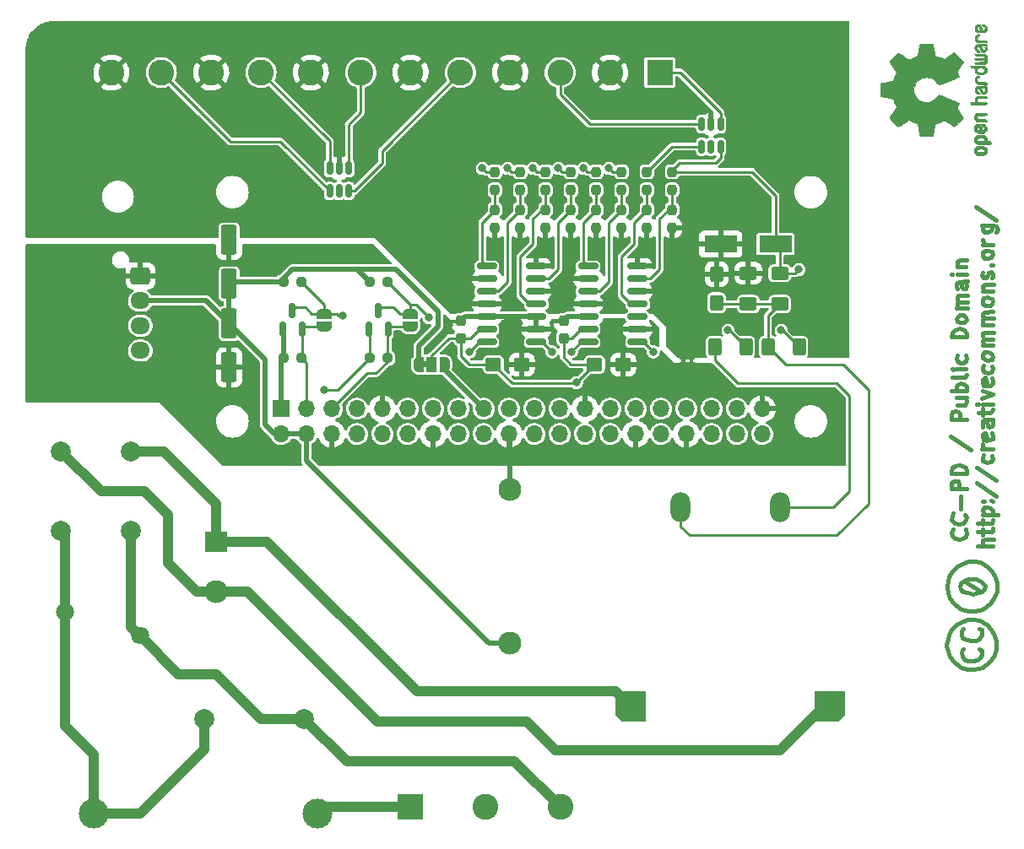
<source format=gtl>
G04 #@! TF.GenerationSoftware,KiCad,Pcbnew,(6.0.4-0)*
G04 #@! TF.CreationDate,2022-04-04T15:41:03+02:00*
G04 #@! TF.ProjectId,EnergyMonitor,456e6572-6779-44d6-9f6e-69746f722e6b,rev?*
G04 #@! TF.SameCoordinates,Original*
G04 #@! TF.FileFunction,Copper,L1,Top*
G04 #@! TF.FilePolarity,Positive*
%FSLAX46Y46*%
G04 Gerber Fmt 4.6, Leading zero omitted, Abs format (unit mm)*
G04 Created by KiCad (PCBNEW (6.0.4-0)) date 2022-04-04 15:41:03*
%MOMM*%
%LPD*%
G01*
G04 APERTURE LIST*
G04 Aperture macros list*
%AMRoundRect*
0 Rectangle with rounded corners*
0 $1 Rounding radius*
0 $2 $3 $4 $5 $6 $7 $8 $9 X,Y pos of 4 corners*
0 Add a 4 corners polygon primitive as box body*
4,1,4,$2,$3,$4,$5,$6,$7,$8,$9,$2,$3,0*
0 Add four circle primitives for the rounded corners*
1,1,$1+$1,$2,$3*
1,1,$1+$1,$4,$5*
1,1,$1+$1,$6,$7*
1,1,$1+$1,$8,$9*
0 Add four rect primitives between the rounded corners*
20,1,$1+$1,$2,$3,$4,$5,0*
20,1,$1+$1,$4,$5,$6,$7,0*
20,1,$1+$1,$6,$7,$8,$9,0*
20,1,$1+$1,$8,$9,$2,$3,0*%
%AMOutline5P*
0 Free polygon, 5 corners , with rotation*
0 The origin of the aperture is its center*
0 number of corners: always 5*
0 $1 to $10 corner X, Y*
0 $11 Rotation angle, in degrees counterclockwise*
0 create outline with 5 corners*
4,1,5,$1,$2,$3,$4,$5,$6,$7,$8,$9,$10,$1,$2,$11*%
%AMOutline6P*
0 Free polygon, 6 corners , with rotation*
0 The origin of the aperture is its center*
0 number of corners: always 6*
0 $1 to $12 corner X, Y*
0 $13 Rotation angle, in degrees counterclockwise*
0 create outline with 6 corners*
4,1,6,$1,$2,$3,$4,$5,$6,$7,$8,$9,$10,$11,$12,$1,$2,$13*%
%AMOutline7P*
0 Free polygon, 7 corners , with rotation*
0 The origin of the aperture is its center*
0 number of corners: always 7*
0 $1 to $14 corner X, Y*
0 $15 Rotation angle, in degrees counterclockwise*
0 create outline with 7 corners*
4,1,7,$1,$2,$3,$4,$5,$6,$7,$8,$9,$10,$11,$12,$13,$14,$1,$2,$15*%
%AMOutline8P*
0 Free polygon, 8 corners , with rotation*
0 The origin of the aperture is its center*
0 number of corners: always 8*
0 $1 to $16 corner X, Y*
0 $17 Rotation angle, in degrees counterclockwise*
0 create outline with 8 corners*
4,1,8,$1,$2,$3,$4,$5,$6,$7,$8,$9,$10,$11,$12,$13,$14,$15,$16,$1,$2,$17*%
%AMFreePoly0*
4,1,22,0.500000,-0.750000,0.000000,-0.750000,0.000000,-0.745033,-0.079941,-0.743568,-0.215256,-0.701293,-0.333266,-0.622738,-0.424486,-0.514219,-0.481581,-0.384460,-0.499164,-0.250000,-0.500000,-0.250000,-0.500000,0.250000,-0.499164,0.250000,-0.499963,0.256109,-0.478152,0.396186,-0.417904,0.524511,-0.324060,0.630769,-0.204165,0.706417,-0.067858,0.745374,0.000000,0.744959,0.000000,0.750000,
0.500000,0.750000,0.500000,-0.750000,0.500000,-0.750000,$1*%
%AMFreePoly1*
4,1,20,0.000000,0.744959,0.073905,0.744508,0.209726,0.703889,0.328688,0.626782,0.421226,0.519385,0.479903,0.390333,0.500000,0.250000,0.500000,-0.250000,0.499851,-0.262216,0.476331,-0.402017,0.414519,-0.529596,0.319384,-0.634700,0.198574,-0.708877,0.061801,-0.746166,0.000000,-0.745033,0.000000,-0.750000,-0.500000,-0.750000,-0.500000,0.750000,0.000000,0.750000,0.000000,0.744959,
0.000000,0.744959,$1*%
%AMFreePoly2*
4,1,22,0.550000,-0.750000,0.000000,-0.750000,0.000000,-0.745033,-0.079941,-0.743568,-0.215256,-0.701293,-0.333266,-0.622738,-0.424486,-0.514219,-0.481581,-0.384460,-0.499164,-0.250000,-0.500000,-0.250000,-0.500000,0.250000,-0.499164,0.250000,-0.499963,0.256109,-0.478152,0.396186,-0.417904,0.524511,-0.324060,0.630769,-0.204165,0.706417,-0.067858,0.745374,0.000000,0.744959,0.000000,0.750000,
0.550000,0.750000,0.550000,-0.750000,0.550000,-0.750000,$1*%
%AMFreePoly3*
4,1,20,0.000000,0.744959,0.073905,0.744508,0.209726,0.703889,0.328688,0.626782,0.421226,0.519385,0.479903,0.390333,0.500000,0.250000,0.500000,-0.250000,0.499851,-0.262216,0.476331,-0.402017,0.414519,-0.529596,0.319384,-0.634700,0.198574,-0.708877,0.061801,-0.746166,0.000000,-0.745033,0.000000,-0.750000,-0.550000,-0.750000,-0.550000,0.750000,0.000000,0.750000,0.000000,0.744959,
0.000000,0.744959,$1*%
G04 Aperture macros list end*
G04 #@! TA.AperFunction,EtchedComponent*
%ADD10C,0.010000*%
G04 #@! TD*
G04 #@! TA.AperFunction,EtchedComponent*
%ADD11C,0.381000*%
G04 #@! TD*
G04 #@! TA.AperFunction,SMDPad,CuDef*
%ADD12RoundRect,0.150000X-0.825000X-0.150000X0.825000X-0.150000X0.825000X0.150000X-0.825000X0.150000X0*%
G04 #@! TD*
G04 #@! TA.AperFunction,SMDPad,CuDef*
%ADD13RoundRect,0.237500X-0.237500X0.250000X-0.237500X-0.250000X0.237500X-0.250000X0.237500X0.250000X0*%
G04 #@! TD*
G04 #@! TA.AperFunction,SMDPad,CuDef*
%ADD14RoundRect,0.237500X0.237500X-0.250000X0.237500X0.250000X-0.237500X0.250000X-0.237500X-0.250000X0*%
G04 #@! TD*
G04 #@! TA.AperFunction,SMDPad,CuDef*
%ADD15RoundRect,0.250000X-0.400000X-0.625000X0.400000X-0.625000X0.400000X0.625000X-0.400000X0.625000X0*%
G04 #@! TD*
G04 #@! TA.AperFunction,SMDPad,CuDef*
%ADD16RoundRect,0.237500X0.237500X-0.300000X0.237500X0.300000X-0.237500X0.300000X-0.237500X-0.300000X0*%
G04 #@! TD*
G04 #@! TA.AperFunction,SMDPad,CuDef*
%ADD17RoundRect,0.237500X-0.250000X-0.237500X0.250000X-0.237500X0.250000X0.237500X-0.250000X0.237500X0*%
G04 #@! TD*
G04 #@! TA.AperFunction,SMDPad,CuDef*
%ADD18RoundRect,0.250000X0.400000X0.625000X-0.400000X0.625000X-0.400000X-0.625000X0.400000X-0.625000X0*%
G04 #@! TD*
G04 #@! TA.AperFunction,ComponentPad*
%ADD19C,2.000000*%
G04 #@! TD*
G04 #@! TA.AperFunction,ComponentPad*
%ADD20RoundRect,0.250000X-0.725000X0.600000X-0.725000X-0.600000X0.725000X-0.600000X0.725000X0.600000X0*%
G04 #@! TD*
G04 #@! TA.AperFunction,ComponentPad*
%ADD21O,1.950000X1.700000*%
G04 #@! TD*
G04 #@! TA.AperFunction,SMDPad,CuDef*
%ADD22RoundRect,0.150000X0.150000X-0.587500X0.150000X0.587500X-0.150000X0.587500X-0.150000X-0.587500X0*%
G04 #@! TD*
G04 #@! TA.AperFunction,ComponentPad*
%ADD23C,1.800000*%
G04 #@! TD*
G04 #@! TA.AperFunction,SMDPad,CuDef*
%ADD24RoundRect,0.250000X0.625000X-0.400000X0.625000X0.400000X-0.625000X0.400000X-0.625000X-0.400000X0*%
G04 #@! TD*
G04 #@! TA.AperFunction,ComponentPad*
%ADD25C,2.600000*%
G04 #@! TD*
G04 #@! TA.AperFunction,ComponentPad*
%ADD26R,2.600000X2.600000*%
G04 #@! TD*
G04 #@! TA.AperFunction,SMDPad,CuDef*
%ADD27RoundRect,0.250000X0.550000X-1.250000X0.550000X1.250000X-0.550000X1.250000X-0.550000X-1.250000X0*%
G04 #@! TD*
G04 #@! TA.AperFunction,SMDPad,CuDef*
%ADD28RoundRect,0.150000X-0.150000X0.512500X-0.150000X-0.512500X0.150000X-0.512500X0.150000X0.512500X0*%
G04 #@! TD*
G04 #@! TA.AperFunction,SMDPad,CuDef*
%ADD29RoundRect,0.250000X-0.537500X-0.425000X0.537500X-0.425000X0.537500X0.425000X-0.537500X0.425000X0*%
G04 #@! TD*
G04 #@! TA.AperFunction,SMDPad,CuDef*
%ADD30FreePoly0,90.000000*%
G04 #@! TD*
G04 #@! TA.AperFunction,SMDPad,CuDef*
%ADD31FreePoly1,90.000000*%
G04 #@! TD*
G04 #@! TA.AperFunction,ComponentPad*
%ADD32C,3.000000*%
G04 #@! TD*
G04 #@! TA.AperFunction,SMDPad,CuDef*
%ADD33R,3.300000X1.700000*%
G04 #@! TD*
G04 #@! TA.AperFunction,SMDPad,CuDef*
%ADD34FreePoly2,0.000000*%
G04 #@! TD*
G04 #@! TA.AperFunction,SMDPad,CuDef*
%ADD35R,1.000000X1.500000*%
G04 #@! TD*
G04 #@! TA.AperFunction,SMDPad,CuDef*
%ADD36FreePoly3,0.000000*%
G04 #@! TD*
G04 #@! TA.AperFunction,ComponentPad*
%ADD37R,1.700000X1.700000*%
G04 #@! TD*
G04 #@! TA.AperFunction,ComponentPad*
%ADD38O,1.700000X1.700000*%
G04 #@! TD*
G04 #@! TA.AperFunction,ComponentPad*
%ADD39R,2.300000X2.000000*%
G04 #@! TD*
G04 #@! TA.AperFunction,ComponentPad*
%ADD40C,2.300000*%
G04 #@! TD*
G04 #@! TA.AperFunction,SMDPad,CuDef*
%ADD41RoundRect,0.250000X0.425000X-0.537500X0.425000X0.537500X-0.425000X0.537500X-0.425000X-0.537500X0*%
G04 #@! TD*
G04 #@! TA.AperFunction,SMDPad,CuDef*
%ADD42RoundRect,0.250000X-0.625000X0.400000X-0.625000X-0.400000X0.625000X-0.400000X0.625000X0.400000X0*%
G04 #@! TD*
G04 #@! TA.AperFunction,SMDPad,CuDef*
%ADD43RoundRect,0.250000X-0.550000X1.250000X-0.550000X-1.250000X0.550000X-1.250000X0.550000X1.250000X0*%
G04 #@! TD*
G04 #@! TA.AperFunction,ComponentPad*
%ADD44Outline5P,-1.500000X1.500000X1.500000X1.500000X1.500000X-1.500000X-0.900000X-1.500000X-1.500000X-0.900000X90.000000*%
G04 #@! TD*
G04 #@! TA.AperFunction,ComponentPad*
%ADD45Outline5P,-1.500000X0.900000X-0.900000X1.500000X1.500000X1.500000X1.500000X-1.500000X-1.500000X-1.500000X90.000000*%
G04 #@! TD*
G04 #@! TA.AperFunction,ComponentPad*
%ADD46O,2.000000X3.000000*%
G04 #@! TD*
G04 #@! TA.AperFunction,ViaPad*
%ADD47C,0.800000*%
G04 #@! TD*
G04 #@! TA.AperFunction,Conductor*
%ADD48C,0.254000*%
G04 #@! TD*
G04 #@! TA.AperFunction,Conductor*
%ADD49C,1.016000*%
G04 #@! TD*
G04 #@! TA.AperFunction,Conductor*
%ADD50C,0.508000*%
G04 #@! TD*
G04 APERTURE END LIST*
G36*
X195730853Y-49856641D02*
G01*
X195632916Y-49829106D01*
X195560811Y-49784428D01*
X195503813Y-49719099D01*
X195485393Y-49690617D01*
X195437422Y-49561237D01*
X195434663Y-49431784D01*
X195632250Y-49431784D01*
X195639808Y-49530524D01*
X195695651Y-49613188D01*
X195794753Y-49670452D01*
X195873414Y-49688812D01*
X195953853Y-49696101D01*
X196003896Y-49694056D01*
X196012092Y-49688961D01*
X196000958Y-49655334D01*
X195971493Y-49582970D01*
X195929601Y-49486253D01*
X195920597Y-49466027D01*
X195858442Y-49343797D01*
X195803815Y-49276453D01*
X195752649Y-49261652D01*
X195700876Y-49297053D01*
X195678000Y-49326289D01*
X195632250Y-49431784D01*
X195434663Y-49431784D01*
X195434403Y-49419588D01*
X195472540Y-49282561D01*
X195548034Y-49167050D01*
X195615617Y-49111336D01*
X195738255Y-49067196D01*
X195835298Y-49063691D01*
X195965056Y-49071632D01*
X196096039Y-49370885D01*
X196162958Y-49516389D01*
X196216790Y-49611463D01*
X196263416Y-49660899D01*
X196308720Y-49669489D01*
X196358582Y-49642028D01*
X196391632Y-49611747D01*
X196444633Y-49523637D01*
X196448347Y-49427804D01*
X196407041Y-49339788D01*
X196324983Y-49275131D01*
X196296008Y-49263567D01*
X196205509Y-49208175D01*
X196166940Y-49144447D01*
X196133946Y-49057034D01*
X196259034Y-49057034D01*
X196344156Y-49064762D01*
X196415938Y-49095034D01*
X196498356Y-49158482D01*
X196509066Y-49167912D01*
X196582391Y-49238487D01*
X196621742Y-49299153D01*
X196639845Y-49375050D01*
X196645774Y-49437970D01*
X196647251Y-49550513D01*
X196628535Y-49630630D01*
X196600747Y-49680610D01*
X196539641Y-49759162D01*
X196473554Y-49813537D01*
X196390441Y-49847948D01*
X196278254Y-49866612D01*
X196124946Y-49873744D01*
X196047136Y-49874313D01*
X195953853Y-49872378D01*
X195865351Y-49870541D01*
X195730853Y-49856641D01*
G37*
D10*
X195730853Y-49856641D02*
X195632916Y-49829106D01*
X195560811Y-49784428D01*
X195503813Y-49719099D01*
X195485393Y-49690617D01*
X195437422Y-49561237D01*
X195434663Y-49431784D01*
X195632250Y-49431784D01*
X195639808Y-49530524D01*
X195695651Y-49613188D01*
X195794753Y-49670452D01*
X195873414Y-49688812D01*
X195953853Y-49696101D01*
X196003896Y-49694056D01*
X196012092Y-49688961D01*
X196000958Y-49655334D01*
X195971493Y-49582970D01*
X195929601Y-49486253D01*
X195920597Y-49466027D01*
X195858442Y-49343797D01*
X195803815Y-49276453D01*
X195752649Y-49261652D01*
X195700876Y-49297053D01*
X195678000Y-49326289D01*
X195632250Y-49431784D01*
X195434663Y-49431784D01*
X195434403Y-49419588D01*
X195472540Y-49282561D01*
X195548034Y-49167050D01*
X195615617Y-49111336D01*
X195738255Y-49067196D01*
X195835298Y-49063691D01*
X195965056Y-49071632D01*
X196096039Y-49370885D01*
X196162958Y-49516389D01*
X196216790Y-49611463D01*
X196263416Y-49660899D01*
X196308720Y-49669489D01*
X196358582Y-49642028D01*
X196391632Y-49611747D01*
X196444633Y-49523637D01*
X196448347Y-49427804D01*
X196407041Y-49339788D01*
X196324983Y-49275131D01*
X196296008Y-49263567D01*
X196205509Y-49208175D01*
X196166940Y-49144447D01*
X196133946Y-49057034D01*
X196259034Y-49057034D01*
X196344156Y-49064762D01*
X196415938Y-49095034D01*
X196498356Y-49158482D01*
X196509066Y-49167912D01*
X196582391Y-49238487D01*
X196621742Y-49299153D01*
X196639845Y-49375050D01*
X196645774Y-49437970D01*
X196647251Y-49550513D01*
X196628535Y-49630630D01*
X196600747Y-49680610D01*
X196539641Y-49759162D01*
X196473554Y-49813537D01*
X196390441Y-49847948D01*
X196278254Y-49866612D01*
X196124946Y-49873744D01*
X196047136Y-49874313D01*
X195953853Y-49872378D01*
X195865351Y-49870541D01*
X195730853Y-49856641D01*
G36*
X191250160Y-51166402D02*
G01*
X191266564Y-51251678D01*
X191290509Y-51378930D01*
X191319107Y-51532685D01*
X191349467Y-51697466D01*
X191357806Y-51743011D01*
X191387370Y-51895068D01*
X191416442Y-52027532D01*
X191442329Y-52129286D01*
X191462337Y-52189212D01*
X191468301Y-52199195D01*
X191510534Y-52223707D01*
X191592370Y-52258852D01*
X191697683Y-52297827D01*
X191720368Y-52305558D01*
X191861018Y-52356640D01*
X192019714Y-52420046D01*
X192162225Y-52482096D01*
X192162886Y-52482402D01*
X192386440Y-52585733D01*
X193386232Y-51906039D01*
X193823300Y-52342379D01*
X193953381Y-52474351D01*
X194068048Y-52594721D01*
X194161181Y-52696727D01*
X194226658Y-52773609D01*
X194258357Y-52818607D01*
X194260368Y-52825062D01*
X194244529Y-52862960D01*
X194200496Y-52940292D01*
X194133490Y-53048611D01*
X194048734Y-53179468D01*
X193953816Y-53320948D01*
X193856998Y-53464539D01*
X193772751Y-53592565D01*
X193706258Y-53696895D01*
X193662702Y-53769400D01*
X193647264Y-53801842D01*
X193660328Y-53841424D01*
X193694750Y-53916481D01*
X193743380Y-54011532D01*
X193748785Y-54021608D01*
X193812980Y-54149609D01*
X193844463Y-54237382D01*
X193844798Y-54291972D01*
X193815548Y-54320425D01*
X193815138Y-54320590D01*
X193780498Y-54334812D01*
X193698269Y-54368731D01*
X193574814Y-54419716D01*
X193416498Y-54485138D01*
X193229686Y-54562366D01*
X193020742Y-54648771D01*
X192818446Y-54732449D01*
X192595200Y-54824412D01*
X192388392Y-54908850D01*
X192204362Y-54983231D01*
X192049451Y-55045026D01*
X191929996Y-55091703D01*
X191852339Y-55120732D01*
X191823356Y-55129678D01*
X191790110Y-55107244D01*
X191737123Y-55048561D01*
X191678704Y-54970311D01*
X191493952Y-54747466D01*
X191282182Y-54573282D01*
X191047856Y-54449846D01*
X190795434Y-54379246D01*
X190529377Y-54363569D01*
X190406575Y-54374964D01*
X190151793Y-54437050D01*
X189926801Y-54543977D01*
X189733817Y-54689111D01*
X189575061Y-54865822D01*
X189452750Y-55067478D01*
X189369105Y-55287446D01*
X189326344Y-55519094D01*
X189326687Y-55755791D01*
X189372352Y-55990905D01*
X189465559Y-56217804D01*
X189608527Y-56429856D01*
X189689383Y-56518364D01*
X189897007Y-56688111D01*
X190123895Y-56806301D01*
X190363433Y-56873722D01*
X190609007Y-56891160D01*
X190854003Y-56859402D01*
X191091808Y-56779235D01*
X191315807Y-56651445D01*
X191519387Y-56476820D01*
X191678704Y-56281688D01*
X191739602Y-56200409D01*
X191792015Y-56142991D01*
X191823406Y-56122322D01*
X191857639Y-56133144D01*
X191939419Y-56163923D01*
X192062407Y-56212126D01*
X192220263Y-56275222D01*
X192406649Y-56350678D01*
X192615226Y-56435962D01*
X192818496Y-56519781D01*
X193041933Y-56612255D01*
X193248984Y-56697911D01*
X193433286Y-56774118D01*
X193588475Y-56838247D01*
X193708188Y-56887668D01*
X193786061Y-56919752D01*
X193815138Y-56931641D01*
X193844677Y-56959726D01*
X193844591Y-57014051D01*
X193813326Y-57101605D01*
X193749329Y-57229381D01*
X193748785Y-57230392D01*
X193699121Y-57326598D01*
X193662945Y-57404369D01*
X193647408Y-57448223D01*
X193647264Y-57450158D01*
X193663024Y-57483171D01*
X193706850Y-57556054D01*
X193773557Y-57660678D01*
X193857964Y-57788910D01*
X193953816Y-57931052D01*
X194050867Y-58075767D01*
X194135270Y-58206196D01*
X194201801Y-58313890D01*
X194245238Y-58390402D01*
X194260368Y-58426938D01*
X194240482Y-58460582D01*
X194184903Y-58528224D01*
X194099754Y-58623107D01*
X193991153Y-58738470D01*
X193865221Y-58867555D01*
X193823149Y-58909771D01*
X193385931Y-59346261D01*
X192898340Y-59014023D01*
X192748605Y-58913054D01*
X192614220Y-58824438D01*
X192502969Y-58753146D01*
X192422639Y-58704150D01*
X192381014Y-58682422D01*
X192378053Y-58681785D01*
X192338818Y-58693240D01*
X192259895Y-58724051D01*
X192154509Y-58768884D01*
X192083954Y-58800353D01*
X191948876Y-58859192D01*
X191812409Y-58914604D01*
X191697103Y-58957564D01*
X191661977Y-58969234D01*
X191568174Y-59002389D01*
X191495694Y-59034799D01*
X191468301Y-59052601D01*
X191451536Y-59091886D01*
X191427770Y-59177626D01*
X191399697Y-59298697D01*
X191370009Y-59443973D01*
X191357806Y-59508988D01*
X191327468Y-59674087D01*
X191298093Y-59832448D01*
X191272569Y-59968596D01*
X191253785Y-60067057D01*
X191250160Y-60085598D01*
X191219906Y-60238873D01*
X190581645Y-60238873D01*
X190371770Y-60238529D01*
X190212980Y-60237116D01*
X190097973Y-60234064D01*
X190019446Y-60228803D01*
X189970096Y-60220763D01*
X189942619Y-60209373D01*
X189929713Y-60194063D01*
X189927320Y-60187782D01*
X189918833Y-60149896D01*
X189901900Y-60066195D01*
X189878566Y-59947433D01*
X189850875Y-59804361D01*
X189820873Y-59647732D01*
X189790604Y-59488297D01*
X189762115Y-59336809D01*
X189737449Y-59204019D01*
X189718651Y-59100681D01*
X189707767Y-59037545D01*
X189705885Y-59023497D01*
X189680704Y-59010770D01*
X189613622Y-58982600D01*
X189517333Y-58944252D01*
X189479621Y-58929609D01*
X189333921Y-58870548D01*
X189172951Y-58801000D01*
X189037291Y-58738712D01*
X188933561Y-58692879D01*
X188848326Y-58662387D01*
X188796126Y-58652208D01*
X188789130Y-58653831D01*
X188756102Y-58675343D01*
X188682643Y-58724465D01*
X188576577Y-58795923D01*
X188445726Y-58884445D01*
X188297912Y-58984759D01*
X188268734Y-59004594D01*
X188095863Y-59120988D01*
X187964226Y-59206548D01*
X187867761Y-59264684D01*
X187800408Y-59298808D01*
X187756106Y-59312331D01*
X187728794Y-59308664D01*
X187728620Y-59308570D01*
X187692746Y-59279707D01*
X187623391Y-59215867D01*
X187527745Y-59123969D01*
X187412999Y-59010933D01*
X187286341Y-58883679D01*
X187272205Y-58869328D01*
X187116903Y-58708957D01*
X187002870Y-58585195D01*
X186928002Y-58495555D01*
X186890196Y-58437552D01*
X186885317Y-58412004D01*
X186906603Y-58374718D01*
X186955773Y-58297343D01*
X187027575Y-58187867D01*
X187116755Y-58054280D01*
X187218063Y-57904570D01*
X187241897Y-57869618D01*
X187580765Y-57373390D01*
X187479056Y-57149293D01*
X187419783Y-57013011D01*
X187360170Y-56866724D01*
X187312640Y-56740965D01*
X187310685Y-56735425D01*
X187274677Y-56637057D01*
X187244229Y-56561229D01*
X187225905Y-56524282D01*
X187225852Y-56524220D01*
X187192729Y-56512496D01*
X187111267Y-56492568D01*
X186990625Y-56466413D01*
X186839959Y-56436010D01*
X186668428Y-56403337D01*
X186653967Y-56400664D01*
X186477235Y-56367890D01*
X186316810Y-56337802D01*
X186182888Y-56312339D01*
X186085663Y-56293441D01*
X186035332Y-56283047D01*
X186034563Y-56282865D01*
X186013153Y-56276539D01*
X185996988Y-56264239D01*
X185985331Y-56238594D01*
X185977445Y-56192235D01*
X185972593Y-56117792D01*
X185970039Y-56007895D01*
X185969045Y-55855175D01*
X185968874Y-55652262D01*
X185968874Y-55626000D01*
X185968998Y-55416986D01*
X185969863Y-55258994D01*
X185972205Y-55144653D01*
X185976762Y-55066593D01*
X185984270Y-55017446D01*
X185995466Y-54989841D01*
X186011088Y-54976408D01*
X186031873Y-54969779D01*
X186034563Y-54969135D01*
X186083113Y-54959065D01*
X186178905Y-54940425D01*
X186311743Y-54915155D01*
X186471431Y-54885193D01*
X186647774Y-54852478D01*
X186653967Y-54851336D01*
X186826782Y-54818567D01*
X186979469Y-54787907D01*
X187102871Y-54761336D01*
X187187831Y-54740833D01*
X187225190Y-54728374D01*
X187225852Y-54727780D01*
X187244095Y-54691081D01*
X187274497Y-54615414D01*
X187310493Y-54517122D01*
X187310685Y-54516575D01*
X187357222Y-54392767D01*
X187416504Y-54246804D01*
X187476109Y-54109219D01*
X187479056Y-54102707D01*
X187580765Y-53878610D01*
X187241897Y-53382381D01*
X187138592Y-53230154D01*
X187046237Y-53092259D01*
X186970084Y-52976685D01*
X186915385Y-52891421D01*
X186887393Y-52844456D01*
X186885317Y-52839996D01*
X186894560Y-52805866D01*
X186939156Y-52742119D01*
X187021209Y-52646269D01*
X187142821Y-52515831D01*
X187272205Y-52382672D01*
X187399702Y-52254306D01*
X187516046Y-52139419D01*
X187614052Y-52044927D01*
X187686536Y-51977747D01*
X187726313Y-51944794D01*
X187728361Y-51943568D01*
X187755656Y-51939926D01*
X187800234Y-51953650D01*
X187868112Y-51988131D01*
X187965311Y-52046761D01*
X188097851Y-52132930D01*
X188268476Y-52247800D01*
X188418655Y-52349746D01*
X188553350Y-52440877D01*
X188664740Y-52515927D01*
X188745005Y-52569631D01*
X188786325Y-52596720D01*
X188789130Y-52598426D01*
X188828721Y-52595118D01*
X188905669Y-52570047D01*
X189005432Y-52528202D01*
X189037291Y-52513288D01*
X189179226Y-52448214D01*
X189340273Y-52378788D01*
X189479621Y-52322391D01*
X189583044Y-52281753D01*
X189661642Y-52249474D01*
X189702720Y-52230822D01*
X189705885Y-52228503D01*
X189711128Y-52194197D01*
X189725494Y-52113331D01*
X189746937Y-51996657D01*
X189773413Y-51854925D01*
X189802877Y-51698890D01*
X189833283Y-51539302D01*
X189862588Y-51386915D01*
X189888745Y-51252479D01*
X189909710Y-51146748D01*
X189923439Y-51080474D01*
X189927320Y-51064218D01*
X189936900Y-51047427D01*
X189958536Y-51034751D01*
X189999531Y-51025622D01*
X190067189Y-51019469D01*
X190168812Y-51015720D01*
X190311703Y-51013808D01*
X190503165Y-51013160D01*
X190581645Y-51013126D01*
X191219906Y-51013126D01*
X191250160Y-51166402D01*
G37*
X191250160Y-51166402D02*
X191266564Y-51251678D01*
X191290509Y-51378930D01*
X191319107Y-51532685D01*
X191349467Y-51697466D01*
X191357806Y-51743011D01*
X191387370Y-51895068D01*
X191416442Y-52027532D01*
X191442329Y-52129286D01*
X191462337Y-52189212D01*
X191468301Y-52199195D01*
X191510534Y-52223707D01*
X191592370Y-52258852D01*
X191697683Y-52297827D01*
X191720368Y-52305558D01*
X191861018Y-52356640D01*
X192019714Y-52420046D01*
X192162225Y-52482096D01*
X192162886Y-52482402D01*
X192386440Y-52585733D01*
X193386232Y-51906039D01*
X193823300Y-52342379D01*
X193953381Y-52474351D01*
X194068048Y-52594721D01*
X194161181Y-52696727D01*
X194226658Y-52773609D01*
X194258357Y-52818607D01*
X194260368Y-52825062D01*
X194244529Y-52862960D01*
X194200496Y-52940292D01*
X194133490Y-53048611D01*
X194048734Y-53179468D01*
X193953816Y-53320948D01*
X193856998Y-53464539D01*
X193772751Y-53592565D01*
X193706258Y-53696895D01*
X193662702Y-53769400D01*
X193647264Y-53801842D01*
X193660328Y-53841424D01*
X193694750Y-53916481D01*
X193743380Y-54011532D01*
X193748785Y-54021608D01*
X193812980Y-54149609D01*
X193844463Y-54237382D01*
X193844798Y-54291972D01*
X193815548Y-54320425D01*
X193815138Y-54320590D01*
X193780498Y-54334812D01*
X193698269Y-54368731D01*
X193574814Y-54419716D01*
X193416498Y-54485138D01*
X193229686Y-54562366D01*
X193020742Y-54648771D01*
X192818446Y-54732449D01*
X192595200Y-54824412D01*
X192388392Y-54908850D01*
X192204362Y-54983231D01*
X192049451Y-55045026D01*
X191929996Y-55091703D01*
X191852339Y-55120732D01*
X191823356Y-55129678D01*
X191790110Y-55107244D01*
X191737123Y-55048561D01*
X191678704Y-54970311D01*
X191493952Y-54747466D01*
X191282182Y-54573282D01*
X191047856Y-54449846D01*
X190795434Y-54379246D01*
X190529377Y-54363569D01*
X190406575Y-54374964D01*
X190151793Y-54437050D01*
X189926801Y-54543977D01*
X189733817Y-54689111D01*
X189575061Y-54865822D01*
X189452750Y-55067478D01*
X189369105Y-55287446D01*
X189326344Y-55519094D01*
X189326687Y-55755791D01*
X189372352Y-55990905D01*
X189465559Y-56217804D01*
X189608527Y-56429856D01*
X189689383Y-56518364D01*
X189897007Y-56688111D01*
X190123895Y-56806301D01*
X190363433Y-56873722D01*
X190609007Y-56891160D01*
X190854003Y-56859402D01*
X191091808Y-56779235D01*
X191315807Y-56651445D01*
X191519387Y-56476820D01*
X191678704Y-56281688D01*
X191739602Y-56200409D01*
X191792015Y-56142991D01*
X191823406Y-56122322D01*
X191857639Y-56133144D01*
X191939419Y-56163923D01*
X192062407Y-56212126D01*
X192220263Y-56275222D01*
X192406649Y-56350678D01*
X192615226Y-56435962D01*
X192818496Y-56519781D01*
X193041933Y-56612255D01*
X193248984Y-56697911D01*
X193433286Y-56774118D01*
X193588475Y-56838247D01*
X193708188Y-56887668D01*
X193786061Y-56919752D01*
X193815138Y-56931641D01*
X193844677Y-56959726D01*
X193844591Y-57014051D01*
X193813326Y-57101605D01*
X193749329Y-57229381D01*
X193748785Y-57230392D01*
X193699121Y-57326598D01*
X193662945Y-57404369D01*
X193647408Y-57448223D01*
X193647264Y-57450158D01*
X193663024Y-57483171D01*
X193706850Y-57556054D01*
X193773557Y-57660678D01*
X193857964Y-57788910D01*
X193953816Y-57931052D01*
X194050867Y-58075767D01*
X194135270Y-58206196D01*
X194201801Y-58313890D01*
X194245238Y-58390402D01*
X194260368Y-58426938D01*
X194240482Y-58460582D01*
X194184903Y-58528224D01*
X194099754Y-58623107D01*
X193991153Y-58738470D01*
X193865221Y-58867555D01*
X193823149Y-58909771D01*
X193385931Y-59346261D01*
X192898340Y-59014023D01*
X192748605Y-58913054D01*
X192614220Y-58824438D01*
X192502969Y-58753146D01*
X192422639Y-58704150D01*
X192381014Y-58682422D01*
X192378053Y-58681785D01*
X192338818Y-58693240D01*
X192259895Y-58724051D01*
X192154509Y-58768884D01*
X192083954Y-58800353D01*
X191948876Y-58859192D01*
X191812409Y-58914604D01*
X191697103Y-58957564D01*
X191661977Y-58969234D01*
X191568174Y-59002389D01*
X191495694Y-59034799D01*
X191468301Y-59052601D01*
X191451536Y-59091886D01*
X191427770Y-59177626D01*
X191399697Y-59298697D01*
X191370009Y-59443973D01*
X191357806Y-59508988D01*
X191327468Y-59674087D01*
X191298093Y-59832448D01*
X191272569Y-59968596D01*
X191253785Y-60067057D01*
X191250160Y-60085598D01*
X191219906Y-60238873D01*
X190581645Y-60238873D01*
X190371770Y-60238529D01*
X190212980Y-60237116D01*
X190097973Y-60234064D01*
X190019446Y-60228803D01*
X189970096Y-60220763D01*
X189942619Y-60209373D01*
X189929713Y-60194063D01*
X189927320Y-60187782D01*
X189918833Y-60149896D01*
X189901900Y-60066195D01*
X189878566Y-59947433D01*
X189850875Y-59804361D01*
X189820873Y-59647732D01*
X189790604Y-59488297D01*
X189762115Y-59336809D01*
X189737449Y-59204019D01*
X189718651Y-59100681D01*
X189707767Y-59037545D01*
X189705885Y-59023497D01*
X189680704Y-59010770D01*
X189613622Y-58982600D01*
X189517333Y-58944252D01*
X189479621Y-58929609D01*
X189333921Y-58870548D01*
X189172951Y-58801000D01*
X189037291Y-58738712D01*
X188933561Y-58692879D01*
X188848326Y-58662387D01*
X188796126Y-58652208D01*
X188789130Y-58653831D01*
X188756102Y-58675343D01*
X188682643Y-58724465D01*
X188576577Y-58795923D01*
X188445726Y-58884445D01*
X188297912Y-58984759D01*
X188268734Y-59004594D01*
X188095863Y-59120988D01*
X187964226Y-59206548D01*
X187867761Y-59264684D01*
X187800408Y-59298808D01*
X187756106Y-59312331D01*
X187728794Y-59308664D01*
X187728620Y-59308570D01*
X187692746Y-59279707D01*
X187623391Y-59215867D01*
X187527745Y-59123969D01*
X187412999Y-59010933D01*
X187286341Y-58883679D01*
X187272205Y-58869328D01*
X187116903Y-58708957D01*
X187002870Y-58585195D01*
X186928002Y-58495555D01*
X186890196Y-58437552D01*
X186885317Y-58412004D01*
X186906603Y-58374718D01*
X186955773Y-58297343D01*
X187027575Y-58187867D01*
X187116755Y-58054280D01*
X187218063Y-57904570D01*
X187241897Y-57869618D01*
X187580765Y-57373390D01*
X187479056Y-57149293D01*
X187419783Y-57013011D01*
X187360170Y-56866724D01*
X187312640Y-56740965D01*
X187310685Y-56735425D01*
X187274677Y-56637057D01*
X187244229Y-56561229D01*
X187225905Y-56524282D01*
X187225852Y-56524220D01*
X187192729Y-56512496D01*
X187111267Y-56492568D01*
X186990625Y-56466413D01*
X186839959Y-56436010D01*
X186668428Y-56403337D01*
X186653967Y-56400664D01*
X186477235Y-56367890D01*
X186316810Y-56337802D01*
X186182888Y-56312339D01*
X186085663Y-56293441D01*
X186035332Y-56283047D01*
X186034563Y-56282865D01*
X186013153Y-56276539D01*
X185996988Y-56264239D01*
X185985331Y-56238594D01*
X185977445Y-56192235D01*
X185972593Y-56117792D01*
X185970039Y-56007895D01*
X185969045Y-55855175D01*
X185968874Y-55652262D01*
X185968874Y-55626000D01*
X185968998Y-55416986D01*
X185969863Y-55258994D01*
X185972205Y-55144653D01*
X185976762Y-55066593D01*
X185984270Y-55017446D01*
X185995466Y-54989841D01*
X186011088Y-54976408D01*
X186031873Y-54969779D01*
X186034563Y-54969135D01*
X186083113Y-54959065D01*
X186178905Y-54940425D01*
X186311743Y-54915155D01*
X186471431Y-54885193D01*
X186647774Y-54852478D01*
X186653967Y-54851336D01*
X186826782Y-54818567D01*
X186979469Y-54787907D01*
X187102871Y-54761336D01*
X187187831Y-54740833D01*
X187225190Y-54728374D01*
X187225852Y-54727780D01*
X187244095Y-54691081D01*
X187274497Y-54615414D01*
X187310493Y-54517122D01*
X187310685Y-54516575D01*
X187357222Y-54392767D01*
X187416504Y-54246804D01*
X187476109Y-54109219D01*
X187479056Y-54102707D01*
X187580765Y-53878610D01*
X187241897Y-53382381D01*
X187138592Y-53230154D01*
X187046237Y-53092259D01*
X186970084Y-52976685D01*
X186915385Y-52891421D01*
X186887393Y-52844456D01*
X186885317Y-52839996D01*
X186894560Y-52805866D01*
X186939156Y-52742119D01*
X187021209Y-52646269D01*
X187142821Y-52515831D01*
X187272205Y-52382672D01*
X187399702Y-52254306D01*
X187516046Y-52139419D01*
X187614052Y-52044927D01*
X187686536Y-51977747D01*
X187726313Y-51944794D01*
X187728361Y-51943568D01*
X187755656Y-51939926D01*
X187800234Y-51953650D01*
X187868112Y-51988131D01*
X187965311Y-52046761D01*
X188097851Y-52132930D01*
X188268476Y-52247800D01*
X188418655Y-52349746D01*
X188553350Y-52440877D01*
X188664740Y-52515927D01*
X188745005Y-52569631D01*
X188786325Y-52596720D01*
X188789130Y-52598426D01*
X188828721Y-52595118D01*
X188905669Y-52570047D01*
X189005432Y-52528202D01*
X189037291Y-52513288D01*
X189179226Y-52448214D01*
X189340273Y-52378788D01*
X189479621Y-52322391D01*
X189583044Y-52281753D01*
X189661642Y-52249474D01*
X189702720Y-52230822D01*
X189705885Y-52228503D01*
X189711128Y-52194197D01*
X189725494Y-52113331D01*
X189746937Y-51996657D01*
X189773413Y-51854925D01*
X189802877Y-51698890D01*
X189833283Y-51539302D01*
X189862588Y-51386915D01*
X189888745Y-51252479D01*
X189909710Y-51146748D01*
X189923439Y-51080474D01*
X189927320Y-51064218D01*
X189936900Y-51047427D01*
X189958536Y-51034751D01*
X189999531Y-51025622D01*
X190067189Y-51019469D01*
X190168812Y-51015720D01*
X190311703Y-51013808D01*
X190503165Y-51013160D01*
X190581645Y-51013126D01*
X191219906Y-51013126D01*
X191250160Y-51166402D01*
G36*
X195611829Y-59907366D02*
G01*
X195513447Y-59839164D01*
X195414030Y-59716065D01*
X195364711Y-59580472D01*
X195363807Y-59540677D01*
X195635439Y-59540677D01*
X195673189Y-59616597D01*
X195746001Y-59669035D01*
X195826124Y-59684161D01*
X195890503Y-59680521D01*
X195909291Y-59660611D01*
X195895235Y-59610974D01*
X195862009Y-59532733D01*
X195820359Y-59445274D01*
X195819256Y-59443101D01*
X195780265Y-59368970D01*
X195754244Y-59339219D01*
X195726965Y-59346555D01*
X195691121Y-59377447D01*
X195639251Y-59456040D01*
X195635439Y-59540677D01*
X195363807Y-59540677D01*
X195361568Y-59442045D01*
X195400676Y-59310448D01*
X195478111Y-59195342D01*
X195589949Y-59106389D01*
X195732265Y-59053251D01*
X195837015Y-59042503D01*
X195880726Y-59043724D01*
X195914194Y-59053944D01*
X195944179Y-59082039D01*
X195977440Y-59136884D01*
X196020738Y-59227355D01*
X196080833Y-59362328D01*
X196081134Y-59363011D01*
X196138037Y-59487249D01*
X196188565Y-59589127D01*
X196227280Y-59658233D01*
X196248740Y-59684154D01*
X196248913Y-59684161D01*
X196295644Y-59661315D01*
X196347154Y-59607891D01*
X196384261Y-59546558D01*
X196391632Y-59515485D01*
X196366138Y-59430711D01*
X196302291Y-59357707D01*
X196232094Y-59322087D01*
X196180343Y-59287820D01*
X196121409Y-59220697D01*
X196070496Y-59141792D01*
X196042809Y-59072179D01*
X196041287Y-59057623D01*
X196066321Y-59041237D01*
X196130311Y-59040250D01*
X196216593Y-59052292D01*
X196308501Y-59074993D01*
X196389369Y-59105986D01*
X196392509Y-59107552D01*
X196522734Y-59200819D01*
X196611311Y-59321696D01*
X196654786Y-59458973D01*
X196649706Y-59601440D01*
X196592616Y-59737888D01*
X196588602Y-59743955D01*
X196491326Y-59851290D01*
X196364409Y-59921868D01*
X196197526Y-59960926D01*
X196150639Y-59966168D01*
X195929329Y-59975452D01*
X195826124Y-59964322D01*
X195752261Y-59956356D01*
X195611829Y-59907366D01*
G37*
X195611829Y-59907366D02*
X195513447Y-59839164D01*
X195414030Y-59716065D01*
X195364711Y-59580472D01*
X195363807Y-59540677D01*
X195635439Y-59540677D01*
X195673189Y-59616597D01*
X195746001Y-59669035D01*
X195826124Y-59684161D01*
X195890503Y-59680521D01*
X195909291Y-59660611D01*
X195895235Y-59610974D01*
X195862009Y-59532733D01*
X195820359Y-59445274D01*
X195819256Y-59443101D01*
X195780265Y-59368970D01*
X195754244Y-59339219D01*
X195726965Y-59346555D01*
X195691121Y-59377447D01*
X195639251Y-59456040D01*
X195635439Y-59540677D01*
X195363807Y-59540677D01*
X195361568Y-59442045D01*
X195400676Y-59310448D01*
X195478111Y-59195342D01*
X195589949Y-59106389D01*
X195732265Y-59053251D01*
X195837015Y-59042503D01*
X195880726Y-59043724D01*
X195914194Y-59053944D01*
X195944179Y-59082039D01*
X195977440Y-59136884D01*
X196020738Y-59227355D01*
X196080833Y-59362328D01*
X196081134Y-59363011D01*
X196138037Y-59487249D01*
X196188565Y-59589127D01*
X196227280Y-59658233D01*
X196248740Y-59684154D01*
X196248913Y-59684161D01*
X196295644Y-59661315D01*
X196347154Y-59607891D01*
X196384261Y-59546558D01*
X196391632Y-59515485D01*
X196366138Y-59430711D01*
X196302291Y-59357707D01*
X196232094Y-59322087D01*
X196180343Y-59287820D01*
X196121409Y-59220697D01*
X196070496Y-59141792D01*
X196042809Y-59072179D01*
X196041287Y-59057623D01*
X196066321Y-59041237D01*
X196130311Y-59040250D01*
X196216593Y-59052292D01*
X196308501Y-59074993D01*
X196389369Y-59105986D01*
X196392509Y-59107552D01*
X196522734Y-59200819D01*
X196611311Y-59321696D01*
X196654786Y-59458973D01*
X196649706Y-59601440D01*
X196592616Y-59737888D01*
X196588602Y-59743955D01*
X196491326Y-59851290D01*
X196364409Y-59921868D01*
X196197526Y-59960926D01*
X196150639Y-59966168D01*
X195929329Y-59975452D01*
X195826124Y-59964322D01*
X195752261Y-59956356D01*
X195611829Y-59907366D01*
G36*
X195854647Y-50073715D02*
G01*
X195891717Y-50126439D01*
X195914164Y-50182969D01*
X195918300Y-50208854D01*
X195888283Y-50221458D01*
X195822961Y-50246346D01*
X195793445Y-50257265D01*
X195691348Y-50318492D01*
X195640423Y-50407139D01*
X195641989Y-50520807D01*
X195643994Y-50529226D01*
X195672767Y-50589912D01*
X195728859Y-50634526D01*
X195819163Y-50664998D01*
X195950571Y-50683256D01*
X196129974Y-50691229D01*
X196225433Y-50691977D01*
X196375913Y-50692348D01*
X196478495Y-50694777D01*
X196543672Y-50701240D01*
X196581938Y-50713712D01*
X196603785Y-50734167D01*
X196619707Y-50764581D01*
X196620509Y-50766339D01*
X196645272Y-50824909D01*
X196654391Y-50853925D01*
X196626822Y-50858384D01*
X196550620Y-50862201D01*
X196435541Y-50865101D01*
X196291341Y-50866809D01*
X196185814Y-50867149D01*
X195981613Y-50865412D01*
X195826697Y-50858618D01*
X195712024Y-50844393D01*
X195628551Y-50820362D01*
X195567236Y-50784152D01*
X195519034Y-50733388D01*
X195485393Y-50683261D01*
X195440619Y-50562725D01*
X195430521Y-50422443D01*
X195456018Y-50290310D01*
X195471269Y-50255415D01*
X195537235Y-50172123D01*
X195632618Y-50100897D01*
X195734406Y-50056847D01*
X195784587Y-50049678D01*
X195854647Y-50073715D01*
G37*
X195854647Y-50073715D02*
X195891717Y-50126439D01*
X195914164Y-50182969D01*
X195918300Y-50208854D01*
X195888283Y-50221458D01*
X195822961Y-50246346D01*
X195793445Y-50257265D01*
X195691348Y-50318492D01*
X195640423Y-50407139D01*
X195641989Y-50520807D01*
X195643994Y-50529226D01*
X195672767Y-50589912D01*
X195728859Y-50634526D01*
X195819163Y-50664998D01*
X195950571Y-50683256D01*
X196129974Y-50691229D01*
X196225433Y-50691977D01*
X196375913Y-50692348D01*
X196478495Y-50694777D01*
X196543672Y-50701240D01*
X196581938Y-50713712D01*
X196603785Y-50734167D01*
X196619707Y-50764581D01*
X196620509Y-50766339D01*
X196645272Y-50824909D01*
X196654391Y-50853925D01*
X196626822Y-50858384D01*
X196550620Y-50862201D01*
X196435541Y-50865101D01*
X196291341Y-50866809D01*
X196185814Y-50867149D01*
X195981613Y-50865412D01*
X195826697Y-50858618D01*
X195712024Y-50844393D01*
X195628551Y-50820362D01*
X195567236Y-50784152D01*
X195519034Y-50733388D01*
X195485393Y-50683261D01*
X195440619Y-50562725D01*
X195430521Y-50422443D01*
X195456018Y-50290310D01*
X195471269Y-50255415D01*
X195537235Y-50172123D01*
X195632618Y-50100897D01*
X195734406Y-50056847D01*
X195784587Y-50049678D01*
X195854647Y-50073715D01*
G36*
X195720195Y-54047528D02*
G01*
X195616632Y-54002452D01*
X195535856Y-53932072D01*
X195494455Y-53877257D01*
X195449728Y-53777624D01*
X195434063Y-53690492D01*
X195637235Y-53690492D01*
X195680114Y-53787905D01*
X195696032Y-53806704D01*
X195731382Y-53838707D01*
X195773502Y-53858682D01*
X195836251Y-53869407D01*
X195933487Y-53873661D01*
X196033106Y-53874276D01*
X196163657Y-53873030D01*
X196250080Y-53867322D01*
X196306618Y-53854196D01*
X196347514Y-53830694D01*
X196378362Y-53802614D01*
X196437905Y-53708312D01*
X196442992Y-53607060D01*
X196393279Y-53511364D01*
X196386543Y-53503916D01*
X196351502Y-53472126D01*
X196309811Y-53452192D01*
X196247762Y-53441400D01*
X196151644Y-53437035D01*
X196045379Y-53436345D01*
X195911880Y-53437841D01*
X195822822Y-53444036D01*
X195764293Y-53457486D01*
X195722382Y-53480749D01*
X195700123Y-53499825D01*
X195643985Y-53588437D01*
X195637235Y-53690492D01*
X195434063Y-53690492D01*
X195428967Y-53662145D01*
X195434525Y-53554801D01*
X195456943Y-53494736D01*
X195463323Y-53471165D01*
X195439535Y-53455523D01*
X195375788Y-53444605D01*
X195278687Y-53436345D01*
X195170541Y-53427301D01*
X195105475Y-53414739D01*
X195068268Y-53391881D01*
X195043699Y-53351949D01*
X195032819Y-53326862D01*
X194993072Y-53231977D01*
X195670455Y-53232086D01*
X195888661Y-53232457D01*
X196056519Y-53233892D01*
X196182070Y-53236998D01*
X196273355Y-53242378D01*
X196338415Y-53250638D01*
X196385291Y-53262384D01*
X196422024Y-53278219D01*
X196442991Y-53290210D01*
X196556694Y-53389510D01*
X196627965Y-53515412D01*
X196653538Y-53654709D01*
X196630150Y-53794195D01*
X196588119Y-53877257D01*
X196515411Y-53964455D01*
X196426612Y-54023883D01*
X196310320Y-54059739D01*
X196155135Y-54076219D01*
X196041287Y-54078553D01*
X196033106Y-54078239D01*
X195857947Y-54071496D01*
X195720195Y-54047528D01*
G37*
X195720195Y-54047528D02*
X195616632Y-54002452D01*
X195535856Y-53932072D01*
X195494455Y-53877257D01*
X195449728Y-53777624D01*
X195434063Y-53690492D01*
X195637235Y-53690492D01*
X195680114Y-53787905D01*
X195696032Y-53806704D01*
X195731382Y-53838707D01*
X195773502Y-53858682D01*
X195836251Y-53869407D01*
X195933487Y-53873661D01*
X196033106Y-53874276D01*
X196163657Y-53873030D01*
X196250080Y-53867322D01*
X196306618Y-53854196D01*
X196347514Y-53830694D01*
X196378362Y-53802614D01*
X196437905Y-53708312D01*
X196442992Y-53607060D01*
X196393279Y-53511364D01*
X196386543Y-53503916D01*
X196351502Y-53472126D01*
X196309811Y-53452192D01*
X196247762Y-53441400D01*
X196151644Y-53437035D01*
X196045379Y-53436345D01*
X195911880Y-53437841D01*
X195822822Y-53444036D01*
X195764293Y-53457486D01*
X195722382Y-53480749D01*
X195700123Y-53499825D01*
X195643985Y-53588437D01*
X195637235Y-53690492D01*
X195434063Y-53690492D01*
X195428967Y-53662145D01*
X195434525Y-53554801D01*
X195456943Y-53494736D01*
X195463323Y-53471165D01*
X195439535Y-53455523D01*
X195375788Y-53444605D01*
X195278687Y-53436345D01*
X195170541Y-53427301D01*
X195105475Y-53414739D01*
X195068268Y-53391881D01*
X195043699Y-53351949D01*
X195032819Y-53326862D01*
X194993072Y-53231977D01*
X195670455Y-53232086D01*
X195888661Y-53232457D01*
X196056519Y-53233892D01*
X196182070Y-53236998D01*
X196273355Y-53242378D01*
X196338415Y-53250638D01*
X196385291Y-53262384D01*
X196422024Y-53278219D01*
X196442991Y-53290210D01*
X196556694Y-53389510D01*
X196627965Y-53515412D01*
X196653538Y-53654709D01*
X196630150Y-53794195D01*
X196588119Y-53877257D01*
X196515411Y-53964455D01*
X196426612Y-54023883D01*
X196310320Y-54059739D01*
X196155135Y-54076219D01*
X196041287Y-54078553D01*
X196033106Y-54078239D01*
X195857947Y-54071496D01*
X195720195Y-54047528D01*
G36*
X195827006Y-54233109D02*
G01*
X195881378Y-54281192D01*
X195890624Y-54298983D01*
X195919450Y-54375796D01*
X195912065Y-54415024D01*
X195863658Y-54428311D01*
X195836920Y-54428988D01*
X195738548Y-54453314D01*
X195669734Y-54516719D01*
X195636498Y-54604846D01*
X195644861Y-54703337D01*
X195688296Y-54783398D01*
X195713072Y-54810439D01*
X195743129Y-54829606D01*
X195788565Y-54842554D01*
X195859476Y-54850936D01*
X195965960Y-54856407D01*
X196118112Y-54860622D01*
X196166287Y-54861713D01*
X196331095Y-54865693D01*
X196447088Y-54870219D01*
X196523833Y-54877005D01*
X196570893Y-54887769D01*
X196597835Y-54904227D01*
X196614223Y-54928094D01*
X196621463Y-54943374D01*
X196646220Y-55008267D01*
X196654391Y-55046466D01*
X196627103Y-55059088D01*
X196544603Y-55066792D01*
X196405941Y-55069620D01*
X196210162Y-55067614D01*
X196179965Y-55066989D01*
X196001349Y-55062579D01*
X195870923Y-55057365D01*
X195778492Y-55049945D01*
X195713858Y-55038918D01*
X195666825Y-55022883D01*
X195627196Y-55000439D01*
X195610215Y-54988698D01*
X195535080Y-54921381D01*
X195476638Y-54846090D01*
X195471536Y-54836872D01*
X195431260Y-54701867D01*
X195437920Y-54560057D01*
X195486859Y-54427435D01*
X195573419Y-54319990D01*
X195634352Y-54277968D01*
X195746161Y-54232157D01*
X195827006Y-54233109D01*
G37*
X195827006Y-54233109D02*
X195881378Y-54281192D01*
X195890624Y-54298983D01*
X195919450Y-54375796D01*
X195912065Y-54415024D01*
X195863658Y-54428311D01*
X195836920Y-54428988D01*
X195738548Y-54453314D01*
X195669734Y-54516719D01*
X195636498Y-54604846D01*
X195644861Y-54703337D01*
X195688296Y-54783398D01*
X195713072Y-54810439D01*
X195743129Y-54829606D01*
X195788565Y-54842554D01*
X195859476Y-54850936D01*
X195965960Y-54856407D01*
X196118112Y-54860622D01*
X196166287Y-54861713D01*
X196331095Y-54865693D01*
X196447088Y-54870219D01*
X196523833Y-54877005D01*
X196570893Y-54887769D01*
X196597835Y-54904227D01*
X196614223Y-54928094D01*
X196621463Y-54943374D01*
X196646220Y-55008267D01*
X196654391Y-55046466D01*
X196627103Y-55059088D01*
X196544603Y-55066792D01*
X196405941Y-55069620D01*
X196210162Y-55067614D01*
X196179965Y-55066989D01*
X196001349Y-55062579D01*
X195870923Y-55057365D01*
X195778492Y-55049945D01*
X195713858Y-55038918D01*
X195666825Y-55022883D01*
X195627196Y-55000439D01*
X195610215Y-54988698D01*
X195535080Y-54921381D01*
X195476638Y-54846090D01*
X195471536Y-54836872D01*
X195431260Y-54701867D01*
X195437920Y-54560057D01*
X195486859Y-54427435D01*
X195573419Y-54319990D01*
X195634352Y-54277968D01*
X195746161Y-54232157D01*
X195827006Y-54233109D01*
G36*
X196620509Y-51116684D02*
G01*
X196645272Y-51175254D01*
X196654391Y-51204270D01*
X196627257Y-51209821D01*
X196554094Y-51214225D01*
X196447263Y-51216922D01*
X196362437Y-51217494D01*
X196239887Y-51219954D01*
X196142668Y-51226588D01*
X196083134Y-51236274D01*
X196070483Y-51243968D01*
X196083402Y-51295689D01*
X196116539Y-51376883D01*
X196161461Y-51470898D01*
X196209735Y-51561083D01*
X196252928Y-51630785D01*
X196282608Y-51663352D01*
X196282929Y-51663481D01*
X196337857Y-51660680D01*
X196390292Y-51635561D01*
X196432881Y-51591459D01*
X196447126Y-51527091D01*
X196445466Y-51472079D01*
X196444245Y-51394165D01*
X196462498Y-51353268D01*
X196510726Y-51328705D01*
X196519820Y-51325608D01*
X196588598Y-51314960D01*
X196630360Y-51343435D01*
X196650263Y-51417656D01*
X196653944Y-51497832D01*
X196626658Y-51642110D01*
X196587690Y-51716797D01*
X196496148Y-51809037D01*
X196383782Y-51857957D01*
X196265051Y-51862346D01*
X196154411Y-51820999D01*
X196085080Y-51758803D01*
X196046265Y-51696706D01*
X195997125Y-51599105D01*
X195947292Y-51485368D01*
X195939677Y-51466410D01*
X195884545Y-51341479D01*
X195835954Y-51269461D01*
X195787647Y-51246300D01*
X195733370Y-51267936D01*
X195690943Y-51305080D01*
X195638702Y-51392873D01*
X195634784Y-51489470D01*
X195675041Y-51578056D01*
X195755326Y-51641814D01*
X195776040Y-51650183D01*
X195852225Y-51698904D01*
X195908785Y-51770035D01*
X195955201Y-51859793D01*
X195823584Y-51859793D01*
X195743168Y-51854510D01*
X195679786Y-51831858D01*
X195612163Y-51781633D01*
X195560076Y-51733418D01*
X195486322Y-51658446D01*
X195446702Y-51600194D01*
X195430810Y-51537628D01*
X195428184Y-51466807D01*
X195451156Y-51311594D01*
X195489393Y-51227531D01*
X195535726Y-51161550D01*
X195587532Y-51113206D01*
X195654363Y-51079828D01*
X195745769Y-51058747D01*
X195871301Y-51047293D01*
X196040508Y-51042797D01*
X196151933Y-51042322D01*
X196586627Y-51042322D01*
X196620509Y-51116684D01*
G37*
X196620509Y-51116684D02*
X196645272Y-51175254D01*
X196654391Y-51204270D01*
X196627257Y-51209821D01*
X196554094Y-51214225D01*
X196447263Y-51216922D01*
X196362437Y-51217494D01*
X196239887Y-51219954D01*
X196142668Y-51226588D01*
X196083134Y-51236274D01*
X196070483Y-51243968D01*
X196083402Y-51295689D01*
X196116539Y-51376883D01*
X196161461Y-51470898D01*
X196209735Y-51561083D01*
X196252928Y-51630785D01*
X196282608Y-51663352D01*
X196282929Y-51663481D01*
X196337857Y-51660680D01*
X196390292Y-51635561D01*
X196432881Y-51591459D01*
X196447126Y-51527091D01*
X196445466Y-51472079D01*
X196444245Y-51394165D01*
X196462498Y-51353268D01*
X196510726Y-51328705D01*
X196519820Y-51325608D01*
X196588598Y-51314960D01*
X196630360Y-51343435D01*
X196650263Y-51417656D01*
X196653944Y-51497832D01*
X196626658Y-51642110D01*
X196587690Y-51716797D01*
X196496148Y-51809037D01*
X196383782Y-51857957D01*
X196265051Y-51862346D01*
X196154411Y-51820999D01*
X196085080Y-51758803D01*
X196046265Y-51696706D01*
X195997125Y-51599105D01*
X195947292Y-51485368D01*
X195939677Y-51466410D01*
X195884545Y-51341479D01*
X195835954Y-51269461D01*
X195787647Y-51246300D01*
X195733370Y-51267936D01*
X195690943Y-51305080D01*
X195638702Y-51392873D01*
X195634784Y-51489470D01*
X195675041Y-51578056D01*
X195755326Y-51641814D01*
X195776040Y-51650183D01*
X195852225Y-51698904D01*
X195908785Y-51770035D01*
X195955201Y-51859793D01*
X195823584Y-51859793D01*
X195743168Y-51854510D01*
X195679786Y-51831858D01*
X195612163Y-51781633D01*
X195560076Y-51733418D01*
X195486322Y-51658446D01*
X195446702Y-51600194D01*
X195430810Y-51537628D01*
X195428184Y-51466807D01*
X195451156Y-51311594D01*
X195489393Y-51227531D01*
X195535726Y-51161550D01*
X195587532Y-51113206D01*
X195654363Y-51079828D01*
X195745769Y-51058747D01*
X195871301Y-51047293D01*
X196040508Y-51042797D01*
X196151933Y-51042322D01*
X196586627Y-51042322D01*
X196620509Y-51116684D01*
G36*
X196625283Y-58056517D02*
G01*
X196680907Y-58180598D01*
X196198095Y-58195195D01*
X196017779Y-58201227D01*
X195886901Y-58207555D01*
X195796511Y-58215394D01*
X195737664Y-58225963D01*
X195701413Y-58240477D01*
X195678810Y-58260152D01*
X195673917Y-58266465D01*
X195635706Y-58362112D01*
X195650827Y-58458793D01*
X195690943Y-58516345D01*
X195719370Y-58539755D01*
X195756672Y-58555961D01*
X195813223Y-58566259D01*
X195899394Y-58571951D01*
X196025558Y-58574336D01*
X196157042Y-58574736D01*
X196321999Y-58574814D01*
X196438761Y-58577639D01*
X196517510Y-58587093D01*
X196568431Y-58607060D01*
X196601706Y-58641424D01*
X196627520Y-58694068D01*
X196654344Y-58764383D01*
X196683542Y-58841180D01*
X196165346Y-58832038D01*
X195978539Y-58828357D01*
X195840490Y-58824050D01*
X195741568Y-58817877D01*
X195672145Y-58808598D01*
X195622590Y-58794973D01*
X195583273Y-58775761D01*
X195548584Y-58752598D01*
X195437770Y-58640848D01*
X195373689Y-58504487D01*
X195358339Y-58356175D01*
X195393719Y-58208571D01*
X195447914Y-58114877D01*
X195501707Y-58049736D01*
X195558066Y-58002093D01*
X195626987Y-57969272D01*
X195718468Y-57948594D01*
X195842506Y-57937380D01*
X196009098Y-57932951D01*
X196128851Y-57932437D01*
X196569659Y-57932437D01*
X196625283Y-58056517D01*
G37*
X196625283Y-58056517D02*
X196680907Y-58180598D01*
X196198095Y-58195195D01*
X196017779Y-58201227D01*
X195886901Y-58207555D01*
X195796511Y-58215394D01*
X195737664Y-58225963D01*
X195701413Y-58240477D01*
X195678810Y-58260152D01*
X195673917Y-58266465D01*
X195635706Y-58362112D01*
X195650827Y-58458793D01*
X195690943Y-58516345D01*
X195719370Y-58539755D01*
X195756672Y-58555961D01*
X195813223Y-58566259D01*
X195899394Y-58571951D01*
X196025558Y-58574336D01*
X196157042Y-58574736D01*
X196321999Y-58574814D01*
X196438761Y-58577639D01*
X196517510Y-58587093D01*
X196568431Y-58607060D01*
X196601706Y-58641424D01*
X196627520Y-58694068D01*
X196654344Y-58764383D01*
X196683542Y-58841180D01*
X196165346Y-58832038D01*
X195978539Y-58828357D01*
X195840490Y-58824050D01*
X195741568Y-58817877D01*
X195672145Y-58808598D01*
X195622590Y-58794973D01*
X195583273Y-58775761D01*
X195548584Y-58752598D01*
X195437770Y-58640848D01*
X195373689Y-58504487D01*
X195358339Y-58356175D01*
X195393719Y-58208571D01*
X195447914Y-58114877D01*
X195501707Y-58049736D01*
X195558066Y-58002093D01*
X195626987Y-57969272D01*
X195718468Y-57948594D01*
X195842506Y-57937380D01*
X196009098Y-57932951D01*
X196128851Y-57932437D01*
X196569659Y-57932437D01*
X196625283Y-58056517D01*
G36*
X196567117Y-52127355D02*
G01*
X196624047Y-52191022D01*
X196647107Y-52246911D01*
X196645647Y-52323298D01*
X196641934Y-52353620D01*
X196631126Y-52448390D01*
X196624933Y-52526778D01*
X196624361Y-52545885D01*
X196628102Y-52610301D01*
X196637494Y-52702429D01*
X196641934Y-52738150D01*
X196648801Y-52825886D01*
X196633885Y-52884847D01*
X196587835Y-52943310D01*
X196567117Y-52964415D01*
X196474727Y-53056805D01*
X195495947Y-53056805D01*
X195462066Y-52982442D01*
X195436970Y-52918410D01*
X195428184Y-52880948D01*
X195455950Y-52871343D01*
X195533530Y-52862365D01*
X195652348Y-52854614D01*
X195803828Y-52848686D01*
X195931805Y-52845827D01*
X196435425Y-52837839D01*
X196445278Y-52768152D01*
X196438389Y-52704771D01*
X196416083Y-52673714D01*
X196374379Y-52665033D01*
X196285544Y-52657622D01*
X196160834Y-52652069D01*
X196011507Y-52648964D01*
X195934661Y-52648516D01*
X195492287Y-52648069D01*
X195460235Y-52556126D01*
X195438443Y-52491051D01*
X195428281Y-52455653D01*
X195428184Y-52454632D01*
X195455809Y-52451080D01*
X195532411Y-52447177D01*
X195648579Y-52443249D01*
X195794904Y-52439624D01*
X195931805Y-52437092D01*
X196435425Y-52429103D01*
X196435425Y-52253931D01*
X195975965Y-52245893D01*
X195516505Y-52237854D01*
X195472344Y-52152457D01*
X195442019Y-52089407D01*
X195428258Y-52052090D01*
X195428184Y-52051013D01*
X195455840Y-52045876D01*
X195532653Y-52041421D01*
X195649391Y-52037929D01*
X195796821Y-52035685D01*
X195951455Y-52034965D01*
X196474727Y-52034965D01*
X196567117Y-52127355D01*
G37*
X196567117Y-52127355D02*
X196624047Y-52191022D01*
X196647107Y-52246911D01*
X196645647Y-52323298D01*
X196641934Y-52353620D01*
X196631126Y-52448390D01*
X196624933Y-52526778D01*
X196624361Y-52545885D01*
X196628102Y-52610301D01*
X196637494Y-52702429D01*
X196641934Y-52738150D01*
X196648801Y-52825886D01*
X196633885Y-52884847D01*
X196587835Y-52943310D01*
X196567117Y-52964415D01*
X196474727Y-53056805D01*
X195495947Y-53056805D01*
X195462066Y-52982442D01*
X195436970Y-52918410D01*
X195428184Y-52880948D01*
X195455950Y-52871343D01*
X195533530Y-52862365D01*
X195652348Y-52854614D01*
X195803828Y-52848686D01*
X195931805Y-52845827D01*
X196435425Y-52837839D01*
X196445278Y-52768152D01*
X196438389Y-52704771D01*
X196416083Y-52673714D01*
X196374379Y-52665033D01*
X196285544Y-52657622D01*
X196160834Y-52652069D01*
X196011507Y-52648964D01*
X195934661Y-52648516D01*
X195492287Y-52648069D01*
X195460235Y-52556126D01*
X195438443Y-52491051D01*
X195428281Y-52455653D01*
X195428184Y-52454632D01*
X195455809Y-52451080D01*
X195532411Y-52447177D01*
X195648579Y-52443249D01*
X195794904Y-52439624D01*
X195931805Y-52437092D01*
X196435425Y-52429103D01*
X196435425Y-52253931D01*
X195975965Y-52245893D01*
X195516505Y-52237854D01*
X195472344Y-52152457D01*
X195442019Y-52089407D01*
X195428258Y-52052090D01*
X195428184Y-52051013D01*
X195455840Y-52045876D01*
X195532653Y-52041421D01*
X195649391Y-52037929D01*
X195796821Y-52035685D01*
X195951455Y-52034965D01*
X196474727Y-52034965D01*
X196567117Y-52127355D01*
G36*
X195841382Y-61069753D02*
G01*
X195746087Y-61064174D01*
X195678364Y-61056254D01*
X195630507Y-61045269D01*
X195594813Y-61030499D01*
X195563578Y-61011218D01*
X195551824Y-61002951D01*
X195440797Y-60893288D01*
X195377847Y-60754635D01*
X195361525Y-60605472D01*
X195632552Y-60605472D01*
X195647460Y-60687389D01*
X195696548Y-60743579D01*
X195786362Y-60777402D01*
X195923445Y-60792220D01*
X195998821Y-60793586D01*
X196123326Y-60792009D01*
X196204787Y-60785000D01*
X196258515Y-60769142D01*
X196299823Y-60741019D01*
X196319971Y-60721925D01*
X196378921Y-60643865D01*
X196383720Y-60574753D01*
X196335038Y-60503440D01*
X196333241Y-60501632D01*
X196295618Y-60472617D01*
X196244484Y-60454967D01*
X196165738Y-60446064D01*
X196045276Y-60443291D01*
X196018588Y-60443241D01*
X195852583Y-60449942D01*
X195737505Y-60471752D01*
X195667254Y-60511235D01*
X195635729Y-60570956D01*
X195632552Y-60605472D01*
X195361525Y-60605472D01*
X195360297Y-60594246D01*
X195377903Y-60454100D01*
X195433522Y-60342550D01*
X195535931Y-60244092D01*
X195573864Y-60216977D01*
X195623500Y-60187438D01*
X195677412Y-60168272D01*
X195749364Y-60157307D01*
X195853122Y-60152371D01*
X195990101Y-60151287D01*
X196177815Y-60156182D01*
X196318758Y-60173196D01*
X196423908Y-60205823D01*
X196504243Y-60257558D01*
X196570741Y-60331896D01*
X196574678Y-60337358D01*
X196614953Y-60410620D01*
X196634880Y-60498840D01*
X196639793Y-60611038D01*
X196639793Y-60793433D01*
X196816857Y-60793509D01*
X196915470Y-60795207D01*
X196973314Y-60805550D01*
X197008006Y-60832578D01*
X197037164Y-60884332D01*
X197043121Y-60896761D01*
X197071039Y-60954923D01*
X197088672Y-60999956D01*
X197090194Y-61033441D01*
X197069781Y-61056962D01*
X197021607Y-61072100D01*
X196939846Y-61080437D01*
X196818672Y-61083556D01*
X196652260Y-61083040D01*
X196434785Y-61080471D01*
X196369736Y-61079668D01*
X196145502Y-61076778D01*
X195998821Y-61074188D01*
X195971952Y-61073713D01*
X195841382Y-61069753D01*
G37*
X195841382Y-61069753D02*
X195746087Y-61064174D01*
X195678364Y-61056254D01*
X195630507Y-61045269D01*
X195594813Y-61030499D01*
X195563578Y-61011218D01*
X195551824Y-61002951D01*
X195440797Y-60893288D01*
X195377847Y-60754635D01*
X195361525Y-60605472D01*
X195632552Y-60605472D01*
X195647460Y-60687389D01*
X195696548Y-60743579D01*
X195786362Y-60777402D01*
X195923445Y-60792220D01*
X195998821Y-60793586D01*
X196123326Y-60792009D01*
X196204787Y-60785000D01*
X196258515Y-60769142D01*
X196299823Y-60741019D01*
X196319971Y-60721925D01*
X196378921Y-60643865D01*
X196383720Y-60574753D01*
X196335038Y-60503440D01*
X196333241Y-60501632D01*
X196295618Y-60472617D01*
X196244484Y-60454967D01*
X196165738Y-60446064D01*
X196045276Y-60443291D01*
X196018588Y-60443241D01*
X195852583Y-60449942D01*
X195737505Y-60471752D01*
X195667254Y-60511235D01*
X195635729Y-60570956D01*
X195632552Y-60605472D01*
X195361525Y-60605472D01*
X195360297Y-60594246D01*
X195377903Y-60454100D01*
X195433522Y-60342550D01*
X195535931Y-60244092D01*
X195573864Y-60216977D01*
X195623500Y-60187438D01*
X195677412Y-60168272D01*
X195749364Y-60157307D01*
X195853122Y-60152371D01*
X195990101Y-60151287D01*
X196177815Y-60156182D01*
X196318758Y-60173196D01*
X196423908Y-60205823D01*
X196504243Y-60257558D01*
X196570741Y-60331896D01*
X196574678Y-60337358D01*
X196614953Y-60410620D01*
X196634880Y-60498840D01*
X196639793Y-60611038D01*
X196639793Y-60793433D01*
X196816857Y-60793509D01*
X196915470Y-60795207D01*
X196973314Y-60805550D01*
X197008006Y-60832578D01*
X197037164Y-60884332D01*
X197043121Y-60896761D01*
X197071039Y-60954923D01*
X197088672Y-60999956D01*
X197090194Y-61033441D01*
X197069781Y-61056962D01*
X197021607Y-61072100D01*
X196939846Y-61080437D01*
X196818672Y-61083556D01*
X196652260Y-61083040D01*
X196434785Y-61080471D01*
X196369736Y-61079668D01*
X196145502Y-61076778D01*
X195998821Y-61074188D01*
X195971952Y-61073713D01*
X195841382Y-61069753D01*
G36*
X195756549Y-62189312D02*
G01*
X195683714Y-62179312D01*
X195630108Y-62161921D01*
X195582681Y-62135184D01*
X195573864Y-62129276D01*
X195455007Y-62029968D01*
X195386008Y-61921758D01*
X195358619Y-61790019D01*
X195357281Y-61745283D01*
X195358811Y-61734924D01*
X195632552Y-61734924D01*
X195643893Y-61806589D01*
X195683184Y-61855610D01*
X195758326Y-61885582D01*
X195877222Y-61900101D01*
X196002019Y-61903011D01*
X196135256Y-61901313D01*
X196223674Y-61894628D01*
X196280785Y-61880575D01*
X196320102Y-61856771D01*
X196333241Y-61844621D01*
X196383172Y-61774764D01*
X196380895Y-61706941D01*
X196337584Y-61638365D01*
X196291346Y-61597465D01*
X196223857Y-61573242D01*
X196117433Y-61559639D01*
X196105020Y-61558706D01*
X195912147Y-61556384D01*
X195768900Y-61580650D01*
X195676160Y-61631176D01*
X195634807Y-61707632D01*
X195632552Y-61734924D01*
X195358811Y-61734924D01*
X195382015Y-61577779D01*
X195453968Y-61440939D01*
X195569766Y-61339949D01*
X195644213Y-61304075D01*
X195755992Y-61276161D01*
X195897227Y-61261871D01*
X196051371Y-61260516D01*
X196201879Y-61271405D01*
X196332205Y-61293847D01*
X196425803Y-61327150D01*
X196441922Y-61337385D01*
X196562249Y-61458618D01*
X196634317Y-61602613D01*
X196655408Y-61758861D01*
X196622802Y-61916852D01*
X196603253Y-61960820D01*
X196543012Y-62046444D01*
X196463135Y-62121592D01*
X196453004Y-62128694D01*
X196404181Y-62157561D01*
X196351990Y-62176643D01*
X196283285Y-62187916D01*
X196184918Y-62193355D01*
X196043744Y-62194938D01*
X196012092Y-62194965D01*
X196002019Y-62194893D01*
X195861659Y-62193878D01*
X195756549Y-62189312D01*
G37*
X195756549Y-62189312D02*
X195683714Y-62179312D01*
X195630108Y-62161921D01*
X195582681Y-62135184D01*
X195573864Y-62129276D01*
X195455007Y-62029968D01*
X195386008Y-61921758D01*
X195358619Y-61790019D01*
X195357281Y-61745283D01*
X195358811Y-61734924D01*
X195632552Y-61734924D01*
X195643893Y-61806589D01*
X195683184Y-61855610D01*
X195758326Y-61885582D01*
X195877222Y-61900101D01*
X196002019Y-61903011D01*
X196135256Y-61901313D01*
X196223674Y-61894628D01*
X196280785Y-61880575D01*
X196320102Y-61856771D01*
X196333241Y-61844621D01*
X196383172Y-61774764D01*
X196380895Y-61706941D01*
X196337584Y-61638365D01*
X196291346Y-61597465D01*
X196223857Y-61573242D01*
X196117433Y-61559639D01*
X196105020Y-61558706D01*
X195912147Y-61556384D01*
X195768900Y-61580650D01*
X195676160Y-61631176D01*
X195634807Y-61707632D01*
X195632552Y-61734924D01*
X195358811Y-61734924D01*
X195382015Y-61577779D01*
X195453968Y-61440939D01*
X195569766Y-61339949D01*
X195644213Y-61304075D01*
X195755992Y-61276161D01*
X195897227Y-61261871D01*
X196051371Y-61260516D01*
X196201879Y-61271405D01*
X196332205Y-61293847D01*
X196425803Y-61327150D01*
X196441922Y-61337385D01*
X196562249Y-61458618D01*
X196634317Y-61602613D01*
X196655408Y-61758861D01*
X196622802Y-61916852D01*
X196603253Y-61960820D01*
X196543012Y-62046444D01*
X196463135Y-62121592D01*
X196453004Y-62128694D01*
X196404181Y-62157561D01*
X196351990Y-62176643D01*
X196283285Y-62187916D01*
X196184918Y-62193355D01*
X196043744Y-62194938D01*
X196012092Y-62194965D01*
X196002019Y-62194893D01*
X195861659Y-62193878D01*
X195756549Y-62189312D01*
G36*
X196608456Y-55300709D02*
G01*
X196639498Y-55364982D01*
X196654206Y-55403790D01*
X196654391Y-55405585D01*
X196627250Y-55412300D01*
X196554041Y-55417635D01*
X196447081Y-55420917D01*
X196360469Y-55421632D01*
X196220162Y-55421649D01*
X196132051Y-55428063D01*
X196090025Y-55450420D01*
X196087975Y-55498268D01*
X196119790Y-55581151D01*
X196178272Y-55706287D01*
X196226845Y-55798303D01*
X196268986Y-55845629D01*
X196314916Y-55859542D01*
X196317189Y-55859563D01*
X196396311Y-55836605D01*
X196439055Y-55768630D01*
X196445246Y-55664602D01*
X196444172Y-55589670D01*
X196465753Y-55550161D01*
X196517591Y-55525522D01*
X196583632Y-55511341D01*
X196621104Y-55531777D01*
X196626467Y-55539472D01*
X196648006Y-55611917D01*
X196651055Y-55713367D01*
X196636778Y-55817843D01*
X196610688Y-55891875D01*
X196523785Y-55994228D01*
X196402816Y-56052409D01*
X196308308Y-56063931D01*
X196223062Y-56055138D01*
X196153476Y-56023320D01*
X196091672Y-55960316D01*
X196029772Y-55857969D01*
X195959897Y-55708118D01*
X195955948Y-55698988D01*
X195893588Y-55564003D01*
X195842446Y-55480706D01*
X195796488Y-55445003D01*
X195749683Y-55452797D01*
X195695998Y-55499993D01*
X195683644Y-55514106D01*
X195635741Y-55608641D01*
X195637758Y-55706594D01*
X195684724Y-55791903D01*
X195771669Y-55848504D01*
X195788734Y-55853763D01*
X195871504Y-55904977D01*
X195911372Y-55969963D01*
X195950882Y-56063931D01*
X195848658Y-56063931D01*
X195700072Y-56035347D01*
X195563784Y-55950505D01*
X195518191Y-55906355D01*
X195459674Y-55805995D01*
X195433184Y-55678365D01*
X195440360Y-55546056D01*
X195482842Y-55431657D01*
X195483658Y-55430348D01*
X195535730Y-55359597D01*
X195596584Y-55307364D01*
X195675887Y-55270629D01*
X195783309Y-55246366D01*
X195928517Y-55231555D01*
X196121179Y-55223171D01*
X196148628Y-55222436D01*
X196562521Y-55211880D01*
X196608456Y-55300709D01*
G37*
X196608456Y-55300709D02*
X196639498Y-55364982D01*
X196654206Y-55403790D01*
X196654391Y-55405585D01*
X196627250Y-55412300D01*
X196554041Y-55417635D01*
X196447081Y-55420917D01*
X196360469Y-55421632D01*
X196220162Y-55421649D01*
X196132051Y-55428063D01*
X196090025Y-55450420D01*
X196087975Y-55498268D01*
X196119790Y-55581151D01*
X196178272Y-55706287D01*
X196226845Y-55798303D01*
X196268986Y-55845629D01*
X196314916Y-55859542D01*
X196317189Y-55859563D01*
X196396311Y-55836605D01*
X196439055Y-55768630D01*
X196445246Y-55664602D01*
X196444172Y-55589670D01*
X196465753Y-55550161D01*
X196517591Y-55525522D01*
X196583632Y-55511341D01*
X196621104Y-55531777D01*
X196626467Y-55539472D01*
X196648006Y-55611917D01*
X196651055Y-55713367D01*
X196636778Y-55817843D01*
X196610688Y-55891875D01*
X196523785Y-55994228D01*
X196402816Y-56052409D01*
X196308308Y-56063931D01*
X196223062Y-56055138D01*
X196153476Y-56023320D01*
X196091672Y-55960316D01*
X196029772Y-55857969D01*
X195959897Y-55708118D01*
X195955948Y-55698988D01*
X195893588Y-55564003D01*
X195842446Y-55480706D01*
X195796488Y-55445003D01*
X195749683Y-55452797D01*
X195695998Y-55499993D01*
X195683644Y-55514106D01*
X195635741Y-55608641D01*
X195637758Y-55706594D01*
X195684724Y-55791903D01*
X195771669Y-55848504D01*
X195788734Y-55853763D01*
X195871504Y-55904977D01*
X195911372Y-55969963D01*
X195950882Y-56063931D01*
X195848658Y-56063931D01*
X195700072Y-56035347D01*
X195563784Y-55950505D01*
X195518191Y-55906355D01*
X195459674Y-55805995D01*
X195433184Y-55678365D01*
X195440360Y-55546056D01*
X195482842Y-55431657D01*
X195483658Y-55430348D01*
X195535730Y-55359597D01*
X195596584Y-55307364D01*
X195675887Y-55270629D01*
X195783309Y-55246366D01*
X195928517Y-55231555D01*
X196121179Y-55223171D01*
X196148628Y-55222436D01*
X196562521Y-55211880D01*
X196608456Y-55300709D01*
G36*
X196622339Y-56331046D02*
G01*
X196644144Y-56396348D01*
X196654297Y-56432176D01*
X196654391Y-56433230D01*
X196626860Y-56436758D01*
X196550923Y-56439761D01*
X196436565Y-56442010D01*
X196293769Y-56443276D01*
X196206951Y-56443471D01*
X196035773Y-56443877D01*
X195913088Y-56445968D01*
X195829000Y-56451053D01*
X195773614Y-56460440D01*
X195737032Y-56475439D01*
X195709359Y-56497358D01*
X195696032Y-56511043D01*
X195642328Y-56605051D01*
X195638307Y-56707636D01*
X195683725Y-56800710D01*
X195700123Y-56817922D01*
X195730957Y-56843168D01*
X195767531Y-56860680D01*
X195820415Y-56871858D01*
X195900177Y-56878104D01*
X196017385Y-56880818D01*
X196178991Y-56881402D01*
X196590288Y-56881402D01*
X196622339Y-56973345D01*
X196644144Y-57038647D01*
X196654297Y-57074475D01*
X196654391Y-57075529D01*
X196626448Y-57078225D01*
X196547630Y-57080655D01*
X196425453Y-57082722D01*
X196267432Y-57084329D01*
X196081083Y-57085377D01*
X195873920Y-57085769D01*
X195864706Y-57085770D01*
X195075020Y-57085770D01*
X195034997Y-56990885D01*
X194994973Y-56896000D01*
X195239857Y-56881402D01*
X195359188Y-56872846D01*
X195429506Y-56863019D01*
X195460179Y-56849401D01*
X195460571Y-56829473D01*
X195456910Y-56823011D01*
X195430398Y-56737060D01*
X195431946Y-56625255D01*
X195459199Y-56511586D01*
X195494455Y-56440490D01*
X195550778Y-56367595D01*
X195614519Y-56314307D01*
X195695510Y-56277725D01*
X195803586Y-56254950D01*
X195948580Y-56243081D01*
X196140326Y-56239218D01*
X196177109Y-56239149D01*
X196590288Y-56239103D01*
X196622339Y-56331046D01*
G37*
X196622339Y-56331046D02*
X196644144Y-56396348D01*
X196654297Y-56432176D01*
X196654391Y-56433230D01*
X196626860Y-56436758D01*
X196550923Y-56439761D01*
X196436565Y-56442010D01*
X196293769Y-56443276D01*
X196206951Y-56443471D01*
X196035773Y-56443877D01*
X195913088Y-56445968D01*
X195829000Y-56451053D01*
X195773614Y-56460440D01*
X195737032Y-56475439D01*
X195709359Y-56497358D01*
X195696032Y-56511043D01*
X195642328Y-56605051D01*
X195638307Y-56707636D01*
X195683725Y-56800710D01*
X195700123Y-56817922D01*
X195730957Y-56843168D01*
X195767531Y-56860680D01*
X195820415Y-56871858D01*
X195900177Y-56878104D01*
X196017385Y-56880818D01*
X196178991Y-56881402D01*
X196590288Y-56881402D01*
X196622339Y-56973345D01*
X196644144Y-57038647D01*
X196654297Y-57074475D01*
X196654391Y-57075529D01*
X196626448Y-57078225D01*
X196547630Y-57080655D01*
X196425453Y-57082722D01*
X196267432Y-57084329D01*
X196081083Y-57085377D01*
X195873920Y-57085769D01*
X195864706Y-57085770D01*
X195075020Y-57085770D01*
X195034997Y-56990885D01*
X194994973Y-56896000D01*
X195239857Y-56881402D01*
X195359188Y-56872846D01*
X195429506Y-56863019D01*
X195460179Y-56849401D01*
X195460571Y-56829473D01*
X195456910Y-56823011D01*
X195430398Y-56737060D01*
X195431946Y-56625255D01*
X195459199Y-56511586D01*
X195494455Y-56440490D01*
X195550778Y-56367595D01*
X195614519Y-56314307D01*
X195695510Y-56277725D01*
X195803586Y-56254950D01*
X195948580Y-56243081D01*
X196140326Y-56239218D01*
X196177109Y-56239149D01*
X196590288Y-56239103D01*
X196622339Y-56331046D01*
G36*
X140570000Y-83485000D02*
G01*
X140070000Y-83485000D01*
X140070000Y-82885000D01*
X140570000Y-82885000D01*
X140570000Y-83485000D01*
G37*
D11*
X196272000Y-69294000D02*
X196222000Y-69644000D01*
X196222000Y-76694000D02*
X196222000Y-76944000D01*
X197222000Y-90644000D02*
X196922000Y-90744000D01*
X193122000Y-80444000D02*
X194622000Y-80444000D01*
X196222000Y-80294000D02*
X196322000Y-80594000D01*
X196272000Y-82294000D02*
X196272000Y-82494000D01*
X194622000Y-100094000D02*
X194522000Y-99744000D01*
X193922000Y-88144000D02*
X193922000Y-88594000D01*
X196522000Y-84494000D02*
X196772000Y-85244000D01*
X193822000Y-74894000D02*
X194672000Y-74844000D01*
X193622000Y-83644000D02*
X194572000Y-83644000D01*
X193672000Y-76394000D02*
X193672000Y-76644000D01*
X196222000Y-89294000D02*
X196222000Y-88894000D01*
X194622000Y-85844000D02*
X194622000Y-85444000D01*
X196122760Y-110293240D02*
X196122760Y-110095120D01*
X197272000Y-81244000D02*
X196222000Y-81244000D01*
X197622000Y-69894000D02*
X197722000Y-69644000D01*
X196772000Y-69944000D02*
X197072000Y-69744000D01*
X196422000Y-105694000D02*
X196172000Y-105944000D01*
X193122000Y-95644000D02*
X193122000Y-95044000D01*
X197122000Y-71844000D02*
X196772000Y-71744000D01*
X193672000Y-87244000D02*
X194072000Y-87244000D01*
X194622000Y-86894000D02*
X194522000Y-86544000D01*
X193972000Y-82994000D02*
X194322000Y-82994000D01*
X197622000Y-69344000D02*
X197322000Y-69194000D01*
X194272000Y-99094000D02*
X194572000Y-98794000D01*
X193722000Y-72844000D02*
X193672000Y-72994000D01*
X193122000Y-93894000D02*
X193122000Y-94044000D01*
X195520780Y-110895220D02*
X195922100Y-110694560D01*
X194322000Y-78244000D02*
X193972000Y-78244000D01*
X197222000Y-83544000D02*
X197122000Y-83344000D01*
X197222000Y-90394000D02*
X197222000Y-90644000D01*
X196272000Y-80094000D02*
X196222000Y-80294000D01*
X194072000Y-85094000D02*
X193722000Y-85194000D01*
X196122760Y-109792860D02*
X195922100Y-109693800D01*
X194022000Y-78994000D02*
X194372000Y-78994000D01*
X193222000Y-87944000D02*
X193522000Y-87844000D01*
X194422000Y-104944000D02*
X196072000Y-105944000D01*
X193822000Y-78294000D02*
X193672000Y-78494000D01*
X194372000Y-79694000D02*
X193922000Y-79594000D01*
X196872000Y-89444000D02*
X196722000Y-89344000D01*
X196322000Y-83244000D02*
X196222000Y-83494000D01*
X195572000Y-104744000D02*
X196022000Y-104944000D01*
X197170980Y-103942860D02*
X196673140Y-103445020D01*
X197222000Y-76844000D02*
X197122000Y-76594000D01*
X197172000Y-83844000D02*
X197222000Y-83544000D01*
X197322000Y-100694000D02*
X196472000Y-100744000D01*
X196422000Y-88744000D02*
X197272000Y-88744000D01*
X197222000Y-84844000D02*
X197222000Y-85094000D01*
X196422000Y-80644000D02*
X196272000Y-80794000D01*
X192672640Y-105444000D02*
X192672640Y-105543060D01*
X197072000Y-73894000D02*
X197222000Y-74144000D01*
X194722000Y-106094000D02*
X194222000Y-105944000D01*
X192672640Y-105543060D02*
X192771700Y-106145040D01*
X192870760Y-104443240D02*
X192771700Y-104844560D01*
X196722000Y-74194000D02*
X196822000Y-73944000D01*
X197272000Y-77894000D02*
X196372000Y-77944000D01*
X196222000Y-71994000D02*
X196222000Y-72294000D01*
X197622000Y-94794000D02*
X195622000Y-93494000D01*
X193172000Y-98394000D02*
X193122000Y-98794000D01*
X194773220Y-102944640D02*
X194171240Y-103142760D01*
X195772000Y-106094000D02*
X195222000Y-106194000D01*
X197172000Y-84594000D02*
X197222000Y-84844000D01*
X193973120Y-107643640D02*
X194371900Y-107844300D01*
X193322000Y-94844000D02*
X193522000Y-94844000D01*
X193272000Y-99744000D02*
X193122000Y-100044000D01*
X194672000Y-76894000D02*
X193822000Y-76894000D01*
X193972000Y-76244000D02*
X193772000Y-76294000D01*
X194622000Y-78744000D02*
X194572000Y-78444000D01*
X193672000Y-74144000D02*
X194622000Y-74144000D01*
X196021160Y-112594480D02*
X196122760Y-112294760D01*
X197222000Y-92644000D02*
X197122000Y-92344000D01*
X194121240Y-110293240D02*
X194222840Y-110592960D01*
X195922100Y-110694560D02*
X196122760Y-110293240D01*
X196472000Y-75144000D02*
X196272000Y-75294000D01*
X197072000Y-96844000D02*
X197222000Y-96894000D01*
X193622000Y-82494000D02*
X193672000Y-82844000D01*
X196222000Y-84744000D02*
X196422000Y-84544000D01*
X196372000Y-78544000D02*
X196222000Y-78744000D01*
X196272000Y-75294000D02*
X196272000Y-75494000D01*
X197022000Y-97594000D02*
X196722000Y-97494000D01*
X197272000Y-72144000D02*
X197122000Y-71844000D01*
X197272000Y-99844000D02*
X197272000Y-99644000D01*
X196722000Y-89344000D02*
X196672000Y-88844000D01*
X197272000Y-74394000D02*
X197172000Y-74494000D01*
X196472000Y-100744000D02*
X196272000Y-100844000D01*
X194472000Y-85194000D02*
X194072000Y-85094000D01*
X193972000Y-105444000D02*
X194072000Y-105144000D01*
X193622000Y-85444000D02*
X193622000Y-85744000D01*
X197022000Y-85294000D02*
X196672000Y-85344000D01*
X195372660Y-102944640D02*
X194773220Y-102944640D01*
X197671360Y-105144280D02*
X197473240Y-104544840D01*
X197172000Y-82194000D02*
X197022000Y-81994000D01*
X193371140Y-107143260D02*
X193973120Y-107643640D01*
X194522000Y-93544000D02*
X194222000Y-93344000D01*
X193472000Y-100644000D02*
X193922000Y-100744000D01*
X196772000Y-71744000D02*
X196522000Y-71744000D01*
X196222000Y-97794000D02*
X196322000Y-98144000D01*
X193622000Y-78594000D02*
X193722000Y-78844000D01*
X192622640Y-111393060D02*
X192721700Y-111995040D01*
X195922100Y-108893700D02*
X195322660Y-108794640D01*
X197120980Y-109792860D02*
X196623140Y-109295020D01*
X195721440Y-112795140D02*
X196021160Y-112594480D01*
X194622000Y-93844000D02*
X194522000Y-93544000D01*
X196672000Y-85344000D02*
X196322000Y-85344000D01*
X192721700Y-110694560D02*
X192622640Y-111294000D01*
X193122000Y-94144000D02*
X194622000Y-94144000D01*
X194622000Y-88694000D02*
X193122000Y-88694000D01*
X194222840Y-110592960D02*
X194621620Y-110793620D01*
X197072000Y-92944000D02*
X197222000Y-92644000D01*
X194121240Y-109993520D02*
X194121240Y-110293240D01*
X196372000Y-77944000D02*
X196222000Y-78094000D01*
X193722000Y-85194000D02*
X193622000Y-85444000D01*
X193772000Y-94894000D02*
X193872000Y-95144000D01*
X194321900Y-109693800D02*
X194222840Y-109792860D01*
X193172000Y-84444000D02*
X194472000Y-84444000D01*
X197072000Y-69744000D02*
X197172000Y-69544000D01*
X193922000Y-72744000D02*
X193722000Y-72844000D01*
X196322000Y-85344000D02*
X196222000Y-85094000D01*
X194472000Y-84444000D02*
X194622000Y-84244000D01*
X193772000Y-76294000D02*
X193672000Y-76394000D01*
X196122760Y-110095120D02*
X196122760Y-109792860D01*
X194522000Y-75544000D02*
X194622000Y-75344000D01*
X194222840Y-109792860D02*
X194121240Y-109993520D01*
X195421720Y-113793360D02*
X196221820Y-113595240D01*
X193622000Y-86544000D02*
X194622000Y-86544000D01*
X193922000Y-100744000D02*
X194222000Y-100644000D01*
X196222000Y-71144000D02*
X197272000Y-71144000D01*
X197371640Y-106642880D02*
X197671360Y-105944380D01*
X196222000Y-78094000D02*
X196272000Y-78344000D01*
X196222000Y-88894000D02*
X196422000Y-88744000D01*
X196172000Y-105944000D02*
X195772000Y-106094000D01*
X196772000Y-77294000D02*
X196972000Y-77244000D01*
X196222000Y-87144000D02*
X197222000Y-87144000D01*
X196322000Y-90694000D02*
X196222000Y-90494000D01*
X196272000Y-75494000D02*
X196372000Y-75794000D01*
X193122000Y-74144000D02*
X193222000Y-74144000D01*
X193772000Y-87944000D02*
X193922000Y-88144000D01*
X192622640Y-111294000D02*
X192622640Y-111393060D01*
X197122000Y-89394000D02*
X196872000Y-89444000D01*
X196922000Y-90744000D02*
X196572000Y-90794000D01*
X193722000Y-76994000D02*
X193672000Y-77194000D01*
X196372000Y-69894000D02*
X196772000Y-69944000D01*
X197222000Y-85094000D02*
X197022000Y-85294000D01*
X192922360Y-112492880D02*
X193321140Y-112993260D01*
X196222000Y-100344000D02*
X196222000Y-99744000D01*
X194622000Y-94144000D02*
X194622000Y-93844000D01*
X195222000Y-106194000D02*
X194722000Y-106094000D01*
X197322000Y-69194000D02*
X196172000Y-69194000D01*
X196472000Y-77244000D02*
X196772000Y-77294000D01*
X196272000Y-77144000D02*
X196472000Y-77244000D01*
X195722000Y-101394000D02*
X197222000Y-101394000D01*
X193172000Y-100394000D02*
X193472000Y-100644000D01*
X196222000Y-78744000D02*
X196272000Y-78994000D01*
X194622000Y-85444000D02*
X194472000Y-85194000D01*
X193173020Y-103942860D02*
X192870760Y-104443240D01*
X196422000Y-79944000D02*
X196272000Y-80094000D01*
X193472000Y-99144000D02*
X193872000Y-99194000D01*
X197222000Y-88744000D02*
X197222000Y-89244000D01*
X193672000Y-73394000D02*
X194572000Y-73394000D01*
X194121240Y-108992760D02*
X193620860Y-109295020D01*
X195221060Y-112894200D02*
X195721440Y-112795140D01*
X193172000Y-79944000D02*
X193122000Y-80444000D01*
X196272000Y-105094000D02*
X196472000Y-105394000D01*
X194822280Y-112894200D02*
X195221060Y-112894200D01*
X194621620Y-110793620D02*
X195122000Y-110895220D01*
X194622000Y-98494000D02*
X194472000Y-98244000D01*
X196672000Y-76444000D02*
X196422000Y-76494000D01*
X196172000Y-86594000D02*
X197222000Y-86194000D01*
X195471720Y-107943360D02*
X196271820Y-107745240D01*
X194572000Y-98794000D02*
X194622000Y-98494000D01*
X196322000Y-92294000D02*
X196222000Y-92544000D01*
X194022000Y-105694000D02*
X193972000Y-105444000D01*
X194822280Y-113793360D02*
X195421720Y-113793360D01*
X196272000Y-89444000D02*
X196222000Y-89294000D01*
X196272000Y-100844000D02*
X196272000Y-101244000D01*
X196272000Y-96894000D02*
X196372000Y-96894000D01*
X196272000Y-92844000D02*
X196672000Y-93044000D01*
X194272000Y-75544000D02*
X194522000Y-75544000D01*
X197272000Y-80644000D02*
X196422000Y-80644000D01*
X196922860Y-112993260D02*
X197321640Y-112492880D01*
X196272000Y-80794000D02*
X196322000Y-81194000D01*
X194422000Y-87244000D02*
X194572000Y-87094000D01*
X194622000Y-82544000D02*
X194572000Y-82294000D01*
X197172000Y-90094000D02*
X197222000Y-90394000D01*
X196222000Y-83744000D02*
X196422000Y-83944000D01*
X197122000Y-76594000D02*
X196872000Y-76494000D01*
X196222000Y-98744000D02*
X196222000Y-99244000D01*
X196572000Y-90794000D02*
X196322000Y-90694000D01*
X195722000Y-99994000D02*
X197122000Y-99994000D01*
X197222000Y-89244000D02*
X197122000Y-89394000D01*
X194171240Y-103142760D02*
X193670860Y-103445020D01*
X196422000Y-81944000D02*
X196272000Y-82144000D01*
X197322000Y-79944000D02*
X196422000Y-79944000D01*
X194322000Y-82994000D02*
X194572000Y-82844000D01*
X196972000Y-77244000D02*
X197172000Y-77094000D01*
X196972860Y-107143260D02*
X197371640Y-106642880D01*
X196472000Y-105394000D02*
X196422000Y-105694000D01*
X195722000Y-99094000D02*
X197122000Y-99094000D01*
X197122000Y-82694000D02*
X197222000Y-82444000D01*
X196272000Y-78994000D02*
X196322000Y-79144000D01*
X196221820Y-113595240D02*
X196922860Y-112993260D01*
X197072000Y-72444000D02*
X197272000Y-72144000D01*
X196222000Y-90244000D02*
X196422000Y-90044000D01*
X196222000Y-85094000D02*
X196222000Y-84744000D01*
X197322000Y-75194000D02*
X196472000Y-75144000D01*
X196222000Y-69644000D02*
X196372000Y-69894000D01*
X195322660Y-108794640D02*
X194723220Y-108794640D01*
X193972000Y-78244000D02*
X193822000Y-78294000D01*
X194321900Y-111692780D02*
X194222840Y-111794380D01*
X194622000Y-95644000D02*
X193122000Y-95644000D01*
X196271820Y-107745240D02*
X196972860Y-107143260D01*
X193122000Y-98794000D02*
X193472000Y-99144000D01*
X194372000Y-78994000D02*
X194622000Y-78744000D01*
X196272000Y-73944000D02*
X196172000Y-74244000D01*
X197222000Y-74144000D02*
X197272000Y-74394000D01*
X193672000Y-82844000D02*
X193972000Y-82994000D01*
X194522000Y-100444000D02*
X194622000Y-100094000D01*
X192972360Y-106642880D02*
X193371140Y-107143260D01*
X197622000Y-96394000D02*
X195672000Y-95094000D01*
X194622000Y-80044000D02*
X194372000Y-79694000D01*
X196422000Y-72544000D02*
X196772000Y-72544000D01*
X196623140Y-109295020D02*
X195922100Y-108893700D01*
X194572000Y-78444000D02*
X194322000Y-78244000D01*
X193872000Y-95144000D02*
X193872000Y-95644000D01*
X197222000Y-86194000D02*
X196222000Y-85844000D01*
X194872280Y-107943360D02*
X195471720Y-107943360D01*
X196122760Y-111893440D02*
X195922100Y-111692780D01*
X197222000Y-82444000D02*
X197172000Y-82194000D01*
X193923120Y-113493640D02*
X194321900Y-113694300D01*
X194072000Y-105144000D02*
X194372000Y-104894000D01*
X194371900Y-107844300D02*
X194872280Y-107943360D01*
X194122000Y-75394000D02*
X194272000Y-75544000D01*
X194072000Y-87244000D02*
X194422000Y-87244000D01*
X193672000Y-77194000D02*
X193722000Y-77444000D01*
X196673140Y-103445020D02*
X195972100Y-103043700D01*
X196222000Y-83494000D02*
X196222000Y-83744000D01*
X197222000Y-98194000D02*
X197222000Y-97844000D01*
X196222000Y-70794000D02*
X196372000Y-71044000D01*
X193620860Y-109295020D02*
X193123020Y-109792860D01*
X193622000Y-75044000D02*
X193822000Y-74894000D01*
X194722000Y-76244000D02*
X193972000Y-76244000D01*
X196572000Y-74494000D02*
X196722000Y-74194000D01*
X193622000Y-75394000D02*
X193622000Y-75044000D01*
X196272000Y-91394000D02*
X196422000Y-91594000D01*
X196222000Y-92544000D02*
X196272000Y-92844000D01*
X194321900Y-113694300D02*
X194822280Y-113793360D01*
X193272000Y-98144000D02*
X193172000Y-98394000D01*
X196022000Y-104944000D02*
X196272000Y-105094000D01*
X196272000Y-82494000D02*
X196622000Y-82794000D01*
X197122000Y-99094000D02*
X197222000Y-98844000D01*
X194622000Y-80444000D02*
X194622000Y-80044000D01*
X196122760Y-112294760D02*
X196122760Y-111893440D01*
X193122000Y-95044000D02*
X193322000Y-94844000D01*
X194122000Y-75094000D02*
X194122000Y-75394000D01*
X193672000Y-72994000D02*
X193722000Y-73344000D01*
X195022000Y-91744000D02*
X193022000Y-90394000D01*
X197272000Y-79244000D02*
X196272000Y-79244000D01*
X194772000Y-104744000D02*
X195222000Y-104744000D01*
X197222000Y-97844000D02*
X197022000Y-97594000D01*
X193872000Y-99194000D02*
X194272000Y-99094000D01*
X197621360Y-111794380D02*
X197621360Y-110994280D01*
X194622000Y-75344000D02*
X194572000Y-74944000D01*
X196222000Y-91144000D02*
X196272000Y-91394000D01*
X193722000Y-75544000D02*
X193622000Y-75394000D01*
X197222000Y-98844000D02*
X197222000Y-98744000D01*
X196522000Y-90044000D02*
X196772000Y-90694000D01*
X194672000Y-77544000D02*
X193622000Y-77544000D01*
X195222000Y-104744000D02*
X195572000Y-104744000D01*
X197772000Y-98244000D02*
X196222000Y-98244000D01*
X196422000Y-83944000D02*
X196822000Y-84044000D01*
X193472000Y-93394000D02*
X193222000Y-93544000D01*
X196222000Y-90494000D02*
X196222000Y-90244000D01*
X197272000Y-88744000D02*
X197222000Y-88744000D01*
X192820760Y-110293240D02*
X192721700Y-110694560D01*
X194372000Y-104894000D02*
X194772000Y-104744000D01*
X193722000Y-78844000D02*
X194022000Y-78994000D01*
X193822000Y-76894000D02*
X193722000Y-76994000D01*
X194222840Y-111794380D02*
X194121240Y-112094100D01*
X194723220Y-108794640D02*
X194121240Y-108992760D01*
X192771700Y-104844560D02*
X192672640Y-105444000D01*
X192721700Y-111995040D02*
X192922360Y-112492880D01*
X193122000Y-100044000D02*
X193172000Y-100394000D01*
X193321140Y-112993260D02*
X193923120Y-113493640D01*
X196722000Y-81894000D02*
X196422000Y-81944000D01*
X197022000Y-81994000D02*
X196722000Y-81894000D01*
X197222000Y-91694000D02*
X196172000Y-91694000D01*
X197172000Y-69544000D02*
X197172000Y-69294000D01*
X196222000Y-70644000D02*
X196222000Y-70794000D01*
X194222000Y-105944000D02*
X194022000Y-105694000D01*
X194420960Y-112795140D02*
X194822280Y-112894200D01*
X197022000Y-87994000D02*
X197172000Y-87844000D01*
X194222000Y-93344000D02*
X193872000Y-93294000D01*
X193522000Y-94844000D02*
X193772000Y-94894000D01*
X196222000Y-72294000D02*
X196422000Y-72544000D01*
X193172000Y-83644000D02*
X193272000Y-83644000D01*
X192771700Y-106145040D02*
X192972360Y-106642880D01*
X196422000Y-84544000D02*
X196522000Y-84494000D01*
X196522000Y-71744000D02*
X196272000Y-71944000D01*
X193272000Y-83644000D02*
X193272000Y-83694000D01*
X193122000Y-88194000D02*
X193222000Y-87944000D01*
X195122000Y-110895220D02*
X195520780Y-110895220D01*
X197072000Y-73244000D02*
X197222000Y-73244000D01*
X196172000Y-74244000D02*
X196322000Y-74494000D01*
X196422000Y-90044000D02*
X196522000Y-90044000D01*
X196872000Y-76494000D02*
X196672000Y-76444000D01*
X194622000Y-72694000D02*
X193922000Y-72744000D01*
X196222000Y-88294000D02*
X196222000Y-87644000D01*
X195772000Y-87994000D02*
X197022000Y-87994000D01*
X193872000Y-93294000D02*
X193472000Y-93394000D01*
X195672000Y-87144000D02*
X195822000Y-87144000D01*
X197172000Y-77094000D02*
X197222000Y-76844000D01*
X195972100Y-103043700D02*
X195372660Y-102944640D01*
X193123020Y-109792860D02*
X192820760Y-110293240D01*
X197671360Y-105944380D02*
X197671360Y-105144280D01*
X196372000Y-97544000D02*
X196222000Y-97794000D01*
X197621360Y-110994280D02*
X197423240Y-110394840D01*
X196822000Y-84044000D02*
X197072000Y-83994000D01*
X196322000Y-76544000D02*
X196222000Y-76694000D01*
X197473240Y-104544840D02*
X197170980Y-103942860D01*
X193522000Y-87844000D02*
X193772000Y-87944000D01*
X197172000Y-87844000D02*
X197222000Y-87694000D01*
X196222000Y-76944000D02*
X196272000Y-77144000D01*
X197072000Y-83994000D02*
X197172000Y-83844000D01*
X197423240Y-110394840D02*
X197120980Y-109792860D01*
X194572000Y-82844000D02*
X194622000Y-82544000D01*
X193122000Y-88694000D02*
X193122000Y-88194000D01*
X196822000Y-73944000D02*
X197072000Y-73894000D01*
X197321640Y-112492880D02*
X197621360Y-111794380D01*
X193670860Y-103445020D02*
X193173020Y-103942860D01*
X193672000Y-76644000D02*
X193772000Y-76844000D01*
X197122000Y-99994000D02*
X197272000Y-99844000D01*
X193422000Y-79694000D02*
X193172000Y-79944000D01*
X193722000Y-82244000D02*
X193622000Y-82494000D01*
X196772000Y-72544000D02*
X197072000Y-72444000D01*
X197322000Y-78544000D02*
X196372000Y-78544000D01*
X194572000Y-87094000D02*
X194622000Y-86894000D01*
X194222000Y-100644000D02*
X194522000Y-100444000D01*
X196622000Y-82794000D02*
X197122000Y-82694000D01*
X193222000Y-93544000D02*
X193122000Y-93894000D01*
X193122000Y-85794000D02*
X194622000Y-85844000D01*
X197722000Y-69644000D02*
X197622000Y-69344000D01*
X194072000Y-97644000D02*
X194072000Y-96394000D01*
X196272000Y-78344000D02*
X196372000Y-78494000D01*
X196672000Y-93044000D02*
X197072000Y-92944000D01*
X196322000Y-74494000D02*
X196572000Y-74494000D01*
X193922000Y-79594000D02*
X193422000Y-79694000D01*
X196722000Y-97494000D02*
X196372000Y-97544000D01*
X194222840Y-112492880D02*
X194420960Y-112795140D01*
X197572000Y-68694000D02*
X195522000Y-67394000D01*
X197272000Y-75844000D02*
X196222000Y-75844000D01*
X194121240Y-112094100D02*
X194222840Y-112492880D01*
G36*
X166424000Y-83054000D02*
G01*
X166024000Y-83054000D01*
X166024000Y-82554000D01*
X166424000Y-82554000D01*
X166424000Y-83054000D01*
G37*
G36*
X167224000Y-83054000D02*
G01*
X166824000Y-83054000D01*
X166824000Y-82554000D01*
X167224000Y-82554000D01*
X167224000Y-83054000D01*
G37*
D12*
X146515000Y-73330000D03*
X146515000Y-74600000D03*
X146515000Y-75870000D03*
X146515000Y-77140000D03*
X146515000Y-78410000D03*
X146515000Y-79680000D03*
X146515000Y-80950000D03*
X151465000Y-80950000D03*
X151465000Y-79680000D03*
X151465000Y-78410000D03*
X151465000Y-77140000D03*
X151465000Y-75870000D03*
X151465000Y-74600000D03*
X151465000Y-73330000D03*
D13*
X157480000Y-67667500D03*
X157480000Y-69492500D03*
D14*
X157480000Y-65682500D03*
X157480000Y-63857500D03*
D15*
X169392000Y-81445000D03*
X172492000Y-81445000D03*
D16*
X154210000Y-80542500D03*
X154210000Y-78817500D03*
D17*
X126087500Y-74930000D03*
X127912500Y-74930000D03*
D14*
X149860000Y-65682500D03*
X149860000Y-63857500D03*
D13*
X152400000Y-67667500D03*
X152400000Y-69492500D03*
D18*
X177826000Y-81445000D03*
X174726000Y-81445000D03*
D19*
X103815000Y-99885000D03*
X110815000Y-99885000D03*
X110815000Y-91885000D03*
X103815000Y-91885000D03*
D20*
X111760000Y-74295000D03*
D21*
X111760000Y-76795000D03*
X111760000Y-79295000D03*
X111760000Y-81795000D03*
D14*
X147320000Y-65682500D03*
X147320000Y-63857500D03*
D17*
X126087500Y-82550000D03*
X127912500Y-82550000D03*
D22*
X134686000Y-79677500D03*
X136586000Y-79677500D03*
X135636000Y-77802500D03*
D23*
X104200000Y-108020000D03*
X111700000Y-110420000D03*
D24*
X172720000Y-77115000D03*
X172720000Y-74015000D03*
D13*
X149860000Y-67667500D03*
X149860000Y-69492500D03*
D25*
X153860000Y-127600000D03*
X146360000Y-127600000D03*
D26*
X138860000Y-127600000D03*
D14*
X152400000Y-65682500D03*
X152400000Y-63857500D03*
D25*
X108860000Y-53900000D03*
X113860000Y-53900000D03*
X118860000Y-53900000D03*
X123860000Y-53900000D03*
X128860000Y-53900000D03*
X133860000Y-53900000D03*
X138860000Y-53900000D03*
X143860000Y-53900000D03*
X148860000Y-53900000D03*
X153860000Y-53900000D03*
X158860000Y-53900000D03*
D26*
X163860000Y-53900000D03*
D27*
X120650000Y-83480000D03*
X120650000Y-79080000D03*
D28*
X132649000Y-63505500D03*
X131699000Y-63505500D03*
X130749000Y-63505500D03*
X130749000Y-65780500D03*
X131699000Y-65780500D03*
X132649000Y-65780500D03*
D13*
X147320000Y-67667500D03*
X147320000Y-69492500D03*
D14*
X154940000Y-65682500D03*
X154940000Y-63857500D03*
D13*
X154940000Y-67667500D03*
X154940000Y-69492500D03*
D29*
X157312500Y-83185000D03*
X160187500Y-83185000D03*
D30*
X130175000Y-79390000D03*
D31*
X130175000Y-78090000D03*
D32*
X129540000Y-128270000D03*
X107040000Y-128270000D03*
D22*
X126050000Y-79677500D03*
X127950000Y-79677500D03*
X127000000Y-77802500D03*
D14*
X160020000Y-65682500D03*
X160020000Y-63857500D03*
D13*
X162560000Y-67667500D03*
X162560000Y-69492500D03*
D33*
X175470000Y-71120000D03*
X169970000Y-71120000D03*
D12*
X156675000Y-73330000D03*
X156675000Y-74600000D03*
X156675000Y-75870000D03*
X156675000Y-77140000D03*
X156675000Y-78410000D03*
X156675000Y-79680000D03*
X156675000Y-80950000D03*
X161625000Y-80950000D03*
X161625000Y-79680000D03*
X161625000Y-78410000D03*
X161625000Y-77140000D03*
X161625000Y-75870000D03*
X161625000Y-74600000D03*
X161625000Y-73330000D03*
D28*
X169950000Y-59060500D03*
X169000000Y-59060500D03*
X168050000Y-59060500D03*
X168050000Y-61335500D03*
X169000000Y-61335500D03*
X169950000Y-61335500D03*
D34*
X139670000Y-83185000D03*
D35*
X140970000Y-83185000D03*
D36*
X142270000Y-83185000D03*
D30*
X166624000Y-83454000D03*
D31*
X166624000Y-82154000D03*
D30*
X138811000Y-79390000D03*
D31*
X138811000Y-78090000D03*
D16*
X143910000Y-80542500D03*
X143910000Y-78817500D03*
D29*
X147152500Y-83185000D03*
X150027500Y-83185000D03*
D37*
X125870000Y-87630000D03*
D38*
X125870000Y-90170000D03*
X128410000Y-87630000D03*
X128410000Y-90170000D03*
X130950000Y-87630000D03*
X130950000Y-90170000D03*
X133490000Y-87630000D03*
X133490000Y-90170000D03*
X136030000Y-87630000D03*
X136030000Y-90170000D03*
X138570000Y-87630000D03*
X138570000Y-90170000D03*
X141110000Y-87630000D03*
X141110000Y-90170000D03*
X143650000Y-87630000D03*
X143650000Y-90170000D03*
X146190000Y-87630000D03*
X146190000Y-90170000D03*
X148730000Y-87630000D03*
X148730000Y-90170000D03*
X151270000Y-87630000D03*
X151270000Y-90170000D03*
X153810000Y-87630000D03*
X153810000Y-90170000D03*
X156350000Y-87630000D03*
X156350000Y-90170000D03*
X158890000Y-87630000D03*
X158890000Y-90170000D03*
X161430000Y-87630000D03*
X161430000Y-90170000D03*
X163970000Y-87630000D03*
X163970000Y-90170000D03*
X166510000Y-87630000D03*
X166510000Y-90170000D03*
X169050000Y-87630000D03*
X169050000Y-90170000D03*
X171590000Y-87630000D03*
X171590000Y-90170000D03*
X174130000Y-87630000D03*
X174130000Y-90170000D03*
D39*
X119380000Y-100965000D03*
D40*
X119380000Y-105965000D03*
X148780000Y-95765000D03*
X148780000Y-111165000D03*
D41*
X169545000Y-77002500D03*
X169545000Y-74127500D03*
D13*
X165100000Y-67667500D03*
X165100000Y-69492500D03*
D42*
X175895000Y-74015000D03*
X175895000Y-77115000D03*
D17*
X134723500Y-82550000D03*
X136548500Y-82550000D03*
D43*
X120650000Y-70698000D03*
X120650000Y-75098000D03*
D17*
X134723500Y-74930000D03*
X136548500Y-74930000D03*
D14*
X162560000Y-65682500D03*
X162560000Y-63857500D03*
D19*
X128190000Y-118745000D03*
X118190000Y-118745000D03*
D13*
X160020000Y-67667500D03*
X160020000Y-69492500D03*
D44*
X180942000Y-117500000D03*
D45*
X160942000Y-117500000D03*
D46*
X165942000Y-97500000D03*
X175942000Y-97500000D03*
D14*
X165100000Y-65682500D03*
X165100000Y-63857500D03*
D47*
X137922000Y-82550000D03*
X137922000Y-83566000D03*
X142748000Y-79248000D03*
X155491250Y-85006250D03*
X176022000Y-79756000D03*
X130175000Y-85725000D03*
X140716011Y-78486000D03*
X163195000Y-81915000D03*
X153035000Y-81915000D03*
X132080000Y-78250500D03*
X144780000Y-81915000D03*
X154990500Y-81915000D03*
X146050000Y-63500000D03*
X147320000Y-71120000D03*
X154940000Y-71120000D03*
X149860000Y-71120000D03*
X166370000Y-71120000D03*
X162560000Y-71120000D03*
X157480000Y-71120000D03*
X152400000Y-71120000D03*
X160020000Y-71120000D03*
X165100000Y-71120000D03*
X148590000Y-63500000D03*
X151130000Y-63500000D03*
X153670000Y-63500000D03*
X156210000Y-63500000D03*
X158750000Y-63500000D03*
X177800000Y-73660000D03*
X170688000Y-79756000D03*
D48*
X169950000Y-57950000D02*
X165900000Y-53900000D01*
X165900000Y-53900000D02*
X163860000Y-53900000D01*
X153860000Y-56070000D02*
X153860000Y-53900000D01*
X143860000Y-53900000D02*
X136000000Y-61760000D01*
X136000000Y-61760000D02*
X136000000Y-63000000D01*
X133219500Y-65780500D02*
X136000000Y-63000000D01*
X132649000Y-65780500D02*
X133219500Y-65780500D01*
X133860000Y-57910000D02*
X133860000Y-53900000D01*
X123860000Y-53900000D02*
X130749000Y-60789000D01*
X130749000Y-60789000D02*
X130749000Y-63505500D01*
X130749000Y-65780500D02*
X125796000Y-60827500D01*
X125796000Y-60827500D02*
X120787500Y-60827500D01*
X120787500Y-60827500D02*
X113860000Y-53900000D01*
D49*
X153860000Y-127600000D02*
X149260000Y-123000000D01*
X149260000Y-123000000D02*
X132445000Y-123000000D01*
X132445000Y-123000000D02*
X128190000Y-118745000D01*
X138860000Y-127600000D02*
X130210000Y-127600000D01*
X130210000Y-127600000D02*
X129540000Y-128270000D01*
X153416000Y-121920000D02*
X175895000Y-121920000D01*
X180315000Y-117500000D02*
X180942000Y-117500000D01*
X122475000Y-105965000D02*
X135525520Y-119015520D01*
X135525520Y-119015520D02*
X150511520Y-119015520D01*
X150511520Y-119015520D02*
X153416000Y-121920000D01*
X119380000Y-105965000D02*
X122475000Y-105965000D01*
X175895000Y-121920000D02*
X180315000Y-117500000D01*
X119380000Y-100965000D02*
X124460000Y-100965000D01*
X124460000Y-100965000D02*
X139495000Y-116000000D01*
X159442000Y-116000000D02*
X160942000Y-117500000D01*
X139495000Y-116000000D02*
X159442000Y-116000000D01*
D48*
X169449784Y-62992000D02*
X169950000Y-62491784D01*
X169950000Y-62491784D02*
X169950000Y-61335500D01*
X165862000Y-62992000D02*
X165100000Y-63754000D01*
X169449784Y-62992000D02*
X165862000Y-62992000D01*
X165100000Y-63754000D02*
X165100000Y-63857500D01*
X169950000Y-59060500D02*
X169950000Y-57950000D01*
X153860000Y-56070000D02*
X156850500Y-59060500D01*
X156850500Y-59060500D02*
X168050000Y-59060500D01*
X168050000Y-61335500D02*
X165082000Y-61335500D01*
X165082000Y-61335500D02*
X162560000Y-63857500D01*
X175782500Y-77115000D02*
X175895000Y-77002500D01*
X166830000Y-100330000D02*
X181610000Y-100330000D01*
X174726000Y-81445000D02*
X174726000Y-78284000D01*
X184785000Y-97155000D02*
X184785000Y-85725000D01*
X174726000Y-78284000D02*
X175895000Y-77115000D01*
X169825000Y-77115000D02*
X172720000Y-77115000D01*
X184785000Y-85725000D02*
X182245000Y-83185000D01*
X165942000Y-97500000D02*
X165942000Y-99442000D01*
X182245000Y-83185000D02*
X176466000Y-83185000D01*
X181610000Y-100330000D02*
X184785000Y-97155000D01*
X176466000Y-83185000D02*
X174726000Y-81445000D01*
X172720000Y-77115000D02*
X175782500Y-77115000D01*
X165942000Y-99442000D02*
X166830000Y-100330000D01*
D50*
X148780000Y-95765000D02*
X148780000Y-90220000D01*
X151465000Y-78410000D02*
X146515000Y-78410000D01*
X154617500Y-78410000D02*
X154210000Y-78817500D01*
X146515000Y-78410000D02*
X144317500Y-78410000D01*
X156675000Y-78410000D02*
X154617500Y-78410000D01*
X144317500Y-78410000D02*
X143910000Y-78817500D01*
X148780000Y-90220000D02*
X148730000Y-90170000D01*
D49*
X119380000Y-114300000D02*
X115570000Y-114300000D01*
X110815000Y-99885000D02*
X110815000Y-109535000D01*
X110815000Y-109535000D02*
X111700000Y-110420000D01*
X128190000Y-118745000D02*
X123825000Y-118745000D01*
X115570000Y-114300000D02*
X115570000Y-114290000D01*
X115570000Y-114290000D02*
X111700000Y-110420000D01*
X123825000Y-118745000D02*
X119380000Y-114300000D01*
X104200000Y-119440000D02*
X104200000Y-108020000D01*
X107040000Y-122280000D02*
X104200000Y-119440000D01*
X118190000Y-121840000D02*
X118190000Y-118745000D01*
X104200000Y-108020000D02*
X104200000Y-100270000D01*
X104200000Y-100270000D02*
X103815000Y-99885000D01*
X111760000Y-128270000D02*
X118190000Y-121840000D01*
X107040000Y-128270000D02*
X107040000Y-122280000D01*
X107040000Y-128270000D02*
X111760000Y-128270000D01*
D50*
X146725000Y-111165000D02*
X128410000Y-92850000D01*
X126087500Y-74572500D02*
X127000000Y-73660000D01*
X141623511Y-79356489D02*
X141623511Y-77869511D01*
X111760000Y-76795000D02*
X118365000Y-76795000D01*
X125186978Y-90170000D02*
X124258489Y-89241511D01*
X126087500Y-74930000D02*
X126087500Y-74572500D01*
X120650000Y-75098000D02*
X120650000Y-79080000D01*
X137414000Y-73660000D02*
X132715000Y-73660000D01*
X141623511Y-77869511D02*
X137414000Y-73660000D01*
X128410000Y-92850000D02*
X128410000Y-90170000D01*
X124258489Y-82688489D02*
X120650000Y-79080000D01*
X139670000Y-81310000D02*
X141623511Y-79356489D01*
X125870000Y-90170000D02*
X125186978Y-90170000D01*
X126087500Y-74930000D02*
X120818000Y-74930000D01*
X148780000Y-111165000D02*
X146725000Y-111165000D01*
X125870000Y-90170000D02*
X128410000Y-90170000D01*
X120818000Y-74930000D02*
X120650000Y-75098000D01*
X133453500Y-73660000D02*
X134723500Y-74930000D01*
X124258489Y-89241511D02*
X124258489Y-82688489D01*
D48*
X132715000Y-73660000D02*
X133453500Y-73660000D01*
D50*
X139670000Y-83185000D02*
X139670000Y-81310000D01*
X118365000Y-76795000D02*
X120650000Y-79080000D01*
X127000000Y-73660000D02*
X132715000Y-73660000D01*
D48*
X154940000Y-83185000D02*
X154210000Y-82455000D01*
X143910000Y-80542500D02*
X142715154Y-80542500D01*
X143910000Y-80542500D02*
X144882500Y-80542500D01*
X144882500Y-80542500D02*
X145415000Y-80010000D01*
X155042500Y-80542500D02*
X155905000Y-79680000D01*
X176022000Y-79756000D02*
X176137000Y-79756000D01*
X147152500Y-83185000D02*
X149057500Y-85090000D01*
X154210000Y-82455000D02*
X154210000Y-80542500D01*
X143910000Y-82315000D02*
X143910000Y-80542500D01*
X155905000Y-79680000D02*
X156675000Y-79680000D01*
X154210000Y-80542500D02*
X155042500Y-80542500D01*
X147152500Y-83185000D02*
X144780000Y-83185000D01*
X155491250Y-85006250D02*
X157312500Y-83185000D01*
X145745000Y-79680000D02*
X145415000Y-80010000D01*
X140970000Y-82287654D02*
X140970000Y-83185000D01*
X149057500Y-85090000D02*
X155407500Y-85090000D01*
X146515000Y-79680000D02*
X145745000Y-79680000D01*
X157312500Y-83185000D02*
X154940000Y-83185000D01*
X142715154Y-80542500D02*
X140970000Y-82287654D01*
X155407500Y-85090000D02*
X155491250Y-85006250D01*
X144780000Y-83185000D02*
X143910000Y-82315000D01*
X176137000Y-79756000D02*
X177826000Y-81445000D01*
D50*
X142270000Y-83185000D02*
X142270000Y-83710000D01*
D48*
X134723500Y-79715000D02*
X134686000Y-79677500D01*
X131548500Y-85725000D02*
X130175000Y-85725000D01*
D50*
X125870000Y-82767500D02*
X125870000Y-87630000D01*
D48*
X134723500Y-82550000D02*
X134723500Y-79715000D01*
X134723500Y-82550000D02*
X131548500Y-85725000D01*
D50*
X126087500Y-82550000D02*
X126087500Y-79715000D01*
X142270000Y-83710000D02*
X146190000Y-87630000D01*
X126087500Y-79715000D02*
X126050000Y-79677500D01*
X126087500Y-82550000D02*
X125870000Y-82767500D01*
D48*
X127950000Y-79677500D02*
X127950000Y-82512500D01*
X128410000Y-83047500D02*
X127912500Y-82550000D01*
X127950000Y-82512500D02*
X127912500Y-82550000D01*
X130175000Y-79390000D02*
X128237500Y-79390000D01*
X128410000Y-87630000D02*
X128410000Y-83047500D01*
X128237500Y-79390000D02*
X127950000Y-79677500D01*
X136548500Y-82550000D02*
X136548500Y-79715000D01*
X135382000Y-84074000D02*
X136548500Y-82907500D01*
X136548500Y-82907500D02*
X136548500Y-82550000D01*
X134506000Y-84074000D02*
X135382000Y-84074000D01*
X136873500Y-79390000D02*
X136586000Y-79677500D01*
X136548500Y-79715000D02*
X136586000Y-79677500D01*
X138811000Y-79390000D02*
X136873500Y-79390000D01*
X130950000Y-87630000D02*
X134506000Y-84074000D01*
X137780000Y-78090000D02*
X137160000Y-77470000D01*
X138811000Y-77192500D02*
X138811000Y-78090000D01*
X162230000Y-80950000D02*
X163195000Y-81915000D01*
X152070000Y-80950000D02*
X153035000Y-81915000D01*
X137160000Y-77470000D02*
X135968500Y-77470000D01*
X135968500Y-77470000D02*
X135636000Y-77802500D01*
X136548500Y-74930000D02*
X138811000Y-77192500D01*
X140716011Y-78486000D02*
X139422511Y-77192500D01*
X161625000Y-80950000D02*
X162230000Y-80950000D01*
X138811000Y-78090000D02*
X137780000Y-78090000D01*
X139422511Y-77192500D02*
X138811000Y-77192500D01*
X151465000Y-80950000D02*
X152070000Y-80950000D01*
X130175000Y-77192500D02*
X127912500Y-74930000D01*
X145745000Y-80950000D02*
X144780000Y-81915000D01*
X132080000Y-78250500D02*
X131590500Y-78250500D01*
X156675000Y-80950000D02*
X155955500Y-80950000D01*
X146515000Y-80950000D02*
X145745000Y-80950000D01*
X130175000Y-78090000D02*
X130175000Y-77192500D01*
X130175000Y-78090000D02*
X128920000Y-78090000D01*
X128300000Y-77470000D02*
X127332500Y-77470000D01*
X155955500Y-80950000D02*
X154990500Y-81915000D01*
X127332500Y-77470000D02*
X127000000Y-77802500D01*
X128920000Y-78090000D02*
X128300000Y-77470000D01*
X131590500Y-78250500D02*
X131430000Y-78090000D01*
X131430000Y-78090000D02*
X130175000Y-78090000D01*
X147320000Y-63857500D02*
X146407500Y-63857500D01*
X146407500Y-63857500D02*
X146050000Y-63500000D01*
X148947500Y-63857500D02*
X148590000Y-63500000D01*
X149860000Y-63857500D02*
X148947500Y-63857500D01*
X133860000Y-57910000D02*
X132649000Y-59121000D01*
X132649000Y-59121000D02*
X132649000Y-63505500D01*
X151487500Y-63857500D02*
X151130000Y-63500000D01*
X152400000Y-63857500D02*
X151487500Y-63857500D01*
X154027500Y-63857500D02*
X153670000Y-63500000D01*
X154940000Y-63857500D02*
X154027500Y-63857500D01*
X157480000Y-63857500D02*
X156567500Y-63857500D01*
X156567500Y-63857500D02*
X156210000Y-63500000D01*
X160020000Y-63857500D02*
X159107500Y-63857500D01*
X159107500Y-63857500D02*
X158750000Y-63500000D01*
D49*
X114554000Y-98298000D02*
X114554000Y-103124000D01*
X107815000Y-95885000D02*
X112141000Y-95885000D01*
X103815000Y-91885000D02*
X107815000Y-95885000D01*
X117395000Y-105965000D02*
X119380000Y-105965000D01*
X112141000Y-95885000D02*
X114554000Y-98298000D01*
X114554000Y-103124000D02*
X117395000Y-105965000D01*
X110815000Y-91885000D02*
X114110000Y-91885000D01*
X114110000Y-91885000D02*
X119380000Y-97155000D01*
X119380000Y-97155000D02*
X119380000Y-100965000D01*
D48*
X175942000Y-97500000D02*
X181265000Y-97500000D01*
X171704000Y-85090000D02*
X169392000Y-82778000D01*
X181265000Y-97500000D02*
X182880000Y-95885000D01*
X182880000Y-95885000D02*
X182880000Y-86360000D01*
X169392000Y-82778000D02*
X169392000Y-81445000D01*
X181610000Y-85090000D02*
X171704000Y-85090000D01*
X182880000Y-86360000D02*
X181610000Y-85090000D01*
X146050000Y-72865000D02*
X146515000Y-73330000D01*
X147320000Y-65682500D02*
X147320000Y-67667500D01*
X147320000Y-67667500D02*
X146050000Y-68937500D01*
X146050000Y-68937500D02*
X146050000Y-72865000D01*
X148590000Y-68937500D02*
X148590000Y-74930000D01*
X149860000Y-67667500D02*
X148590000Y-68937500D01*
X148590000Y-74930000D02*
X147650000Y-75870000D01*
X149860000Y-65682500D02*
X149860000Y-67667500D01*
X147650000Y-75870000D02*
X146515000Y-75870000D01*
X151130000Y-71120000D02*
X149860000Y-72390000D01*
X152042500Y-67667500D02*
X151130000Y-68580000D01*
X152400000Y-67667500D02*
X152042500Y-67667500D01*
X151130000Y-68580000D02*
X151130000Y-71120000D01*
X149860000Y-76200000D02*
X150800000Y-77140000D01*
X150800000Y-77140000D02*
X151465000Y-77140000D01*
X149860000Y-72390000D02*
X149860000Y-76200000D01*
X152400000Y-65682500D02*
X152400000Y-67667500D01*
X154940000Y-65682500D02*
X154940000Y-67667500D01*
X153670000Y-73660000D02*
X152730000Y-74600000D01*
X152730000Y-74600000D02*
X151465000Y-74600000D01*
X153670000Y-68937500D02*
X153670000Y-73660000D01*
X154940000Y-67667500D02*
X153670000Y-68937500D01*
X156210000Y-68937500D02*
X156210000Y-72865000D01*
X156210000Y-72865000D02*
X156675000Y-73330000D01*
X157480000Y-65682500D02*
X157480000Y-67667500D01*
X157480000Y-67667500D02*
X156210000Y-68937500D01*
X160020000Y-67667500D02*
X158750000Y-68937500D01*
X158750000Y-74930000D02*
X157810000Y-75870000D01*
X158750000Y-68937500D02*
X158750000Y-74930000D01*
X160020000Y-65682500D02*
X160020000Y-67667500D01*
X157810000Y-75870000D02*
X156675000Y-75870000D01*
X162560000Y-67667500D02*
X162560000Y-65682500D01*
X161290000Y-68937500D02*
X161290000Y-71120000D01*
X160960000Y-77140000D02*
X161625000Y-77140000D01*
X162560000Y-67667500D02*
X161290000Y-68937500D01*
X161290000Y-71120000D02*
X160020000Y-72390000D01*
X160020000Y-76200000D02*
X160960000Y-77140000D01*
X160020000Y-72390000D02*
X160020000Y-76200000D01*
X162890000Y-74600000D02*
X161625000Y-74600000D01*
X164742500Y-67667500D02*
X163830000Y-68580000D01*
X163830000Y-73660000D02*
X162890000Y-74600000D01*
X165100000Y-67667500D02*
X165100000Y-65682500D01*
X163830000Y-68580000D02*
X163830000Y-73660000D01*
X165100000Y-67667500D02*
X164742500Y-67667500D01*
X175895000Y-74015000D02*
X175895000Y-71545000D01*
X170688000Y-79756000D02*
X170803000Y-79756000D01*
X173077500Y-63857500D02*
X175470000Y-66250000D01*
X175895000Y-71545000D02*
X175470000Y-71120000D01*
X170803000Y-79756000D02*
X172492000Y-81445000D01*
X175895000Y-74015000D02*
X177445000Y-74015000D01*
X177445000Y-74015000D02*
X177800000Y-73660000D01*
X165100000Y-63857500D02*
X173077500Y-63857500D01*
X175470000Y-66250000D02*
X175470000Y-71120000D01*
G04 #@! TA.AperFunction,Conductor*
G36*
X119284122Y-71140002D02*
G01*
X119330615Y-71193658D01*
X119342001Y-71246000D01*
X119342001Y-71995095D01*
X119342338Y-72001614D01*
X119352257Y-72097206D01*
X119355149Y-72110600D01*
X119406588Y-72264784D01*
X119412761Y-72277962D01*
X119498063Y-72415807D01*
X119507099Y-72427208D01*
X119621829Y-72541739D01*
X119633240Y-72550751D01*
X119771243Y-72635816D01*
X119784424Y-72641963D01*
X119938710Y-72693138D01*
X119952086Y-72696005D01*
X120046438Y-72705672D01*
X120052854Y-72706000D01*
X120377885Y-72706000D01*
X120393124Y-72701525D01*
X120394329Y-72700135D01*
X120396000Y-72692452D01*
X120396000Y-71120000D01*
X120904000Y-71120000D01*
X120904000Y-72687884D01*
X120908475Y-72703123D01*
X120909865Y-72704328D01*
X120917548Y-72705999D01*
X121247095Y-72705999D01*
X121253614Y-72705662D01*
X121349206Y-72695743D01*
X121362600Y-72692851D01*
X121516784Y-72641412D01*
X121529962Y-72635239D01*
X121667807Y-72549937D01*
X121679208Y-72540901D01*
X121793739Y-72426171D01*
X121802751Y-72414760D01*
X121887816Y-72276757D01*
X121893963Y-72263576D01*
X121945138Y-72109290D01*
X121948005Y-72095914D01*
X121957672Y-72001562D01*
X121958000Y-71995146D01*
X121958000Y-71246000D01*
X121978002Y-71177879D01*
X122031658Y-71131386D01*
X122084000Y-71120000D01*
X135076418Y-71120000D01*
X135144539Y-71140002D01*
X135164773Y-71156170D01*
X135861976Y-71841944D01*
X136973932Y-72935671D01*
X137008471Y-72997700D01*
X137003992Y-73068555D01*
X136961916Y-73125741D01*
X136895603Y-73151100D01*
X136885576Y-73151500D01*
X133477594Y-73151500D01*
X133468257Y-73151154D01*
X133451354Y-73149898D01*
X133418559Y-73147461D01*
X133409780Y-73149335D01*
X133401522Y-73149898D01*
X133386339Y-73151500D01*
X127071072Y-73151500D01*
X127058942Y-73150145D01*
X127058903Y-73150627D01*
X127049956Y-73149907D01*
X127041200Y-73147926D01*
X126997663Y-73150627D01*
X126987492Y-73151258D01*
X126979690Y-73151500D01*
X126963487Y-73151500D01*
X126954571Y-73152777D01*
X126953122Y-73152984D01*
X126943072Y-73154013D01*
X126905215Y-73156362D01*
X126895823Y-73156945D01*
X126887377Y-73159994D01*
X126884486Y-73160593D01*
X126867520Y-73164822D01*
X126864695Y-73165648D01*
X126855813Y-73166920D01*
X126812702Y-73186522D01*
X126803353Y-73190327D01*
X126758819Y-73206404D01*
X126751571Y-73211699D01*
X126748973Y-73213080D01*
X126733855Y-73221915D01*
X126731386Y-73223494D01*
X126723218Y-73227208D01*
X126691432Y-73254596D01*
X126687348Y-73258115D01*
X126679431Y-73264401D01*
X126672385Y-73269548D01*
X126672380Y-73269553D01*
X126668448Y-73272425D01*
X126657473Y-73283400D01*
X126650626Y-73289758D01*
X126612873Y-73322287D01*
X126607989Y-73329822D01*
X126602542Y-73336066D01*
X126592942Y-73347931D01*
X125778196Y-74162677D01*
X125768656Y-74170300D01*
X125768970Y-74170668D01*
X125762134Y-74176486D01*
X125754542Y-74181276D01*
X125748600Y-74188005D01*
X125741762Y-74193824D01*
X125740091Y-74191861D01*
X125702885Y-74217488D01*
X125682307Y-74225202D01*
X125607207Y-74253355D01*
X125607203Y-74253357D01*
X125598801Y-74256507D01*
X125486026Y-74341026D01*
X125463513Y-74371066D01*
X125406654Y-74413580D01*
X125362687Y-74421500D01*
X121830500Y-74421500D01*
X121762379Y-74401498D01*
X121715886Y-74347842D01*
X121704500Y-74295500D01*
X121704500Y-73800244D01*
X121697798Y-73738552D01*
X121647071Y-73603236D01*
X121641691Y-73596057D01*
X121641689Y-73596054D01*
X121573861Y-73505552D01*
X121560404Y-73487596D01*
X121483846Y-73430219D01*
X121451946Y-73406311D01*
X121451943Y-73406309D01*
X121444764Y-73400929D01*
X121321036Y-73354546D01*
X121316843Y-73352974D01*
X121316841Y-73352974D01*
X121309448Y-73350202D01*
X121301598Y-73349349D01*
X121301597Y-73349349D01*
X121251153Y-73343869D01*
X121251152Y-73343869D01*
X121247756Y-73343500D01*
X120052244Y-73343500D01*
X120048848Y-73343869D01*
X120048847Y-73343869D01*
X119998403Y-73349349D01*
X119998402Y-73349349D01*
X119990552Y-73350202D01*
X119983159Y-73352974D01*
X119983157Y-73352974D01*
X119978964Y-73354546D01*
X119855236Y-73400929D01*
X119848057Y-73406309D01*
X119848054Y-73406311D01*
X119816154Y-73430219D01*
X119739596Y-73487596D01*
X119726139Y-73505552D01*
X119658311Y-73596054D01*
X119658309Y-73596057D01*
X119652929Y-73603236D01*
X119602202Y-73738552D01*
X119595500Y-73800244D01*
X119595500Y-76395756D01*
X119602202Y-76457448D01*
X119604974Y-76464841D01*
X119604974Y-76464843D01*
X119619296Y-76503046D01*
X119652929Y-76592764D01*
X119658309Y-76599943D01*
X119658311Y-76599946D01*
X119708748Y-76667244D01*
X119739596Y-76708404D01*
X119746776Y-76713785D01*
X119848054Y-76789689D01*
X119848057Y-76789691D01*
X119855236Y-76795071D01*
X119944954Y-76828704D01*
X119983157Y-76843026D01*
X119983159Y-76843026D01*
X119990552Y-76845798D01*
X119998400Y-76846651D01*
X119998402Y-76846651D01*
X120029109Y-76849987D01*
X120094671Y-76877230D01*
X120135097Y-76935594D01*
X120141500Y-76975250D01*
X120141500Y-77202750D01*
X120121498Y-77270871D01*
X120067842Y-77317364D01*
X120029109Y-77328013D01*
X119998402Y-77331349D01*
X119998400Y-77331349D01*
X119990552Y-77332202D01*
X119983159Y-77334974D01*
X119983157Y-77334974D01*
X119948186Y-77348084D01*
X119855236Y-77382929D01*
X119848054Y-77388311D01*
X119848055Y-77388311D01*
X119837942Y-77395890D01*
X119771435Y-77420736D01*
X119702053Y-77405682D01*
X119673284Y-77384157D01*
X118774823Y-76485696D01*
X118767200Y-76476156D01*
X118766832Y-76476470D01*
X118761014Y-76469634D01*
X118756224Y-76462042D01*
X118715875Y-76426407D01*
X118710188Y-76421061D01*
X118698745Y-76409618D01*
X118690370Y-76403341D01*
X118682541Y-76396967D01*
X118647049Y-76365622D01*
X118638926Y-76361808D01*
X118636438Y-76360174D01*
X118621477Y-76351186D01*
X118618892Y-76349771D01*
X118611705Y-76344384D01*
X118567357Y-76327759D01*
X118558040Y-76323832D01*
X118523326Y-76307534D01*
X118515200Y-76303719D01*
X118506331Y-76302338D01*
X118503498Y-76301472D01*
X118486611Y-76297042D01*
X118483726Y-76296408D01*
X118475316Y-76293255D01*
X118446158Y-76291088D01*
X118428094Y-76289746D01*
X118418048Y-76288592D01*
X118409425Y-76287249D01*
X118409422Y-76287249D01*
X118404614Y-76286500D01*
X118389094Y-76286500D01*
X118379757Y-76286154D01*
X118362854Y-76284898D01*
X118330059Y-76282461D01*
X118321280Y-76284335D01*
X118313022Y-76284898D01*
X118297839Y-76286500D01*
X112943572Y-76286500D01*
X112875451Y-76266498D01*
X112840802Y-76233400D01*
X112839591Y-76231692D01*
X112724904Y-76070014D01*
X112572660Y-75924272D01*
X112506336Y-75881447D01*
X112459958Y-75827692D01*
X112450005Y-75757396D01*
X112479637Y-75692879D01*
X112539445Y-75654623D01*
X112561681Y-75650268D01*
X112634206Y-75642743D01*
X112647600Y-75639851D01*
X112801784Y-75588412D01*
X112814962Y-75582239D01*
X112952807Y-75496937D01*
X112964208Y-75487901D01*
X113078739Y-75373171D01*
X113087751Y-75361760D01*
X113172816Y-75223757D01*
X113178963Y-75210576D01*
X113230138Y-75056290D01*
X113233005Y-75042914D01*
X113242672Y-74948562D01*
X113243000Y-74942146D01*
X113243000Y-74567115D01*
X113238525Y-74551876D01*
X113237135Y-74550671D01*
X113229452Y-74549000D01*
X110295116Y-74549000D01*
X110279877Y-74553475D01*
X110278672Y-74554865D01*
X110277001Y-74562548D01*
X110277001Y-74942095D01*
X110277338Y-74948614D01*
X110287257Y-75044206D01*
X110290149Y-75057600D01*
X110341588Y-75211784D01*
X110347761Y-75224962D01*
X110433063Y-75362807D01*
X110442099Y-75374208D01*
X110556829Y-75488739D01*
X110568240Y-75497751D01*
X110706243Y-75582816D01*
X110719424Y-75588963D01*
X110873710Y-75640138D01*
X110887086Y-75643005D01*
X110954081Y-75649869D01*
X111019808Y-75676710D01*
X111060590Y-75734824D01*
X111063480Y-75805762D01*
X111027558Y-75867001D01*
X111019072Y-75874299D01*
X110869851Y-75991514D01*
X110865920Y-75996044D01*
X110865919Y-75996045D01*
X110735650Y-76146165D01*
X110735646Y-76146170D01*
X110731719Y-76150696D01*
X110626181Y-76333126D01*
X110557043Y-76532222D01*
X110556183Y-76538155D01*
X110556182Y-76538158D01*
X110532539Y-76701224D01*
X110526801Y-76740800D01*
X110536545Y-76951333D01*
X110542309Y-76975250D01*
X110582416Y-77141668D01*
X110585924Y-77156226D01*
X110588406Y-77161684D01*
X110588407Y-77161688D01*
X110623340Y-77238517D01*
X110673157Y-77348084D01*
X110795096Y-77519986D01*
X110896225Y-77616796D01*
X110912675Y-77632543D01*
X110947340Y-77665728D01*
X110952375Y-77668979D01*
X111119360Y-77776800D01*
X111119363Y-77776801D01*
X111124397Y-77780052D01*
X111319878Y-77858834D01*
X111442688Y-77882817D01*
X111522283Y-77898361D01*
X111522286Y-77898361D01*
X111526729Y-77899229D01*
X111532270Y-77899500D01*
X111937659Y-77899500D01*
X112094806Y-77884507D01*
X112142545Y-77870502D01*
X112291278Y-77826868D01*
X112297042Y-77825177D01*
X112380304Y-77782294D01*
X112479079Y-77731422D01*
X112479082Y-77731420D01*
X112484410Y-77728676D01*
X112560408Y-77668979D01*
X112645432Y-77602192D01*
X112645436Y-77602188D01*
X112650149Y-77598486D01*
X112679439Y-77564733D01*
X112784350Y-77443835D01*
X112784354Y-77443830D01*
X112788281Y-77439304D01*
X112824205Y-77377207D01*
X112830454Y-77366405D01*
X112881879Y-77317456D01*
X112939518Y-77303500D01*
X118102183Y-77303500D01*
X118170304Y-77323502D01*
X118191278Y-77340405D01*
X119558595Y-78707722D01*
X119592621Y-78770034D01*
X119595500Y-78796817D01*
X119595500Y-80377756D01*
X119602202Y-80439448D01*
X119652929Y-80574764D01*
X119658309Y-80581943D01*
X119658311Y-80581946D01*
X119695042Y-80630956D01*
X119739596Y-80690404D01*
X119746776Y-80695785D01*
X119848054Y-80771689D01*
X119848057Y-80771691D01*
X119855236Y-80777071D01*
X119933718Y-80806492D01*
X119983157Y-80825026D01*
X119983159Y-80825026D01*
X119990552Y-80827798D01*
X119998402Y-80828651D01*
X119998403Y-80828651D01*
X120048847Y-80834131D01*
X120052244Y-80834500D01*
X121247756Y-80834500D01*
X121251153Y-80834131D01*
X121301597Y-80828651D01*
X121301598Y-80828651D01*
X121309448Y-80827798D01*
X121316841Y-80825026D01*
X121316843Y-80825026D01*
X121366282Y-80806492D01*
X121444764Y-80777071D01*
X121462058Y-80764110D01*
X121528565Y-80739264D01*
X121597947Y-80754318D01*
X121626716Y-80775843D01*
X123713084Y-82862211D01*
X123747110Y-82924523D01*
X123749989Y-82951306D01*
X123749989Y-89170439D01*
X123748634Y-89182569D01*
X123749116Y-89182608D01*
X123748396Y-89191555D01*
X123746415Y-89200311D01*
X123746971Y-89209271D01*
X123749747Y-89254019D01*
X123749989Y-89261821D01*
X123749989Y-89278024D01*
X123750625Y-89282464D01*
X123751473Y-89288389D01*
X123752502Y-89298439D01*
X123755434Y-89345688D01*
X123758483Y-89354134D01*
X123759082Y-89357025D01*
X123763311Y-89373991D01*
X123764137Y-89376816D01*
X123765409Y-89385698D01*
X123785011Y-89428809D01*
X123788816Y-89438158D01*
X123804893Y-89482692D01*
X123810188Y-89489940D01*
X123811569Y-89492538D01*
X123820404Y-89507656D01*
X123821983Y-89510125D01*
X123825697Y-89518293D01*
X123831553Y-89525089D01*
X123856604Y-89554163D01*
X123862890Y-89562080D01*
X123868037Y-89569126D01*
X123868042Y-89569131D01*
X123870914Y-89573063D01*
X123881889Y-89584038D01*
X123888247Y-89590885D01*
X123920776Y-89628638D01*
X123928311Y-89633522D01*
X123934547Y-89638962D01*
X123946418Y-89648567D01*
X124777161Y-90479311D01*
X124784778Y-90488845D01*
X124785147Y-90488531D01*
X124790963Y-90495365D01*
X124795754Y-90502958D01*
X124802483Y-90508901D01*
X124807512Y-90514810D01*
X124825983Y-90543721D01*
X124909377Y-90724616D01*
X125026533Y-90890389D01*
X125171938Y-91032035D01*
X125340720Y-91144812D01*
X125346023Y-91147090D01*
X125346026Y-91147092D01*
X125521921Y-91222662D01*
X125527228Y-91224942D01*
X125600244Y-91241464D01*
X125719579Y-91268467D01*
X125719584Y-91268468D01*
X125725216Y-91269742D01*
X125730987Y-91269969D01*
X125730989Y-91269969D01*
X125790756Y-91272317D01*
X125928053Y-91277712D01*
X126028499Y-91263148D01*
X126123231Y-91249413D01*
X126123236Y-91249412D01*
X126128945Y-91248584D01*
X126134409Y-91246729D01*
X126134414Y-91246728D01*
X126315693Y-91185192D01*
X126315698Y-91185190D01*
X126321165Y-91183334D01*
X126498276Y-91084147D01*
X126560934Y-91032035D01*
X126625696Y-90978172D01*
X126654345Y-90954345D01*
X126784147Y-90798276D01*
X126815141Y-90742932D01*
X126865876Y-90693272D01*
X126925074Y-90678500D01*
X127351543Y-90678500D01*
X127419664Y-90698502D01*
X127454440Y-90731780D01*
X127566533Y-90890389D01*
X127711938Y-91032035D01*
X127716742Y-91035245D01*
X127845502Y-91121280D01*
X127891030Y-91175757D01*
X127901500Y-91226045D01*
X127901500Y-92778928D01*
X127900145Y-92791058D01*
X127900627Y-92791097D01*
X127899907Y-92800044D01*
X127897926Y-92808800D01*
X127898482Y-92817760D01*
X127901258Y-92862508D01*
X127901500Y-92870310D01*
X127901500Y-92886513D01*
X127902136Y-92890953D01*
X127902984Y-92896878D01*
X127904013Y-92906928D01*
X127906945Y-92954177D01*
X127909994Y-92962623D01*
X127910593Y-92965514D01*
X127914822Y-92982480D01*
X127915648Y-92985305D01*
X127916920Y-92994187D01*
X127936522Y-93037298D01*
X127940327Y-93046647D01*
X127956404Y-93091181D01*
X127961699Y-93098429D01*
X127963080Y-93101027D01*
X127971915Y-93116145D01*
X127973494Y-93118614D01*
X127977208Y-93126782D01*
X127983064Y-93133578D01*
X127985801Y-93136755D01*
X127987518Y-93140543D01*
X127987903Y-93141145D01*
X127987816Y-93141201D01*
X128015112Y-93201419D01*
X128004811Y-93271664D01*
X127958168Y-93325189D01*
X127890345Y-93345000D01*
X120067190Y-93345000D01*
X119999069Y-93324998D01*
X119978095Y-93308095D01*
X115570000Y-88900000D01*
X119365461Y-88900000D01*
X119385585Y-89155698D01*
X119386739Y-89160505D01*
X119386740Y-89160511D01*
X119414568Y-89276421D01*
X119445461Y-89405100D01*
X119447354Y-89409671D01*
X119447355Y-89409673D01*
X119526413Y-89600535D01*
X119543615Y-89642065D01*
X119677630Y-89860758D01*
X119844206Y-90055794D01*
X120039242Y-90222370D01*
X120257935Y-90356385D01*
X120262505Y-90358278D01*
X120262509Y-90358280D01*
X120490327Y-90452645D01*
X120494900Y-90454539D01*
X120581393Y-90475304D01*
X120739489Y-90513260D01*
X120739495Y-90513261D01*
X120744302Y-90514415D01*
X120834040Y-90521478D01*
X120933517Y-90529307D01*
X120933526Y-90529307D01*
X120935974Y-90529500D01*
X121064026Y-90529500D01*
X121066474Y-90529307D01*
X121066483Y-90529307D01*
X121165960Y-90521478D01*
X121255698Y-90514415D01*
X121260505Y-90513261D01*
X121260511Y-90513260D01*
X121418607Y-90475304D01*
X121505100Y-90454539D01*
X121509673Y-90452645D01*
X121737491Y-90358280D01*
X121737495Y-90358278D01*
X121742065Y-90356385D01*
X121960758Y-90222370D01*
X122155794Y-90055794D01*
X122322370Y-89860758D01*
X122456385Y-89642065D01*
X122473588Y-89600535D01*
X122552645Y-89409673D01*
X122552646Y-89409671D01*
X122554539Y-89405100D01*
X122585432Y-89276421D01*
X122613260Y-89160511D01*
X122613261Y-89160505D01*
X122614415Y-89155698D01*
X122634539Y-88900000D01*
X122614415Y-88644302D01*
X122604935Y-88604812D01*
X122555694Y-88399712D01*
X122554539Y-88394900D01*
X122552645Y-88390327D01*
X122458280Y-88162509D01*
X122458278Y-88162505D01*
X122456385Y-88157935D01*
X122322370Y-87939242D01*
X122155794Y-87744206D01*
X121960758Y-87577630D01*
X121742065Y-87443615D01*
X121737495Y-87441722D01*
X121737491Y-87441720D01*
X121509673Y-87347355D01*
X121509671Y-87347354D01*
X121505100Y-87345461D01*
X121418607Y-87324696D01*
X121260511Y-87286740D01*
X121260505Y-87286739D01*
X121255698Y-87285585D01*
X121165960Y-87278522D01*
X121066483Y-87270693D01*
X121066474Y-87270693D01*
X121064026Y-87270500D01*
X120935974Y-87270500D01*
X120933526Y-87270693D01*
X120933517Y-87270693D01*
X120834040Y-87278522D01*
X120744302Y-87285585D01*
X120739495Y-87286739D01*
X120739489Y-87286740D01*
X120581393Y-87324696D01*
X120494900Y-87345461D01*
X120490329Y-87347354D01*
X120490327Y-87347355D01*
X120262509Y-87441720D01*
X120262505Y-87441722D01*
X120257935Y-87443615D01*
X120039242Y-87577630D01*
X119844206Y-87744206D01*
X119677630Y-87939242D01*
X119543615Y-88157935D01*
X119541722Y-88162505D01*
X119541720Y-88162509D01*
X119447355Y-88390327D01*
X119445461Y-88394900D01*
X119444306Y-88399712D01*
X119395066Y-88604812D01*
X119385585Y-88644302D01*
X119365461Y-88900000D01*
X115570000Y-88900000D01*
X113665000Y-86995000D01*
X100380500Y-86995000D01*
X100312379Y-86974998D01*
X100265886Y-86921342D01*
X100254500Y-86869000D01*
X100254500Y-84777095D01*
X119342001Y-84777095D01*
X119342338Y-84783614D01*
X119352257Y-84879206D01*
X119355149Y-84892600D01*
X119406588Y-85046784D01*
X119412761Y-85059962D01*
X119498063Y-85197807D01*
X119507099Y-85209208D01*
X119621829Y-85323739D01*
X119633240Y-85332751D01*
X119771243Y-85417816D01*
X119784424Y-85423963D01*
X119938710Y-85475138D01*
X119952086Y-85478005D01*
X120046438Y-85487672D01*
X120052854Y-85488000D01*
X120377885Y-85488000D01*
X120393124Y-85483525D01*
X120394329Y-85482135D01*
X120396000Y-85474452D01*
X120396000Y-85469884D01*
X120904000Y-85469884D01*
X120908475Y-85485123D01*
X120909865Y-85486328D01*
X120917548Y-85487999D01*
X121247095Y-85487999D01*
X121253614Y-85487662D01*
X121349206Y-85477743D01*
X121362600Y-85474851D01*
X121516784Y-85423412D01*
X121529962Y-85417239D01*
X121667807Y-85331937D01*
X121679208Y-85322901D01*
X121793739Y-85208171D01*
X121802751Y-85196760D01*
X121887816Y-85058757D01*
X121893963Y-85045576D01*
X121945138Y-84891290D01*
X121948005Y-84877914D01*
X121957672Y-84783562D01*
X121958000Y-84777146D01*
X121958000Y-83752115D01*
X121953525Y-83736876D01*
X121952135Y-83735671D01*
X121944452Y-83734000D01*
X120922115Y-83734000D01*
X120906876Y-83738475D01*
X120905671Y-83739865D01*
X120904000Y-83747548D01*
X120904000Y-85469884D01*
X120396000Y-85469884D01*
X120396000Y-83752115D01*
X120391525Y-83736876D01*
X120390135Y-83735671D01*
X120382452Y-83734000D01*
X119360116Y-83734000D01*
X119344877Y-83738475D01*
X119343672Y-83739865D01*
X119342001Y-83747548D01*
X119342001Y-84777095D01*
X100254500Y-84777095D01*
X100254500Y-83207885D01*
X119342000Y-83207885D01*
X119346475Y-83223124D01*
X119347865Y-83224329D01*
X119355548Y-83226000D01*
X120377885Y-83226000D01*
X120393124Y-83221525D01*
X120394329Y-83220135D01*
X120396000Y-83212452D01*
X120396000Y-83207885D01*
X120904000Y-83207885D01*
X120908475Y-83223124D01*
X120909865Y-83224329D01*
X120917548Y-83226000D01*
X121939884Y-83226000D01*
X121955123Y-83221525D01*
X121956328Y-83220135D01*
X121957999Y-83212452D01*
X121957999Y-82182905D01*
X121957662Y-82176386D01*
X121947743Y-82080794D01*
X121944851Y-82067400D01*
X121893412Y-81913216D01*
X121887239Y-81900038D01*
X121801937Y-81762193D01*
X121792901Y-81750792D01*
X121678171Y-81636261D01*
X121666760Y-81627249D01*
X121528757Y-81542184D01*
X121515576Y-81536037D01*
X121361290Y-81484862D01*
X121347914Y-81481995D01*
X121253562Y-81472328D01*
X121247145Y-81472000D01*
X120922115Y-81472000D01*
X120906876Y-81476475D01*
X120905671Y-81477865D01*
X120904000Y-81485548D01*
X120904000Y-83207885D01*
X120396000Y-83207885D01*
X120396000Y-81490116D01*
X120391525Y-81474877D01*
X120390135Y-81473672D01*
X120382452Y-81472001D01*
X120052905Y-81472001D01*
X120046386Y-81472338D01*
X119950794Y-81482257D01*
X119937400Y-81485149D01*
X119783216Y-81536588D01*
X119770038Y-81542761D01*
X119632193Y-81628063D01*
X119620792Y-81637099D01*
X119506261Y-81751829D01*
X119497249Y-81763240D01*
X119412184Y-81901243D01*
X119406037Y-81914424D01*
X119354862Y-82068710D01*
X119351995Y-82082086D01*
X119342328Y-82176438D01*
X119342000Y-82182855D01*
X119342000Y-83207885D01*
X100254500Y-83207885D01*
X100254500Y-81740800D01*
X110526801Y-81740800D01*
X110536545Y-81951333D01*
X110551228Y-82012257D01*
X110575434Y-82112697D01*
X110585924Y-82156226D01*
X110588406Y-82161684D01*
X110588407Y-82161688D01*
X110633501Y-82260865D01*
X110673157Y-82348084D01*
X110795096Y-82519986D01*
X110947340Y-82665728D01*
X110963219Y-82675981D01*
X111119360Y-82776800D01*
X111119363Y-82776801D01*
X111124397Y-82780052D01*
X111129960Y-82782294D01*
X111147550Y-82789383D01*
X111319878Y-82858834D01*
X111442688Y-82882817D01*
X111522283Y-82898361D01*
X111522286Y-82898361D01*
X111526729Y-82899229D01*
X111532270Y-82899500D01*
X111937659Y-82899500D01*
X112094806Y-82884507D01*
X112138850Y-82871586D01*
X112291278Y-82826868D01*
X112297042Y-82825177D01*
X112380304Y-82782294D01*
X112479079Y-82731422D01*
X112479082Y-82731420D01*
X112484410Y-82728676D01*
X112535328Y-82688679D01*
X112645432Y-82602192D01*
X112645436Y-82602188D01*
X112650149Y-82598486D01*
X112666398Y-82579761D01*
X112784350Y-82443835D01*
X112784354Y-82443830D01*
X112788281Y-82439304D01*
X112893819Y-82256874D01*
X112962957Y-82057778D01*
X112966608Y-82032601D01*
X112992338Y-81855140D01*
X112992338Y-81855137D01*
X112993199Y-81849200D01*
X112983455Y-81638667D01*
X112980900Y-81628063D01*
X112935482Y-81439607D01*
X112935481Y-81439605D01*
X112934076Y-81433774D01*
X112929776Y-81424315D01*
X112866844Y-81285906D01*
X112846843Y-81241916D01*
X112737933Y-81088381D01*
X112728370Y-81074900D01*
X112728369Y-81074899D01*
X112724904Y-81070014D01*
X112572660Y-80924272D01*
X112475171Y-80861324D01*
X112400640Y-80813200D01*
X112400637Y-80813199D01*
X112395603Y-80809948D01*
X112200122Y-80731166D01*
X112033351Y-80698598D01*
X111997717Y-80691639D01*
X111997714Y-80691639D01*
X111993271Y-80690771D01*
X111987730Y-80690500D01*
X111582341Y-80690500D01*
X111425194Y-80705493D01*
X111419434Y-80707183D01*
X111419433Y-80707183D01*
X111341600Y-80730017D01*
X111222958Y-80764823D01*
X111199177Y-80777071D01*
X111040921Y-80858578D01*
X111040918Y-80858580D01*
X111035590Y-80861324D01*
X111004618Y-80885653D01*
X110874568Y-80987808D01*
X110874564Y-80987812D01*
X110869851Y-80991514D01*
X110865920Y-80996044D01*
X110865919Y-80996045D01*
X110735650Y-81146165D01*
X110735646Y-81146170D01*
X110731719Y-81150696D01*
X110626181Y-81333126D01*
X110557043Y-81532222D01*
X110556183Y-81538155D01*
X110556182Y-81538158D01*
X110527662Y-81734860D01*
X110526801Y-81740800D01*
X100254500Y-81740800D01*
X100254500Y-79240800D01*
X110526801Y-79240800D01*
X110536545Y-79451333D01*
X110543441Y-79479946D01*
X110583283Y-79645266D01*
X110585924Y-79656226D01*
X110588406Y-79661684D01*
X110588407Y-79661688D01*
X110627521Y-79747713D01*
X110673157Y-79848084D01*
X110746441Y-79951395D01*
X110789577Y-80012205D01*
X110795096Y-80019986D01*
X110885000Y-80106050D01*
X110938619Y-80157379D01*
X110947340Y-80165728D01*
X110958163Y-80172716D01*
X111119360Y-80276800D01*
X111119363Y-80276801D01*
X111124397Y-80280052D01*
X111319878Y-80358834D01*
X111434167Y-80381153D01*
X111522283Y-80398361D01*
X111522286Y-80398361D01*
X111526729Y-80399229D01*
X111532270Y-80399500D01*
X111937659Y-80399500D01*
X112094806Y-80384507D01*
X112115221Y-80378518D01*
X112291278Y-80326868D01*
X112297042Y-80325177D01*
X112380304Y-80282294D01*
X112479079Y-80231422D01*
X112479082Y-80231420D01*
X112484410Y-80228676D01*
X112560408Y-80168979D01*
X112645432Y-80102192D01*
X112645436Y-80102188D01*
X112650149Y-80098486D01*
X112661166Y-80085790D01*
X112784350Y-79943835D01*
X112784354Y-79943830D01*
X112788281Y-79939304D01*
X112893819Y-79756874D01*
X112962957Y-79557778D01*
X112970365Y-79506689D01*
X112992338Y-79355140D01*
X112992338Y-79355137D01*
X112993199Y-79349200D01*
X112983455Y-79138667D01*
X112978450Y-79117896D01*
X112935482Y-78939607D01*
X112935481Y-78939605D01*
X112934076Y-78933774D01*
X112921483Y-78906076D01*
X112869563Y-78791886D01*
X112846843Y-78741916D01*
X112735642Y-78585152D01*
X112728370Y-78574900D01*
X112728369Y-78574899D01*
X112724904Y-78570014D01*
X112572660Y-78424272D01*
X112527617Y-78395188D01*
X112400640Y-78313200D01*
X112400637Y-78313199D01*
X112395603Y-78309948D01*
X112200122Y-78231166D01*
X112065739Y-78204923D01*
X111997717Y-78191639D01*
X111997714Y-78191639D01*
X111993271Y-78190771D01*
X111987730Y-78190500D01*
X111582341Y-78190500D01*
X111425194Y-78205493D01*
X111419434Y-78207183D01*
X111419433Y-78207183D01*
X111384259Y-78217502D01*
X111222958Y-78264823D01*
X111169907Y-78292146D01*
X111040921Y-78358578D01*
X111040918Y-78358580D01*
X111035590Y-78361324D01*
X110994668Y-78393469D01*
X110874568Y-78487808D01*
X110874564Y-78487812D01*
X110869851Y-78491514D01*
X110865920Y-78496044D01*
X110865919Y-78496045D01*
X110735650Y-78646165D01*
X110735646Y-78646170D01*
X110731719Y-78650696D01*
X110626181Y-78833126D01*
X110557043Y-79032222D01*
X110556183Y-79038155D01*
X110556182Y-79038158D01*
X110527662Y-79234860D01*
X110526801Y-79240800D01*
X100254500Y-79240800D01*
X100254500Y-72647019D01*
X108901801Y-72647019D01*
X108902158Y-72653836D01*
X108902158Y-72653840D01*
X108904874Y-72705662D01*
X108911518Y-72832424D01*
X108913328Y-72838996D01*
X108913329Y-72839001D01*
X108945313Y-72955116D01*
X108960821Y-73011417D01*
X109047410Y-73175648D01*
X109167245Y-73317454D01*
X109172668Y-73321601D01*
X109172670Y-73321602D01*
X109309315Y-73426075D01*
X109309319Y-73426077D01*
X109314736Y-73430219D01*
X109320916Y-73433101D01*
X109320918Y-73433102D01*
X109476823Y-73505802D01*
X109476826Y-73505803D01*
X109483000Y-73508682D01*
X109489648Y-73510168D01*
X109489651Y-73510169D01*
X109588711Y-73532311D01*
X109664188Y-73549182D01*
X109669876Y-73549500D01*
X109806385Y-73549500D01*
X109944573Y-73534488D01*
X110021254Y-73508682D01*
X110115081Y-73477106D01*
X110186024Y-73474336D01*
X110247202Y-73510360D01*
X110279193Y-73573740D01*
X110280614Y-73609369D01*
X110277328Y-73641442D01*
X110277000Y-73647855D01*
X110277000Y-74022885D01*
X110281475Y-74038124D01*
X110282865Y-74039329D01*
X110290548Y-74041000D01*
X111487885Y-74041000D01*
X111503124Y-74036525D01*
X111504329Y-74035135D01*
X111506000Y-74027452D01*
X111506000Y-74022885D01*
X112014000Y-74022885D01*
X112018475Y-74038124D01*
X112019865Y-74039329D01*
X112027548Y-74041000D01*
X113224884Y-74041000D01*
X113240123Y-74036525D01*
X113241328Y-74035135D01*
X113242999Y-74027452D01*
X113242999Y-73647905D01*
X113242662Y-73641386D01*
X113232743Y-73545794D01*
X113229851Y-73532400D01*
X113178412Y-73378216D01*
X113172239Y-73365038D01*
X113086937Y-73227193D01*
X113077901Y-73215792D01*
X112963171Y-73101261D01*
X112951760Y-73092249D01*
X112813757Y-73007184D01*
X112800576Y-73001037D01*
X112646290Y-72949862D01*
X112632914Y-72946995D01*
X112538562Y-72937328D01*
X112532145Y-72937000D01*
X112032115Y-72937000D01*
X112016876Y-72941475D01*
X112015671Y-72942865D01*
X112014000Y-72950548D01*
X112014000Y-74022885D01*
X111506000Y-74022885D01*
X111506000Y-72955116D01*
X111501525Y-72939877D01*
X111500135Y-72938672D01*
X111492452Y-72937001D01*
X110987905Y-72937001D01*
X110981386Y-72937338D01*
X110885794Y-72947257D01*
X110872400Y-72950149D01*
X110765369Y-72985857D01*
X110694419Y-72988441D01*
X110633336Y-72952257D01*
X110601511Y-72888793D01*
X110601185Y-72845754D01*
X110617084Y-72749718D01*
X110617084Y-72749715D01*
X110618199Y-72742981D01*
X110616244Y-72705662D01*
X110608839Y-72564389D01*
X110608482Y-72557576D01*
X110606672Y-72551004D01*
X110606671Y-72550999D01*
X110560992Y-72385165D01*
X110559179Y-72378583D01*
X110472590Y-72214352D01*
X110352755Y-72072546D01*
X110347330Y-72068398D01*
X110210685Y-71963925D01*
X110210681Y-71963923D01*
X110205264Y-71959781D01*
X110199084Y-71956899D01*
X110199082Y-71956898D01*
X110043177Y-71884198D01*
X110043174Y-71884197D01*
X110037000Y-71881318D01*
X110030352Y-71879832D01*
X110030349Y-71879831D01*
X109860849Y-71841944D01*
X109860850Y-71841944D01*
X109855812Y-71840818D01*
X109850124Y-71840500D01*
X109713615Y-71840500D01*
X109575427Y-71855512D01*
X109490189Y-71884198D01*
X109405936Y-71912552D01*
X109405934Y-71912553D01*
X109399465Y-71914730D01*
X109240323Y-72010351D01*
X109235366Y-72015039D01*
X109235363Y-72015041D01*
X109110386Y-72133227D01*
X109105428Y-72137916D01*
X109001072Y-72291471D01*
X108998539Y-72297805D01*
X108998537Y-72297808D01*
X108934658Y-72457516D01*
X108934657Y-72457521D01*
X108932124Y-72463853D01*
X108931010Y-72470580D01*
X108931009Y-72470585D01*
X108902916Y-72640282D01*
X108901801Y-72647019D01*
X100254500Y-72647019D01*
X100254500Y-71246000D01*
X100274502Y-71177879D01*
X100328158Y-71131386D01*
X100380500Y-71120000D01*
X119216001Y-71120000D01*
X119284122Y-71140002D01*
G37*
G04 #@! TD.AperFunction*
G04 #@! TA.AperFunction,Conductor*
G36*
X140035922Y-78523749D02*
G01*
X140068267Y-78586949D01*
X140069713Y-78596601D01*
X140073227Y-78628427D01*
X140074124Y-78636553D01*
X140076734Y-78643684D01*
X140076734Y-78643686D01*
X140122971Y-78770034D01*
X140128564Y-78785319D01*
X140132800Y-78791622D01*
X140132800Y-78791623D01*
X140208650Y-78904499D01*
X140216919Y-78916805D01*
X140222538Y-78921918D01*
X140222539Y-78921919D01*
X140295709Y-78988498D01*
X140334087Y-79023419D01*
X140473304Y-79099008D01*
X140626533Y-79139207D01*
X140708977Y-79140502D01*
X140777330Y-79141576D01*
X140777333Y-79141576D01*
X140784927Y-79141695D01*
X140792330Y-79139999D01*
X140799889Y-79139205D01*
X140800045Y-79140690D01*
X140862428Y-79144468D01*
X140919724Y-79186392D01*
X140945259Y-79252637D01*
X140930926Y-79322172D01*
X140908781Y-79352092D01*
X139360696Y-80900177D01*
X139351156Y-80907800D01*
X139351470Y-80908168D01*
X139344634Y-80913986D01*
X139337042Y-80918776D01*
X139331100Y-80925504D01*
X139301407Y-80959125D01*
X139296061Y-80964812D01*
X139284618Y-80976255D01*
X139279723Y-80982786D01*
X139278341Y-80984630D01*
X139271967Y-80992459D01*
X139240622Y-81027951D01*
X139236808Y-81036074D01*
X139235174Y-81038562D01*
X139226186Y-81053523D01*
X139224771Y-81056108D01*
X139219384Y-81063295D01*
X139212672Y-81081199D01*
X139202759Y-81107642D01*
X139198833Y-81116958D01*
X139178719Y-81159800D01*
X139177338Y-81168669D01*
X139176472Y-81171502D01*
X139172042Y-81188389D01*
X139171408Y-81191274D01*
X139168255Y-81199684D01*
X139167590Y-81208639D01*
X139164746Y-81246906D01*
X139163592Y-81256952D01*
X139162979Y-81260892D01*
X139161500Y-81270386D01*
X139161500Y-81285906D01*
X139161154Y-81295243D01*
X139157461Y-81344941D01*
X139159335Y-81353720D01*
X139159898Y-81361978D01*
X139161500Y-81377161D01*
X139161500Y-82315712D01*
X139141498Y-82383833D01*
X139129943Y-82399118D01*
X139053304Y-82485896D01*
X139012913Y-82547386D01*
X139011009Y-82551442D01*
X139011007Y-82551445D01*
X138953950Y-82672971D01*
X138952044Y-82677031D01*
X138930533Y-82747391D01*
X138929843Y-82751821D01*
X138929843Y-82751822D01*
X138929088Y-82756671D01*
X138908499Y-82888909D01*
X138908444Y-82893376D01*
X138908444Y-82893381D01*
X138908246Y-82909575D01*
X138907600Y-82962473D01*
X138908181Y-82966915D01*
X138908181Y-82966918D01*
X138909450Y-82976621D01*
X138910514Y-82992958D01*
X138910514Y-83366217D01*
X138909447Y-83380007D01*
X138909561Y-83380017D01*
X138909187Y-83384488D01*
X138908499Y-83388909D01*
X138908444Y-83393376D01*
X138908444Y-83393381D01*
X138908296Y-83405500D01*
X138907600Y-83462473D01*
X138908181Y-83466915D01*
X138908181Y-83466918D01*
X138912849Y-83502618D01*
X138926170Y-83604487D01*
X138927376Y-83608807D01*
X138927377Y-83608811D01*
X138940873Y-83657146D01*
X138945956Y-83675351D01*
X138972498Y-83735671D01*
X138982854Y-83759206D01*
X139003639Y-83806444D01*
X139006004Y-83810243D01*
X139040152Y-83865106D01*
X139040156Y-83865112D01*
X139042516Y-83868903D01*
X139045392Y-83872324D01*
X139045396Y-83872330D01*
X139121800Y-83963224D01*
X139134673Y-83978538D01*
X139138015Y-83981526D01*
X139186173Y-84024585D01*
X139186178Y-84024589D01*
X139189520Y-84027577D01*
X139193253Y-84030062D01*
X139193257Y-84030065D01*
X139305017Y-84104459D01*
X139305023Y-84104462D01*
X139308745Y-84106940D01*
X139375150Y-84138614D01*
X139379425Y-84139949D01*
X139379431Y-84139952D01*
X139507569Y-84179985D01*
X139507574Y-84179986D01*
X139511856Y-84181324D01*
X139584481Y-84193086D01*
X139711544Y-84195415D01*
X139723206Y-84195629D01*
X139727680Y-84195711D01*
X139732122Y-84195158D01*
X139736602Y-84194921D01*
X139736608Y-84195027D01*
X139745332Y-84194486D01*
X140220000Y-84194486D01*
X140319301Y-84174734D01*
X140320136Y-84178930D01*
X140367380Y-84173854D01*
X140370681Y-84174823D01*
X140370699Y-84174734D01*
X140444933Y-84189500D01*
X140969915Y-84189500D01*
X141495066Y-84189499D01*
X141569301Y-84174734D01*
X141570136Y-84178934D01*
X141617324Y-84173843D01*
X141620680Y-84174828D01*
X141620699Y-84174734D01*
X141720000Y-84194486D01*
X141983169Y-84194486D01*
X142051290Y-84214488D01*
X142072264Y-84231391D01*
X144267818Y-86426945D01*
X144301844Y-86489257D01*
X144296779Y-86560072D01*
X144254232Y-86616908D01*
X144187712Y-86641719D01*
X144132033Y-86633070D01*
X143970403Y-86568586D01*
X143965039Y-86566446D01*
X143959379Y-86565320D01*
X143959375Y-86565319D01*
X143771613Y-86527971D01*
X143771610Y-86527971D01*
X143765946Y-86526844D01*
X143760171Y-86526768D01*
X143760167Y-86526768D01*
X143658793Y-86525441D01*
X143562971Y-86524187D01*
X143557274Y-86525166D01*
X143557273Y-86525166D01*
X143469397Y-86540266D01*
X143362910Y-86558564D01*
X143172463Y-86628824D01*
X142998010Y-86732612D01*
X142993670Y-86736418D01*
X142993666Y-86736421D01*
X142849733Y-86862648D01*
X142845392Y-86866455D01*
X142719720Y-87025869D01*
X142717031Y-87030980D01*
X142717029Y-87030983D01*
X142704073Y-87055609D01*
X142625203Y-87205515D01*
X142565007Y-87399378D01*
X142541148Y-87600964D01*
X142554424Y-87803522D01*
X142555845Y-87809118D01*
X142555846Y-87809123D01*
X142576119Y-87888945D01*
X142604392Y-88000269D01*
X142606809Y-88005512D01*
X142644010Y-88086208D01*
X142689377Y-88184616D01*
X142806533Y-88350389D01*
X142951938Y-88492035D01*
X143120720Y-88604812D01*
X143126023Y-88607090D01*
X143126026Y-88607092D01*
X143301921Y-88682662D01*
X143307228Y-88684942D01*
X143380244Y-88701464D01*
X143499579Y-88728467D01*
X143499584Y-88728468D01*
X143505216Y-88729742D01*
X143510987Y-88729969D01*
X143510989Y-88729969D01*
X143570756Y-88732317D01*
X143708053Y-88737712D01*
X143815341Y-88722156D01*
X143903231Y-88709413D01*
X143903236Y-88709412D01*
X143908945Y-88708584D01*
X143914409Y-88706729D01*
X143914414Y-88706728D01*
X144095693Y-88645192D01*
X144095698Y-88645190D01*
X144101165Y-88643334D01*
X144278276Y-88544147D01*
X144317969Y-88511135D01*
X144405696Y-88438172D01*
X144434345Y-88414345D01*
X144564147Y-88258276D01*
X144663334Y-88081165D01*
X144665190Y-88075698D01*
X144665192Y-88075693D01*
X144726728Y-87894414D01*
X144726729Y-87894409D01*
X144728584Y-87888945D01*
X144729412Y-87883236D01*
X144729413Y-87883231D01*
X144757179Y-87691727D01*
X144757712Y-87688053D01*
X144759232Y-87630000D01*
X144747797Y-87505551D01*
X144741187Y-87433613D01*
X144741186Y-87433610D01*
X144740658Y-87427859D01*
X144739090Y-87422299D01*
X144687125Y-87238046D01*
X144687124Y-87238044D01*
X144685557Y-87232487D01*
X144665031Y-87190863D01*
X144645784Y-87151835D01*
X144633594Y-87081893D01*
X144661153Y-87016463D01*
X144719711Y-86976320D01*
X144790677Y-86974209D01*
X144847885Y-87007012D01*
X145083252Y-87242379D01*
X145117278Y-87304691D01*
X145114489Y-87368839D01*
X145106721Y-87393854D01*
X145106720Y-87393861D01*
X145105007Y-87399378D01*
X145081148Y-87600964D01*
X145094424Y-87803522D01*
X145095845Y-87809118D01*
X145095846Y-87809123D01*
X145116119Y-87888945D01*
X145144392Y-88000269D01*
X145146809Y-88005512D01*
X145184010Y-88086208D01*
X145229377Y-88184616D01*
X145346533Y-88350389D01*
X145491938Y-88492035D01*
X145660720Y-88604812D01*
X145666023Y-88607090D01*
X145666026Y-88607092D01*
X145841921Y-88682662D01*
X145847228Y-88684942D01*
X145920244Y-88701464D01*
X146039579Y-88728467D01*
X146039584Y-88728468D01*
X146045216Y-88729742D01*
X146050987Y-88729969D01*
X146050989Y-88729969D01*
X146110756Y-88732317D01*
X146248053Y-88737712D01*
X146355341Y-88722156D01*
X146443231Y-88709413D01*
X146443236Y-88709412D01*
X146448945Y-88708584D01*
X146454409Y-88706729D01*
X146454414Y-88706728D01*
X146635693Y-88645192D01*
X146635698Y-88645190D01*
X146641165Y-88643334D01*
X146818276Y-88544147D01*
X146857969Y-88511135D01*
X146945696Y-88438172D01*
X146974345Y-88414345D01*
X147104147Y-88258276D01*
X147203334Y-88081165D01*
X147205190Y-88075698D01*
X147205192Y-88075693D01*
X147266728Y-87894414D01*
X147266729Y-87894409D01*
X147268584Y-87888945D01*
X147269412Y-87883236D01*
X147269413Y-87883231D01*
X147297179Y-87691727D01*
X147297712Y-87688053D01*
X147299232Y-87630000D01*
X147287797Y-87505551D01*
X147281187Y-87433613D01*
X147281186Y-87433610D01*
X147280658Y-87427859D01*
X147279090Y-87422299D01*
X147227125Y-87238046D01*
X147227124Y-87238044D01*
X147225557Y-87232487D01*
X147214978Y-87211033D01*
X147138331Y-87055609D01*
X147135776Y-87050428D01*
X147014320Y-86887779D01*
X146865258Y-86749987D01*
X146860375Y-86746906D01*
X146860371Y-86746903D01*
X146698464Y-86644748D01*
X146693581Y-86641667D01*
X146505039Y-86566446D01*
X146499379Y-86565320D01*
X146499375Y-86565319D01*
X146311613Y-86527971D01*
X146311610Y-86527971D01*
X146305946Y-86526844D01*
X146300171Y-86526768D01*
X146300167Y-86526768D01*
X146198793Y-86525441D01*
X146102971Y-86524187D01*
X146097274Y-86525166D01*
X146097273Y-86525166D01*
X146065395Y-86530644D01*
X145911553Y-86557079D01*
X145841031Y-86548902D01*
X145801122Y-86521994D01*
X143038079Y-83758951D01*
X143004053Y-83696639D01*
X143004721Y-83640169D01*
X143005754Y-83635908D01*
X143007119Y-83631631D01*
X143030881Y-83490393D01*
X143031796Y-83480199D01*
X143033048Y-83466234D01*
X143034458Y-83450516D01*
X143034609Y-83438174D01*
X143032963Y-83412898D01*
X143032165Y-83400637D01*
X143032164Y-83400631D01*
X143032007Y-83398214D01*
X143030759Y-83389500D01*
X143029486Y-83371637D01*
X143029486Y-83008571D01*
X143030509Y-82992602D01*
X143030881Y-82990393D01*
X143034458Y-82950516D01*
X143034609Y-82938174D01*
X143032007Y-82898214D01*
X143029372Y-82879814D01*
X143012339Y-82760875D01*
X143012338Y-82760869D01*
X143011703Y-82756437D01*
X143010354Y-82751822D01*
X142992310Y-82690117D01*
X142992310Y-82690116D01*
X142991054Y-82685822D01*
X142931774Y-82555443D01*
X142892136Y-82493462D01*
X142798646Y-82384961D01*
X142743204Y-82336596D01*
X142733556Y-82330342D01*
X142626782Y-82261135D01*
X142626781Y-82261135D01*
X142623019Y-82258696D01*
X142556231Y-82227836D01*
X142482426Y-82205764D01*
X142423311Y-82188085D01*
X142423306Y-82188084D01*
X142419013Y-82186800D01*
X142414581Y-82186138D01*
X142414578Y-82186137D01*
X142350681Y-82176588D01*
X142350678Y-82176588D01*
X142346250Y-82175926D01*
X142276345Y-82175499D01*
X142207509Y-82175078D01*
X142207504Y-82175078D01*
X142203029Y-82175051D01*
X142200560Y-82175389D01*
X142196718Y-82175514D01*
X141925853Y-82175514D01*
X141857732Y-82155512D01*
X141811239Y-82101856D01*
X141801135Y-82031582D01*
X141830629Y-81967002D01*
X141836758Y-81960419D01*
X142836272Y-80960905D01*
X142898584Y-80926879D01*
X142925367Y-80924000D01*
X143090248Y-80924000D01*
X143158369Y-80944002D01*
X143204862Y-80997658D01*
X143208230Y-81005771D01*
X143233355Y-81072793D01*
X143233356Y-81072795D01*
X143236507Y-81081199D01*
X143321026Y-81193974D01*
X143328206Y-81199355D01*
X143422984Y-81270386D01*
X143433801Y-81278493D01*
X143446727Y-81283339D01*
X143503492Y-81325977D01*
X143528194Y-81392538D01*
X143528500Y-81401321D01*
X143528500Y-82260865D01*
X143525914Y-82285164D01*
X143525846Y-82286602D01*
X143523655Y-82296780D01*
X143525896Y-82315712D01*
X143527627Y-82330342D01*
X143527979Y-82336320D01*
X143528072Y-82336312D01*
X143528500Y-82341490D01*
X143528500Y-82346692D01*
X143530859Y-82360862D01*
X143531686Y-82365832D01*
X143532522Y-82371704D01*
X143533012Y-82375846D01*
X143536452Y-82404906D01*
X143538582Y-82422907D01*
X143542567Y-82431206D01*
X143544078Y-82440283D01*
X143568558Y-82485651D01*
X143571239Y-82490914D01*
X143590127Y-82530250D01*
X143590130Y-82530254D01*
X143593560Y-82537398D01*
X143597170Y-82541692D01*
X143599102Y-82543624D01*
X143600889Y-82545573D01*
X143600918Y-82545626D01*
X143600788Y-82545745D01*
X143601289Y-82546313D01*
X143604388Y-82552057D01*
X143612033Y-82559124D01*
X143644209Y-82588867D01*
X143647775Y-82592297D01*
X144471954Y-83416476D01*
X144487318Y-83435499D01*
X144488282Y-83436558D01*
X144493929Y-83445304D01*
X144502107Y-83451751D01*
X144502110Y-83451754D01*
X144520477Y-83466234D01*
X144524950Y-83470209D01*
X144525011Y-83470137D01*
X144528968Y-83473490D01*
X144532649Y-83477171D01*
X144542583Y-83484270D01*
X144548439Y-83488455D01*
X144553185Y-83492018D01*
X144593670Y-83523934D01*
X144602355Y-83526984D01*
X144609843Y-83532335D01*
X144659266Y-83547115D01*
X144664840Y-83548927D01*
X144713502Y-83566016D01*
X144719091Y-83566500D01*
X144721802Y-83566500D01*
X144724469Y-83566615D01*
X144724532Y-83566634D01*
X144724525Y-83566808D01*
X144725271Y-83566855D01*
X144731524Y-83568725D01*
X144785688Y-83566597D01*
X144790634Y-83566500D01*
X145987533Y-83566500D01*
X146055654Y-83586502D01*
X146102147Y-83640158D01*
X146112796Y-83678891D01*
X146116223Y-83710432D01*
X146117202Y-83719448D01*
X146119974Y-83726841D01*
X146119974Y-83726843D01*
X146123735Y-83736876D01*
X146167929Y-83854764D01*
X146173309Y-83861943D01*
X146173311Y-83861946D01*
X146220999Y-83925576D01*
X146254596Y-83970404D01*
X146261776Y-83975785D01*
X146363054Y-84051689D01*
X146363057Y-84051691D01*
X146370236Y-84057071D01*
X146450187Y-84087043D01*
X146498157Y-84105026D01*
X146498159Y-84105026D01*
X146505552Y-84107798D01*
X146513402Y-84108651D01*
X146513403Y-84108651D01*
X146563847Y-84114131D01*
X146567244Y-84114500D01*
X147490288Y-84114500D01*
X147558409Y-84134502D01*
X147579383Y-84151405D01*
X148749454Y-85321476D01*
X148764818Y-85340499D01*
X148765782Y-85341558D01*
X148771429Y-85350304D01*
X148779608Y-85356752D01*
X148779610Y-85356754D01*
X148797977Y-85371234D01*
X148802450Y-85375209D01*
X148802511Y-85375137D01*
X148806468Y-85378490D01*
X148810149Y-85382171D01*
X148814381Y-85385195D01*
X148825939Y-85393455D01*
X148830685Y-85397018D01*
X148871170Y-85428934D01*
X148879855Y-85431984D01*
X148887343Y-85437335D01*
X148936766Y-85452115D01*
X148942340Y-85453927D01*
X148991002Y-85471016D01*
X148996591Y-85471500D01*
X148999302Y-85471500D01*
X149001969Y-85471615D01*
X149002032Y-85471634D01*
X149002025Y-85471808D01*
X149002771Y-85471855D01*
X149009024Y-85473725D01*
X149063188Y-85471597D01*
X149068134Y-85471500D01*
X154981267Y-85471500D01*
X155049388Y-85491502D01*
X155066066Y-85504306D01*
X155103710Y-85538559D01*
X155109326Y-85543669D01*
X155248543Y-85619258D01*
X155401772Y-85659457D01*
X155485727Y-85660776D01*
X155552569Y-85661826D01*
X155552572Y-85661826D01*
X155560166Y-85661945D01*
X155714582Y-85626579D01*
X155784992Y-85591167D01*
X155849322Y-85558813D01*
X155849325Y-85558811D01*
X155856105Y-85555401D01*
X155861876Y-85550472D01*
X155861879Y-85550470D01*
X155970786Y-85457454D01*
X155970786Y-85457453D01*
X155976564Y-85452519D01*
X156069005Y-85323874D01*
X156128092Y-85176891D01*
X156137948Y-85107634D01*
X156149831Y-85024141D01*
X156149831Y-85024138D01*
X156150412Y-85020057D01*
X156150557Y-85006250D01*
X156144993Y-84960270D01*
X156156666Y-84890240D01*
X156180985Y-84856037D01*
X156885619Y-84151404D01*
X156947931Y-84117379D01*
X156974714Y-84114500D01*
X157897756Y-84114500D01*
X157901153Y-84114131D01*
X157951597Y-84108651D01*
X157951598Y-84108651D01*
X157959448Y-84107798D01*
X157966841Y-84105026D01*
X157966843Y-84105026D01*
X158014813Y-84087043D01*
X158094764Y-84057071D01*
X158101943Y-84051691D01*
X158101946Y-84051689D01*
X158203224Y-83975785D01*
X158210404Y-83970404D01*
X158244001Y-83925576D01*
X158291689Y-83861946D01*
X158291691Y-83861943D01*
X158297071Y-83854764D01*
X158341265Y-83736876D01*
X158345026Y-83726843D01*
X158345026Y-83726841D01*
X158347798Y-83719448D01*
X158348778Y-83710432D01*
X158354131Y-83661153D01*
X158354131Y-83661152D01*
X158354500Y-83657756D01*
X158354500Y-83657095D01*
X158892001Y-83657095D01*
X158892338Y-83663614D01*
X158902257Y-83759206D01*
X158905149Y-83772600D01*
X158956588Y-83926784D01*
X158962761Y-83939962D01*
X159048063Y-84077807D01*
X159057099Y-84089208D01*
X159171829Y-84203739D01*
X159183240Y-84212751D01*
X159321243Y-84297816D01*
X159334424Y-84303963D01*
X159488710Y-84355138D01*
X159502086Y-84358005D01*
X159596438Y-84367672D01*
X159602854Y-84368000D01*
X159915385Y-84368000D01*
X159930624Y-84363525D01*
X159931829Y-84362135D01*
X159933500Y-84354452D01*
X159933500Y-84349884D01*
X160441500Y-84349884D01*
X160445975Y-84365123D01*
X160447365Y-84366328D01*
X160455048Y-84367999D01*
X160772095Y-84367999D01*
X160778614Y-84367662D01*
X160874206Y-84357743D01*
X160887600Y-84354851D01*
X161041784Y-84303412D01*
X161054962Y-84297239D01*
X161192807Y-84211937D01*
X161204208Y-84202901D01*
X161318739Y-84088171D01*
X161327751Y-84076760D01*
X161412816Y-83938757D01*
X161418963Y-83925576D01*
X161470138Y-83771290D01*
X161473005Y-83757914D01*
X161482672Y-83663562D01*
X161483000Y-83657146D01*
X161483000Y-83457115D01*
X161478525Y-83441876D01*
X161477135Y-83440671D01*
X161469452Y-83439000D01*
X160459615Y-83439000D01*
X160444376Y-83443475D01*
X160443171Y-83444865D01*
X160441500Y-83452548D01*
X160441500Y-84349884D01*
X159933500Y-84349884D01*
X159933500Y-83457115D01*
X159929025Y-83441876D01*
X159927635Y-83440671D01*
X159919952Y-83439000D01*
X158910116Y-83439000D01*
X158894877Y-83443475D01*
X158893672Y-83444865D01*
X158892001Y-83452548D01*
X158892001Y-83657095D01*
X158354500Y-83657095D01*
X158354500Y-82912885D01*
X158892000Y-82912885D01*
X158896475Y-82928124D01*
X158897865Y-82929329D01*
X158905548Y-82931000D01*
X159915385Y-82931000D01*
X159930624Y-82926525D01*
X159931829Y-82925135D01*
X159933500Y-82917452D01*
X159933500Y-82912885D01*
X160441500Y-82912885D01*
X160445975Y-82928124D01*
X160447365Y-82929329D01*
X160455048Y-82931000D01*
X161464884Y-82931000D01*
X161480123Y-82926525D01*
X161481328Y-82925135D01*
X161482999Y-82917452D01*
X161482999Y-82712905D01*
X161482662Y-82706386D01*
X161472743Y-82610794D01*
X161469851Y-82597400D01*
X161418412Y-82443216D01*
X161412239Y-82430038D01*
X161326937Y-82292193D01*
X161317901Y-82280792D01*
X161203171Y-82166261D01*
X161191760Y-82157249D01*
X161053757Y-82072184D01*
X161040576Y-82066037D01*
X160886290Y-82014862D01*
X160872914Y-82011995D01*
X160778562Y-82002328D01*
X160772145Y-82002000D01*
X160459615Y-82002000D01*
X160444376Y-82006475D01*
X160443171Y-82007865D01*
X160441500Y-82015548D01*
X160441500Y-82912885D01*
X159933500Y-82912885D01*
X159933500Y-82020116D01*
X159929025Y-82004877D01*
X159927635Y-82003672D01*
X159919952Y-82002001D01*
X159602905Y-82002001D01*
X159596386Y-82002338D01*
X159500794Y-82012257D01*
X159487400Y-82015149D01*
X159333216Y-82066588D01*
X159320038Y-82072761D01*
X159182193Y-82158063D01*
X159170792Y-82167099D01*
X159056261Y-82281829D01*
X159047249Y-82293240D01*
X158962184Y-82431243D01*
X158956037Y-82444424D01*
X158904862Y-82598710D01*
X158901995Y-82612086D01*
X158892328Y-82706438D01*
X158892000Y-82712855D01*
X158892000Y-82912885D01*
X158354500Y-82912885D01*
X158354500Y-82712244D01*
X158351140Y-82681317D01*
X158348651Y-82658403D01*
X158348651Y-82658402D01*
X158347798Y-82650552D01*
X158297071Y-82515236D01*
X158291691Y-82508057D01*
X158291689Y-82508054D01*
X158215785Y-82406776D01*
X158210404Y-82399596D01*
X158173197Y-82371711D01*
X158101946Y-82318311D01*
X158101943Y-82318309D01*
X158094764Y-82312929D01*
X157969393Y-82265930D01*
X157966843Y-82264974D01*
X157966841Y-82264974D01*
X157959448Y-82262202D01*
X157951598Y-82261349D01*
X157951597Y-82261349D01*
X157901153Y-82255869D01*
X157901152Y-82255869D01*
X157897756Y-82255500D01*
X156727244Y-82255500D01*
X156723848Y-82255869D01*
X156723847Y-82255869D01*
X156673403Y-82261349D01*
X156673402Y-82261349D01*
X156665552Y-82262202D01*
X156658159Y-82264974D01*
X156658157Y-82264974D01*
X156655607Y-82265930D01*
X156530236Y-82312929D01*
X156523057Y-82318309D01*
X156523054Y-82318311D01*
X156451803Y-82371711D01*
X156414596Y-82399596D01*
X156409215Y-82406776D01*
X156333311Y-82508054D01*
X156333309Y-82508057D01*
X156327929Y-82515236D01*
X156277202Y-82650552D01*
X156276349Y-82658400D01*
X156276349Y-82658402D01*
X156272796Y-82691109D01*
X156245554Y-82756671D01*
X156187190Y-82797096D01*
X156147533Y-82803500D01*
X155157471Y-82803500D01*
X155089350Y-82783498D01*
X155042857Y-82729842D01*
X155032753Y-82659568D01*
X155062247Y-82594988D01*
X155121973Y-82556604D01*
X155129342Y-82554680D01*
X155206427Y-82537025D01*
X155213832Y-82535329D01*
X155300337Y-82491822D01*
X155348572Y-82467563D01*
X155348575Y-82467561D01*
X155355355Y-82464151D01*
X155361126Y-82459222D01*
X155361129Y-82459220D01*
X155470036Y-82366204D01*
X155470036Y-82366203D01*
X155475814Y-82361269D01*
X155568255Y-82232624D01*
X155627342Y-82085641D01*
X155639245Y-82002001D01*
X155649081Y-81932891D01*
X155649081Y-81932888D01*
X155649662Y-81928807D01*
X155649807Y-81915000D01*
X155645801Y-81881890D01*
X155644243Y-81869018D01*
X155655917Y-81798988D01*
X155680236Y-81764787D01*
X155903618Y-81541405D01*
X155965930Y-81507379D01*
X155992713Y-81504500D01*
X157531834Y-81504500D01*
X157626555Y-81489498D01*
X157740723Y-81431326D01*
X157831326Y-81340723D01*
X157889498Y-81226555D01*
X157904500Y-81131834D01*
X157904500Y-80768166D01*
X157889498Y-80673445D01*
X157831326Y-80559277D01*
X157740723Y-80468674D01*
X157659458Y-80427267D01*
X157607843Y-80378518D01*
X157590777Y-80309603D01*
X157613678Y-80242402D01*
X157659458Y-80202733D01*
X157707596Y-80178205D01*
X157740723Y-80161326D01*
X157831326Y-80070723D01*
X157889498Y-79956555D01*
X157904500Y-79861834D01*
X157904500Y-79498166D01*
X157889498Y-79403445D01*
X157844350Y-79314838D01*
X157835829Y-79298114D01*
X157835828Y-79298113D01*
X157831326Y-79289277D01*
X157828558Y-79286509D01*
X157805820Y-79222783D01*
X157821899Y-79153631D01*
X157867475Y-79107133D01*
X157899677Y-79088089D01*
X157912104Y-79078449D01*
X158018449Y-78972104D01*
X158028089Y-78959678D01*
X158104648Y-78830221D01*
X158110893Y-78815790D01*
X158153269Y-78669935D01*
X158156727Y-78650999D01*
X158158622Y-78651345D01*
X158180647Y-78593540D01*
X158237780Y-78551394D01*
X158279377Y-78543766D01*
X160274640Y-78518349D01*
X160343010Y-78537482D01*
X160390183Y-78590541D01*
X160400694Y-78624628D01*
X160408455Y-78673628D01*
X160410502Y-78686555D01*
X160438710Y-78741916D01*
X160459356Y-78782435D01*
X160468674Y-78800723D01*
X160471442Y-78803491D01*
X160494180Y-78867217D01*
X160478101Y-78936369D01*
X160432525Y-78982867D01*
X160400323Y-79001911D01*
X160387896Y-79011551D01*
X160281551Y-79117896D01*
X160271911Y-79130322D01*
X160195352Y-79259779D01*
X160189107Y-79274210D01*
X160150061Y-79408605D01*
X160150101Y-79422706D01*
X160157370Y-79426000D01*
X163086878Y-79426000D01*
X163100409Y-79422027D01*
X163101544Y-79414129D01*
X163060893Y-79274210D01*
X163054648Y-79259779D01*
X162978089Y-79130322D01*
X162968449Y-79117896D01*
X162862104Y-79011551D01*
X162849677Y-79001911D01*
X162817475Y-78982867D01*
X162769022Y-78930974D01*
X162756317Y-78861123D01*
X162778418Y-78803631D01*
X162781326Y-78800723D01*
X162790645Y-78782435D01*
X162819854Y-78725108D01*
X162868603Y-78673493D01*
X162937517Y-78656427D01*
X163004719Y-78679328D01*
X163021216Y-78693216D01*
X163793095Y-79465095D01*
X163827121Y-79527407D01*
X163830000Y-79554190D01*
X163830000Y-81323107D01*
X163809998Y-81391228D01*
X163756342Y-81437721D01*
X163686068Y-81447825D01*
X163620182Y-81417184D01*
X163576951Y-81378667D01*
X163576945Y-81378663D01*
X163571275Y-81373611D01*
X163563889Y-81369700D01*
X163475890Y-81323107D01*
X163431274Y-81299484D01*
X163277633Y-81260892D01*
X163270034Y-81260852D01*
X163270033Y-81260852D01*
X163222079Y-81260601D01*
X163131179Y-81260125D01*
X163063165Y-81239767D01*
X163042744Y-81223222D01*
X162970219Y-81150696D01*
X162891404Y-81071881D01*
X162857379Y-81009569D01*
X162854500Y-80982786D01*
X162854500Y-80768166D01*
X162839498Y-80673445D01*
X162781326Y-80559277D01*
X162778558Y-80556509D01*
X162755820Y-80492783D01*
X162771899Y-80423631D01*
X162817475Y-80377133D01*
X162849677Y-80358089D01*
X162862104Y-80348449D01*
X162968449Y-80242104D01*
X162978089Y-80229678D01*
X163054648Y-80100221D01*
X163060893Y-80085790D01*
X163099939Y-79951395D01*
X163099899Y-79937294D01*
X163092630Y-79934000D01*
X160163122Y-79934000D01*
X160149591Y-79937973D01*
X160148456Y-79945871D01*
X160189107Y-80085790D01*
X160195352Y-80100221D01*
X160271911Y-80229678D01*
X160281551Y-80242104D01*
X160387896Y-80348449D01*
X160400323Y-80358089D01*
X160432525Y-80377133D01*
X160480978Y-80429026D01*
X160493683Y-80498877D01*
X160471582Y-80556369D01*
X160468674Y-80559277D01*
X160410502Y-80673445D01*
X160395500Y-80768166D01*
X160395500Y-81131834D01*
X160410502Y-81226555D01*
X160468674Y-81340723D01*
X160559277Y-81431326D01*
X160673445Y-81489498D01*
X160768166Y-81504500D01*
X162192788Y-81504500D01*
X162260909Y-81524502D01*
X162281883Y-81541405D01*
X162504920Y-81764442D01*
X162538946Y-81826754D01*
X162540747Y-81869981D01*
X162540303Y-81873355D01*
X162537264Y-81896440D01*
X162535729Y-81908096D01*
X162544421Y-81986824D01*
X162552255Y-82057778D01*
X162553113Y-82065553D01*
X162555723Y-82072684D01*
X162555723Y-82072686D01*
X162601715Y-82198365D01*
X162607553Y-82214319D01*
X162611789Y-82220622D01*
X162611789Y-82220623D01*
X162671700Y-82309779D01*
X162695908Y-82345805D01*
X162701527Y-82350918D01*
X162701528Y-82350919D01*
X162807252Y-82447120D01*
X162813076Y-82452419D01*
X162952293Y-82528008D01*
X163105522Y-82568207D01*
X163189477Y-82569526D01*
X163256319Y-82570576D01*
X163256322Y-82570576D01*
X163263916Y-82570695D01*
X163418332Y-82535329D01*
X163504837Y-82491822D01*
X163553072Y-82467563D01*
X163553075Y-82467561D01*
X163559855Y-82464151D01*
X163565626Y-82459222D01*
X163565629Y-82459220D01*
X163674536Y-82366204D01*
X163674536Y-82366203D01*
X163680314Y-82361269D01*
X163772755Y-82232624D01*
X163831842Y-82085641D01*
X163843745Y-82002001D01*
X163853581Y-81932891D01*
X163853581Y-81932888D01*
X163854162Y-81928807D01*
X163854307Y-81915000D01*
X163852561Y-81900567D01*
X163849546Y-81875655D01*
X163849037Y-81871451D01*
X163860710Y-81801421D01*
X163908392Y-81748819D01*
X163976943Y-81730346D01*
X164044599Y-81751866D01*
X164063219Y-81767219D01*
X165354000Y-83058000D01*
X169080288Y-83058000D01*
X169148409Y-83078002D01*
X169169383Y-83094905D01*
X171395954Y-85321476D01*
X171411318Y-85340499D01*
X171412282Y-85341558D01*
X171417929Y-85350304D01*
X171426108Y-85356752D01*
X171426110Y-85356754D01*
X171444477Y-85371234D01*
X171448950Y-85375209D01*
X171449011Y-85375137D01*
X171452968Y-85378490D01*
X171456649Y-85382171D01*
X171460881Y-85385195D01*
X171472439Y-85393455D01*
X171477185Y-85397018D01*
X171517670Y-85428934D01*
X171526355Y-85431984D01*
X171533843Y-85437335D01*
X171583266Y-85452115D01*
X171588840Y-85453927D01*
X171637502Y-85471016D01*
X171643091Y-85471500D01*
X171645802Y-85471500D01*
X171648469Y-85471615D01*
X171648532Y-85471634D01*
X171648525Y-85471808D01*
X171649271Y-85471855D01*
X171655524Y-85473725D01*
X171709688Y-85471597D01*
X171714634Y-85471500D01*
X181399788Y-85471500D01*
X181467909Y-85491502D01*
X181488879Y-85508401D01*
X182461597Y-86481120D01*
X182495621Y-86543430D01*
X182498500Y-86570213D01*
X182498500Y-93219000D01*
X182478498Y-93287121D01*
X182424842Y-93333614D01*
X182372500Y-93345000D01*
X129676317Y-93345000D01*
X129608196Y-93324998D01*
X129587222Y-93308095D01*
X128955405Y-92676278D01*
X128921379Y-92613966D01*
X128918500Y-92587183D01*
X128918500Y-91225074D01*
X128938502Y-91156953D01*
X128982931Y-91115142D01*
X129038276Y-91084147D01*
X129100934Y-91032035D01*
X129165696Y-90978172D01*
X129194345Y-90954345D01*
X129324147Y-90798276D01*
X129423334Y-90621165D01*
X129425720Y-90614135D01*
X129426170Y-90613496D01*
X129427541Y-90610416D01*
X129428146Y-90610685D01*
X129466553Y-90556059D01*
X129532305Y-90529278D01*
X129602098Y-90542295D01*
X129653773Y-90590980D01*
X129661777Y-90607229D01*
X129731770Y-90779603D01*
X129736413Y-90788794D01*
X129847694Y-90970388D01*
X129853777Y-90978699D01*
X129993213Y-91139667D01*
X130000580Y-91146883D01*
X130164434Y-91282916D01*
X130172881Y-91288831D01*
X130356756Y-91396279D01*
X130366042Y-91400729D01*
X130565001Y-91476703D01*
X130574899Y-91479579D01*
X130678250Y-91500606D01*
X130692299Y-91499410D01*
X130696000Y-91489065D01*
X130696000Y-90042000D01*
X130716002Y-89973879D01*
X130769658Y-89927386D01*
X130822000Y-89916000D01*
X131078000Y-89916000D01*
X131146121Y-89936002D01*
X131192614Y-89989658D01*
X131204000Y-90042000D01*
X131204000Y-91488517D01*
X131208064Y-91502359D01*
X131221478Y-91504393D01*
X131228184Y-91503534D01*
X131238262Y-91501392D01*
X131442255Y-91440191D01*
X131451842Y-91436433D01*
X131643095Y-91342739D01*
X131651945Y-91337464D01*
X131825328Y-91213792D01*
X131833200Y-91207139D01*
X131984052Y-91056812D01*
X131990730Y-91048965D01*
X132115003Y-90876020D01*
X132120313Y-90867183D01*
X132214670Y-90676267D01*
X132218469Y-90666672D01*
X132235066Y-90612047D01*
X132274007Y-90552683D01*
X132338862Y-90523796D01*
X132409038Y-90534558D01*
X132462256Y-90581551D01*
X132470048Y-90595922D01*
X132529377Y-90724616D01*
X132646533Y-90890389D01*
X132791938Y-91032035D01*
X132960720Y-91144812D01*
X132966023Y-91147090D01*
X132966026Y-91147092D01*
X133141921Y-91222662D01*
X133147228Y-91224942D01*
X133220244Y-91241464D01*
X133339579Y-91268467D01*
X133339584Y-91268468D01*
X133345216Y-91269742D01*
X133350987Y-91269969D01*
X133350989Y-91269969D01*
X133410756Y-91272317D01*
X133548053Y-91277712D01*
X133648499Y-91263148D01*
X133743231Y-91249413D01*
X133743236Y-91249412D01*
X133748945Y-91248584D01*
X133754409Y-91246729D01*
X133754414Y-91246728D01*
X133935693Y-91185192D01*
X133935698Y-91185190D01*
X133941165Y-91183334D01*
X134118276Y-91084147D01*
X134180934Y-91032035D01*
X134245696Y-90978172D01*
X134274345Y-90954345D01*
X134404147Y-90798276D01*
X134503334Y-90621165D01*
X134505190Y-90615698D01*
X134505192Y-90615693D01*
X134566728Y-90434414D01*
X134566729Y-90434409D01*
X134568584Y-90428945D01*
X134569412Y-90423236D01*
X134569413Y-90423231D01*
X134597179Y-90231727D01*
X134597712Y-90228053D01*
X134599232Y-90170000D01*
X134582661Y-89989658D01*
X134581187Y-89973613D01*
X134581186Y-89973610D01*
X134580658Y-89967859D01*
X134579090Y-89962299D01*
X134527125Y-89778046D01*
X134527124Y-89778044D01*
X134525557Y-89772487D01*
X134514978Y-89751033D01*
X134438331Y-89595609D01*
X134435776Y-89590428D01*
X134426691Y-89578261D01*
X134361501Y-89490962D01*
X134314320Y-89427779D01*
X134165258Y-89289987D01*
X134160375Y-89286906D01*
X134160371Y-89286903D01*
X133998464Y-89184748D01*
X133993581Y-89181667D01*
X133805039Y-89106446D01*
X133799379Y-89105320D01*
X133799375Y-89105319D01*
X133611613Y-89067971D01*
X133611610Y-89067971D01*
X133605946Y-89066844D01*
X133600171Y-89066768D01*
X133600167Y-89066768D01*
X133498793Y-89065441D01*
X133402971Y-89064187D01*
X133397274Y-89065166D01*
X133397273Y-89065166D01*
X133208607Y-89097585D01*
X133202910Y-89098564D01*
X133012463Y-89168824D01*
X132838010Y-89272612D01*
X132833670Y-89276418D01*
X132833666Y-89276421D01*
X132709061Y-89385698D01*
X132685392Y-89406455D01*
X132559720Y-89565869D01*
X132557031Y-89570980D01*
X132557029Y-89570983D01*
X132467589Y-89740980D01*
X132418170Y-89791952D01*
X132349037Y-89808115D01*
X132282141Y-89784336D01*
X132242003Y-89729973D01*
X132239955Y-89730863D01*
X132152972Y-89530814D01*
X132148105Y-89521739D01*
X132032426Y-89342926D01*
X132026136Y-89334757D01*
X131882806Y-89177240D01*
X131875273Y-89170215D01*
X131708139Y-89038222D01*
X131699552Y-89032517D01*
X131513117Y-88929599D01*
X131503705Y-88925369D01*
X131389391Y-88884888D01*
X131331855Y-88843294D01*
X131305939Y-88777196D01*
X131319873Y-88707580D01*
X131369232Y-88656549D01*
X131390943Y-88646804D01*
X131401165Y-88643334D01*
X131578276Y-88544147D01*
X131617969Y-88511135D01*
X131705696Y-88438172D01*
X131734345Y-88414345D01*
X131864147Y-88258276D01*
X131963334Y-88081165D01*
X131965190Y-88075698D01*
X131965192Y-88075693D01*
X132026728Y-87894414D01*
X132026729Y-87894409D01*
X132028584Y-87888945D01*
X132029412Y-87883236D01*
X132029413Y-87883231D01*
X132057179Y-87691727D01*
X132057712Y-87688053D01*
X132059232Y-87630000D01*
X132056564Y-87600964D01*
X132381148Y-87600964D01*
X132394424Y-87803522D01*
X132395845Y-87809118D01*
X132395846Y-87809123D01*
X132416119Y-87888945D01*
X132444392Y-88000269D01*
X132446809Y-88005512D01*
X132484010Y-88086208D01*
X132529377Y-88184616D01*
X132646533Y-88350389D01*
X132791938Y-88492035D01*
X132960720Y-88604812D01*
X132966023Y-88607090D01*
X132966026Y-88607092D01*
X133141921Y-88682662D01*
X133147228Y-88684942D01*
X133220244Y-88701464D01*
X133339579Y-88728467D01*
X133339584Y-88728468D01*
X133345216Y-88729742D01*
X133350987Y-88729969D01*
X133350989Y-88729969D01*
X133410756Y-88732317D01*
X133548053Y-88737712D01*
X133655341Y-88722156D01*
X133743231Y-88709413D01*
X133743236Y-88709412D01*
X133748945Y-88708584D01*
X133754409Y-88706729D01*
X133754414Y-88706728D01*
X133935693Y-88645192D01*
X133935698Y-88645190D01*
X133941165Y-88643334D01*
X134118276Y-88544147D01*
X134157969Y-88511135D01*
X134245696Y-88438172D01*
X134274345Y-88414345D01*
X134404147Y-88258276D01*
X134503334Y-88081165D01*
X134505720Y-88074135D01*
X134506170Y-88073496D01*
X134507541Y-88070416D01*
X134508146Y-88070685D01*
X134546553Y-88016059D01*
X134612305Y-87989278D01*
X134682098Y-88002295D01*
X134733773Y-88050980D01*
X134741777Y-88067229D01*
X134811770Y-88239603D01*
X134816413Y-88248794D01*
X134927694Y-88430388D01*
X134933777Y-88438699D01*
X135073213Y-88599667D01*
X135080580Y-88606883D01*
X135244434Y-88742916D01*
X135252881Y-88748831D01*
X135436756Y-88856279D01*
X135446042Y-88860729D01*
X135595124Y-88917657D01*
X135651627Y-88960644D01*
X135675920Y-89027355D01*
X135660290Y-89096610D01*
X135609699Y-89146421D01*
X135593785Y-89153579D01*
X135552463Y-89168824D01*
X135378010Y-89272612D01*
X135373670Y-89276418D01*
X135373666Y-89276421D01*
X135249061Y-89385698D01*
X135225392Y-89406455D01*
X135099720Y-89565869D01*
X135097031Y-89570980D01*
X135097029Y-89570983D01*
X135061264Y-89638962D01*
X135005203Y-89745515D01*
X134945007Y-89939378D01*
X134921148Y-90140964D01*
X134934424Y-90343522D01*
X134935845Y-90349118D01*
X134935846Y-90349123D01*
X134977826Y-90514415D01*
X134984392Y-90540269D01*
X134986809Y-90545512D01*
X135024010Y-90626208D01*
X135069377Y-90724616D01*
X135186533Y-90890389D01*
X135331938Y-91032035D01*
X135500720Y-91144812D01*
X135506023Y-91147090D01*
X135506026Y-91147092D01*
X135681921Y-91222662D01*
X135687228Y-91224942D01*
X135760244Y-91241464D01*
X135879579Y-91268467D01*
X135879584Y-91268468D01*
X135885216Y-91269742D01*
X135890987Y-91269969D01*
X135890989Y-91269969D01*
X135950756Y-91272317D01*
X136088053Y-91277712D01*
X136188499Y-91263148D01*
X136283231Y-91249413D01*
X136283236Y-91249412D01*
X136288945Y-91248584D01*
X136294409Y-91246729D01*
X136294414Y-91246728D01*
X136475693Y-91185192D01*
X136475698Y-91185190D01*
X136481165Y-91183334D01*
X136658276Y-91084147D01*
X136720934Y-91032035D01*
X136785696Y-90978172D01*
X136814345Y-90954345D01*
X136944147Y-90798276D01*
X137043334Y-90621165D01*
X137045190Y-90615698D01*
X137045192Y-90615693D01*
X137106728Y-90434414D01*
X137106729Y-90434409D01*
X137108584Y-90428945D01*
X137109412Y-90423236D01*
X137109413Y-90423231D01*
X137137179Y-90231727D01*
X137137712Y-90228053D01*
X137139232Y-90170000D01*
X137136564Y-90140964D01*
X137461148Y-90140964D01*
X137474424Y-90343522D01*
X137475845Y-90349118D01*
X137475846Y-90349123D01*
X137517826Y-90514415D01*
X137524392Y-90540269D01*
X137526809Y-90545512D01*
X137564010Y-90626208D01*
X137609377Y-90724616D01*
X137726533Y-90890389D01*
X137871938Y-91032035D01*
X138040720Y-91144812D01*
X138046023Y-91147090D01*
X138046026Y-91147092D01*
X138221921Y-91222662D01*
X138227228Y-91224942D01*
X138300244Y-91241464D01*
X138419579Y-91268467D01*
X138419584Y-91268468D01*
X138425216Y-91269742D01*
X138430987Y-91269969D01*
X138430989Y-91269969D01*
X138490756Y-91272317D01*
X138628053Y-91277712D01*
X138728499Y-91263148D01*
X138823231Y-91249413D01*
X138823236Y-91249412D01*
X138828945Y-91248584D01*
X138834409Y-91246729D01*
X138834414Y-91246728D01*
X139015693Y-91185192D01*
X139015698Y-91185190D01*
X139021165Y-91183334D01*
X139198276Y-91084147D01*
X139260934Y-91032035D01*
X139325696Y-90978172D01*
X139354345Y-90954345D01*
X139484147Y-90798276D01*
X139583334Y-90621165D01*
X139585720Y-90614135D01*
X139586170Y-90613496D01*
X139587541Y-90610416D01*
X139588146Y-90610685D01*
X139626553Y-90556059D01*
X139692305Y-90529278D01*
X139762098Y-90542295D01*
X139813773Y-90590980D01*
X139821777Y-90607229D01*
X139891770Y-90779603D01*
X139896413Y-90788794D01*
X140007694Y-90970388D01*
X140013777Y-90978699D01*
X140153213Y-91139667D01*
X140160580Y-91146883D01*
X140324434Y-91282916D01*
X140332881Y-91288831D01*
X140516756Y-91396279D01*
X140526042Y-91400729D01*
X140725001Y-91476703D01*
X140734899Y-91479579D01*
X140838250Y-91500606D01*
X140852299Y-91499410D01*
X140856000Y-91489065D01*
X140856000Y-90042000D01*
X140876002Y-89973879D01*
X140929658Y-89927386D01*
X140982000Y-89916000D01*
X141238000Y-89916000D01*
X141306121Y-89936002D01*
X141352614Y-89989658D01*
X141364000Y-90042000D01*
X141364000Y-91488517D01*
X141368064Y-91502359D01*
X141381478Y-91504393D01*
X141388184Y-91503534D01*
X141398262Y-91501392D01*
X141602255Y-91440191D01*
X141611842Y-91436433D01*
X141803095Y-91342739D01*
X141811945Y-91337464D01*
X141985328Y-91213792D01*
X141993200Y-91207139D01*
X142144052Y-91056812D01*
X142150730Y-91048965D01*
X142275003Y-90876020D01*
X142280313Y-90867183D01*
X142374670Y-90676267D01*
X142378469Y-90666672D01*
X142395066Y-90612047D01*
X142434007Y-90552683D01*
X142498862Y-90523796D01*
X142569038Y-90534558D01*
X142622256Y-90581551D01*
X142630048Y-90595922D01*
X142689377Y-90724616D01*
X142806533Y-90890389D01*
X142951938Y-91032035D01*
X143120720Y-91144812D01*
X143126023Y-91147090D01*
X143126026Y-91147092D01*
X143301921Y-91222662D01*
X143307228Y-91224942D01*
X143380244Y-91241464D01*
X143499579Y-91268467D01*
X143499584Y-91268468D01*
X143505216Y-91269742D01*
X143510987Y-91269969D01*
X143510989Y-91269969D01*
X143570756Y-91272317D01*
X143708053Y-91277712D01*
X143808499Y-91263148D01*
X143903231Y-91249413D01*
X143903236Y-91249412D01*
X143908945Y-91248584D01*
X143914409Y-91246729D01*
X143914414Y-91246728D01*
X144095693Y-91185192D01*
X144095698Y-91185190D01*
X144101165Y-91183334D01*
X144278276Y-91084147D01*
X144340934Y-91032035D01*
X144405696Y-90978172D01*
X144434345Y-90954345D01*
X144564147Y-90798276D01*
X144663334Y-90621165D01*
X144665190Y-90615698D01*
X144665192Y-90615693D01*
X144726728Y-90434414D01*
X144726729Y-90434409D01*
X144728584Y-90428945D01*
X144729412Y-90423236D01*
X144729413Y-90423231D01*
X144757179Y-90231727D01*
X144757712Y-90228053D01*
X144759232Y-90170000D01*
X144756564Y-90140964D01*
X145081148Y-90140964D01*
X145094424Y-90343522D01*
X145095845Y-90349118D01*
X145095846Y-90349123D01*
X145137826Y-90514415D01*
X145144392Y-90540269D01*
X145146809Y-90545512D01*
X145184010Y-90626208D01*
X145229377Y-90724616D01*
X145346533Y-90890389D01*
X145491938Y-91032035D01*
X145660720Y-91144812D01*
X145666023Y-91147090D01*
X145666026Y-91147092D01*
X145841921Y-91222662D01*
X145847228Y-91224942D01*
X145920244Y-91241464D01*
X146039579Y-91268467D01*
X146039584Y-91268468D01*
X146045216Y-91269742D01*
X146050987Y-91269969D01*
X146050989Y-91269969D01*
X146110756Y-91272317D01*
X146248053Y-91277712D01*
X146348499Y-91263148D01*
X146443231Y-91249413D01*
X146443236Y-91249412D01*
X146448945Y-91248584D01*
X146454409Y-91246729D01*
X146454414Y-91246728D01*
X146635693Y-91185192D01*
X146635698Y-91185190D01*
X146641165Y-91183334D01*
X146818276Y-91084147D01*
X146880934Y-91032035D01*
X146945696Y-90978172D01*
X146974345Y-90954345D01*
X147104147Y-90798276D01*
X147203334Y-90621165D01*
X147205720Y-90614135D01*
X147206170Y-90613496D01*
X147207541Y-90610416D01*
X147208146Y-90610685D01*
X147246553Y-90556059D01*
X147312305Y-90529278D01*
X147382098Y-90542295D01*
X147433773Y-90590980D01*
X147441777Y-90607229D01*
X147511770Y-90779603D01*
X147516413Y-90788794D01*
X147627694Y-90970388D01*
X147633777Y-90978699D01*
X147773213Y-91139667D01*
X147780580Y-91146883D01*
X147944434Y-91282916D01*
X147952881Y-91288831D01*
X148136756Y-91396279D01*
X148146042Y-91400729D01*
X148345001Y-91476703D01*
X148354899Y-91479579D01*
X148458250Y-91500606D01*
X148472299Y-91499410D01*
X148476000Y-91489065D01*
X148476000Y-90042000D01*
X148496002Y-89973879D01*
X148549658Y-89927386D01*
X148602000Y-89916000D01*
X148858000Y-89916000D01*
X148926121Y-89936002D01*
X148972614Y-89989658D01*
X148984000Y-90042000D01*
X148984000Y-91488517D01*
X148988064Y-91502359D01*
X149001478Y-91504393D01*
X149008184Y-91503534D01*
X149018262Y-91501392D01*
X149222255Y-91440191D01*
X149231842Y-91436433D01*
X149423095Y-91342739D01*
X149431945Y-91337464D01*
X149605328Y-91213792D01*
X149613200Y-91207139D01*
X149764052Y-91056812D01*
X149770730Y-91048965D01*
X149895003Y-90876020D01*
X149900313Y-90867183D01*
X149994670Y-90676267D01*
X149998469Y-90666672D01*
X150015066Y-90612047D01*
X150054007Y-90552683D01*
X150118862Y-90523796D01*
X150189038Y-90534558D01*
X150242256Y-90581551D01*
X150250048Y-90595922D01*
X150309377Y-90724616D01*
X150426533Y-90890389D01*
X150571938Y-91032035D01*
X150740720Y-91144812D01*
X150746023Y-91147090D01*
X150746026Y-91147092D01*
X150921921Y-91222662D01*
X150927228Y-91224942D01*
X151000244Y-91241464D01*
X151119579Y-91268467D01*
X151119584Y-91268468D01*
X151125216Y-91269742D01*
X151130987Y-91269969D01*
X151130989Y-91269969D01*
X151190756Y-91272317D01*
X151328053Y-91277712D01*
X151428499Y-91263148D01*
X151523231Y-91249413D01*
X151523236Y-91249412D01*
X151528945Y-91248584D01*
X151534409Y-91246729D01*
X151534414Y-91246728D01*
X151715693Y-91185192D01*
X151715698Y-91185190D01*
X151721165Y-91183334D01*
X151898276Y-91084147D01*
X151960934Y-91032035D01*
X152025696Y-90978172D01*
X152054345Y-90954345D01*
X152184147Y-90798276D01*
X152283334Y-90621165D01*
X152285190Y-90615698D01*
X152285192Y-90615693D01*
X152346728Y-90434414D01*
X152346729Y-90434409D01*
X152348584Y-90428945D01*
X152349412Y-90423236D01*
X152349413Y-90423231D01*
X152377179Y-90231727D01*
X152377712Y-90228053D01*
X152379232Y-90170000D01*
X152376564Y-90140964D01*
X152701148Y-90140964D01*
X152714424Y-90343522D01*
X152715845Y-90349118D01*
X152715846Y-90349123D01*
X152757826Y-90514415D01*
X152764392Y-90540269D01*
X152766809Y-90545512D01*
X152804010Y-90626208D01*
X152849377Y-90724616D01*
X152966533Y-90890389D01*
X153111938Y-91032035D01*
X153280720Y-91144812D01*
X153286023Y-91147090D01*
X153286026Y-91147092D01*
X153461921Y-91222662D01*
X153467228Y-91224942D01*
X153540244Y-91241464D01*
X153659579Y-91268467D01*
X153659584Y-91268468D01*
X153665216Y-91269742D01*
X153670987Y-91269969D01*
X153670989Y-91269969D01*
X153730756Y-91272317D01*
X153868053Y-91277712D01*
X153968499Y-91263148D01*
X154063231Y-91249413D01*
X154063236Y-91249412D01*
X154068945Y-91248584D01*
X154074409Y-91246729D01*
X154074414Y-91246728D01*
X154255693Y-91185192D01*
X154255698Y-91185190D01*
X154261165Y-91183334D01*
X154438276Y-91084147D01*
X154500934Y-91032035D01*
X154565696Y-90978172D01*
X154594345Y-90954345D01*
X154724147Y-90798276D01*
X154823334Y-90621165D01*
X154825190Y-90615698D01*
X154825192Y-90615693D01*
X154886728Y-90434414D01*
X154886729Y-90434409D01*
X154888584Y-90428945D01*
X154889412Y-90423236D01*
X154889413Y-90423231D01*
X154917179Y-90231727D01*
X154917712Y-90228053D01*
X154919232Y-90170000D01*
X154902661Y-89989658D01*
X154901187Y-89973613D01*
X154901186Y-89973610D01*
X154900658Y-89967859D01*
X154899090Y-89962299D01*
X154847125Y-89778046D01*
X154847124Y-89778044D01*
X154845557Y-89772487D01*
X154834978Y-89751033D01*
X154758331Y-89595609D01*
X154755776Y-89590428D01*
X154746691Y-89578261D01*
X154681501Y-89490962D01*
X154634320Y-89427779D01*
X154485258Y-89289987D01*
X154480375Y-89286906D01*
X154480371Y-89286903D01*
X154318464Y-89184748D01*
X154313581Y-89181667D01*
X154125039Y-89106446D01*
X154119379Y-89105320D01*
X154119375Y-89105319D01*
X153931613Y-89067971D01*
X153931610Y-89067971D01*
X153925946Y-89066844D01*
X153920171Y-89066768D01*
X153920167Y-89066768D01*
X153818793Y-89065441D01*
X153722971Y-89064187D01*
X153717274Y-89065166D01*
X153717273Y-89065166D01*
X153528607Y-89097585D01*
X153522910Y-89098564D01*
X153332463Y-89168824D01*
X153158010Y-89272612D01*
X153153670Y-89276418D01*
X153153666Y-89276421D01*
X153029061Y-89385698D01*
X153005392Y-89406455D01*
X152879720Y-89565869D01*
X152877031Y-89570980D01*
X152877029Y-89570983D01*
X152841264Y-89638962D01*
X152785203Y-89745515D01*
X152725007Y-89939378D01*
X152701148Y-90140964D01*
X152376564Y-90140964D01*
X152362661Y-89989658D01*
X152361187Y-89973613D01*
X152361186Y-89973610D01*
X152360658Y-89967859D01*
X152359090Y-89962299D01*
X152307125Y-89778046D01*
X152307124Y-89778044D01*
X152305557Y-89772487D01*
X152294978Y-89751033D01*
X152218331Y-89595609D01*
X152215776Y-89590428D01*
X152206691Y-89578261D01*
X152141501Y-89490962D01*
X152094320Y-89427779D01*
X151945258Y-89289987D01*
X151940375Y-89286906D01*
X151940371Y-89286903D01*
X151778464Y-89184748D01*
X151773581Y-89181667D01*
X151585039Y-89106446D01*
X151579379Y-89105320D01*
X151579375Y-89105319D01*
X151391613Y-89067971D01*
X151391610Y-89067971D01*
X151385946Y-89066844D01*
X151380171Y-89066768D01*
X151380167Y-89066768D01*
X151278793Y-89065441D01*
X151182971Y-89064187D01*
X151177274Y-89065166D01*
X151177273Y-89065166D01*
X150988607Y-89097585D01*
X150982910Y-89098564D01*
X150792463Y-89168824D01*
X150618010Y-89272612D01*
X150613670Y-89276418D01*
X150613666Y-89276421D01*
X150489061Y-89385698D01*
X150465392Y-89406455D01*
X150339720Y-89565869D01*
X150337031Y-89570980D01*
X150337029Y-89570983D01*
X150247589Y-89740980D01*
X150198170Y-89791952D01*
X150129037Y-89808115D01*
X150062141Y-89784336D01*
X150022003Y-89729973D01*
X150019955Y-89730863D01*
X149932972Y-89530814D01*
X149928105Y-89521739D01*
X149812426Y-89342926D01*
X149806136Y-89334757D01*
X149662806Y-89177240D01*
X149655273Y-89170215D01*
X149488139Y-89038222D01*
X149479552Y-89032517D01*
X149293117Y-88929599D01*
X149283705Y-88925369D01*
X149169391Y-88884888D01*
X149111855Y-88843294D01*
X149085939Y-88777196D01*
X149099873Y-88707580D01*
X149149232Y-88656549D01*
X149170943Y-88646804D01*
X149181165Y-88643334D01*
X149358276Y-88544147D01*
X149397969Y-88511135D01*
X149485696Y-88438172D01*
X149514345Y-88414345D01*
X149644147Y-88258276D01*
X149743334Y-88081165D01*
X149745190Y-88075698D01*
X149745192Y-88075693D01*
X149806728Y-87894414D01*
X149806729Y-87894409D01*
X149808584Y-87888945D01*
X149809412Y-87883236D01*
X149809413Y-87883231D01*
X149837179Y-87691727D01*
X149837712Y-87688053D01*
X149839232Y-87630000D01*
X149836564Y-87600964D01*
X150161148Y-87600964D01*
X150174424Y-87803522D01*
X150175845Y-87809118D01*
X150175846Y-87809123D01*
X150196119Y-87888945D01*
X150224392Y-88000269D01*
X150226809Y-88005512D01*
X150264010Y-88086208D01*
X150309377Y-88184616D01*
X150426533Y-88350389D01*
X150571938Y-88492035D01*
X150740720Y-88604812D01*
X150746023Y-88607090D01*
X150746026Y-88607092D01*
X150921921Y-88682662D01*
X150927228Y-88684942D01*
X151000244Y-88701464D01*
X151119579Y-88728467D01*
X151119584Y-88728468D01*
X151125216Y-88729742D01*
X151130987Y-88729969D01*
X151130989Y-88729969D01*
X151190756Y-88732317D01*
X151328053Y-88737712D01*
X151435341Y-88722156D01*
X151523231Y-88709413D01*
X151523236Y-88709412D01*
X151528945Y-88708584D01*
X151534409Y-88706729D01*
X151534414Y-88706728D01*
X151715693Y-88645192D01*
X151715698Y-88645190D01*
X151721165Y-88643334D01*
X151898276Y-88544147D01*
X151937969Y-88511135D01*
X152025696Y-88438172D01*
X152054345Y-88414345D01*
X152184147Y-88258276D01*
X152283334Y-88081165D01*
X152285190Y-88075698D01*
X152285192Y-88075693D01*
X152346728Y-87894414D01*
X152346729Y-87894409D01*
X152348584Y-87888945D01*
X152349412Y-87883236D01*
X152349413Y-87883231D01*
X152377179Y-87691727D01*
X152377712Y-87688053D01*
X152379232Y-87630000D01*
X152376564Y-87600964D01*
X152701148Y-87600964D01*
X152714424Y-87803522D01*
X152715845Y-87809118D01*
X152715846Y-87809123D01*
X152736119Y-87888945D01*
X152764392Y-88000269D01*
X152766809Y-88005512D01*
X152804010Y-88086208D01*
X152849377Y-88184616D01*
X152966533Y-88350389D01*
X153111938Y-88492035D01*
X153280720Y-88604812D01*
X153286023Y-88607090D01*
X153286026Y-88607092D01*
X153461921Y-88682662D01*
X153467228Y-88684942D01*
X153540244Y-88701464D01*
X153659579Y-88728467D01*
X153659584Y-88728468D01*
X153665216Y-88729742D01*
X153670987Y-88729969D01*
X153670989Y-88729969D01*
X153730756Y-88732317D01*
X153868053Y-88737712D01*
X153975341Y-88722156D01*
X154063231Y-88709413D01*
X154063236Y-88709412D01*
X154068945Y-88708584D01*
X154074409Y-88706729D01*
X154074414Y-88706728D01*
X154255693Y-88645192D01*
X154255698Y-88645190D01*
X154261165Y-88643334D01*
X154438276Y-88544147D01*
X154477969Y-88511135D01*
X154565696Y-88438172D01*
X154594345Y-88414345D01*
X154724147Y-88258276D01*
X154823334Y-88081165D01*
X154825720Y-88074135D01*
X154826170Y-88073496D01*
X154827541Y-88070416D01*
X154828146Y-88070685D01*
X154866553Y-88016059D01*
X154932305Y-87989278D01*
X155002098Y-88002295D01*
X155053773Y-88050980D01*
X155061777Y-88067229D01*
X155131770Y-88239603D01*
X155136413Y-88248794D01*
X155247694Y-88430388D01*
X155253777Y-88438699D01*
X155393213Y-88599667D01*
X155400580Y-88606883D01*
X155564434Y-88742916D01*
X155572881Y-88748831D01*
X155756756Y-88856279D01*
X155766042Y-88860729D01*
X155915124Y-88917657D01*
X155971627Y-88960644D01*
X155995920Y-89027355D01*
X155980290Y-89096610D01*
X155929699Y-89146421D01*
X155913785Y-89153579D01*
X155872463Y-89168824D01*
X155698010Y-89272612D01*
X155693670Y-89276418D01*
X155693666Y-89276421D01*
X155569061Y-89385698D01*
X155545392Y-89406455D01*
X155419720Y-89565869D01*
X155417031Y-89570980D01*
X155417029Y-89570983D01*
X155381264Y-89638962D01*
X155325203Y-89745515D01*
X155265007Y-89939378D01*
X155241148Y-90140964D01*
X155254424Y-90343522D01*
X155255845Y-90349118D01*
X155255846Y-90349123D01*
X155297826Y-90514415D01*
X155304392Y-90540269D01*
X155306809Y-90545512D01*
X155344010Y-90626208D01*
X155389377Y-90724616D01*
X155506533Y-90890389D01*
X155651938Y-91032035D01*
X155820720Y-91144812D01*
X155826023Y-91147090D01*
X155826026Y-91147092D01*
X156001921Y-91222662D01*
X156007228Y-91224942D01*
X156080244Y-91241464D01*
X156199579Y-91268467D01*
X156199584Y-91268468D01*
X156205216Y-91269742D01*
X156210987Y-91269969D01*
X156210989Y-91269969D01*
X156270756Y-91272317D01*
X156408053Y-91277712D01*
X156508499Y-91263148D01*
X156603231Y-91249413D01*
X156603236Y-91249412D01*
X156608945Y-91248584D01*
X156614409Y-91246729D01*
X156614414Y-91246728D01*
X156795693Y-91185192D01*
X156795698Y-91185190D01*
X156801165Y-91183334D01*
X156978276Y-91084147D01*
X157040934Y-91032035D01*
X157105696Y-90978172D01*
X157134345Y-90954345D01*
X157264147Y-90798276D01*
X157363334Y-90621165D01*
X157365190Y-90615698D01*
X157365192Y-90615693D01*
X157426728Y-90434414D01*
X157426729Y-90434409D01*
X157428584Y-90428945D01*
X157429412Y-90423236D01*
X157429413Y-90423231D01*
X157457179Y-90231727D01*
X157457712Y-90228053D01*
X157459232Y-90170000D01*
X157456564Y-90140964D01*
X157781148Y-90140964D01*
X157794424Y-90343522D01*
X157795845Y-90349118D01*
X157795846Y-90349123D01*
X157837826Y-90514415D01*
X157844392Y-90540269D01*
X157846809Y-90545512D01*
X157884010Y-90626208D01*
X157929377Y-90724616D01*
X158046533Y-90890389D01*
X158191938Y-91032035D01*
X158360720Y-91144812D01*
X158366023Y-91147090D01*
X158366026Y-91147092D01*
X158541921Y-91222662D01*
X158547228Y-91224942D01*
X158620244Y-91241464D01*
X158739579Y-91268467D01*
X158739584Y-91268468D01*
X158745216Y-91269742D01*
X158750987Y-91269969D01*
X158750989Y-91269969D01*
X158810756Y-91272317D01*
X158948053Y-91277712D01*
X159048499Y-91263148D01*
X159143231Y-91249413D01*
X159143236Y-91249412D01*
X159148945Y-91248584D01*
X159154409Y-91246729D01*
X159154414Y-91246728D01*
X159335693Y-91185192D01*
X159335698Y-91185190D01*
X159341165Y-91183334D01*
X159518276Y-91084147D01*
X159580934Y-91032035D01*
X159645696Y-90978172D01*
X159674345Y-90954345D01*
X159804147Y-90798276D01*
X159903334Y-90621165D01*
X159905720Y-90614135D01*
X159906170Y-90613496D01*
X159907541Y-90610416D01*
X159908146Y-90610685D01*
X159946553Y-90556059D01*
X160012305Y-90529278D01*
X160082098Y-90542295D01*
X160133773Y-90590980D01*
X160141777Y-90607229D01*
X160211770Y-90779603D01*
X160216413Y-90788794D01*
X160327694Y-90970388D01*
X160333777Y-90978699D01*
X160473213Y-91139667D01*
X160480580Y-91146883D01*
X160644434Y-91282916D01*
X160652881Y-91288831D01*
X160836756Y-91396279D01*
X160846042Y-91400729D01*
X161045001Y-91476703D01*
X161054899Y-91479579D01*
X161158250Y-91500606D01*
X161172299Y-91499410D01*
X161176000Y-91489065D01*
X161176000Y-90042000D01*
X161196002Y-89973879D01*
X161249658Y-89927386D01*
X161302000Y-89916000D01*
X161558000Y-89916000D01*
X161626121Y-89936002D01*
X161672614Y-89989658D01*
X161684000Y-90042000D01*
X161684000Y-91488517D01*
X161688064Y-91502359D01*
X161701478Y-91504393D01*
X161708184Y-91503534D01*
X161718262Y-91501392D01*
X161922255Y-91440191D01*
X161931842Y-91436433D01*
X162123095Y-91342739D01*
X162131945Y-91337464D01*
X162305328Y-91213792D01*
X162313200Y-91207139D01*
X162464052Y-91056812D01*
X162470730Y-91048965D01*
X162595003Y-90876020D01*
X162600313Y-90867183D01*
X162694670Y-90676267D01*
X162698469Y-90666672D01*
X162715066Y-90612047D01*
X162754007Y-90552683D01*
X162818862Y-90523796D01*
X162889038Y-90534558D01*
X162942256Y-90581551D01*
X162950048Y-90595922D01*
X163009377Y-90724616D01*
X163126533Y-90890389D01*
X163271938Y-91032035D01*
X163440720Y-91144812D01*
X163446023Y-91147090D01*
X163446026Y-91147092D01*
X163621921Y-91222662D01*
X163627228Y-91224942D01*
X163700244Y-91241464D01*
X163819579Y-91268467D01*
X163819584Y-91268468D01*
X163825216Y-91269742D01*
X163830987Y-91269969D01*
X163830989Y-91269969D01*
X163890756Y-91272317D01*
X164028053Y-91277712D01*
X164128499Y-91263148D01*
X164223231Y-91249413D01*
X164223236Y-91249412D01*
X164228945Y-91248584D01*
X164234409Y-91246729D01*
X164234414Y-91246728D01*
X164415693Y-91185192D01*
X164415698Y-91185190D01*
X164421165Y-91183334D01*
X164598276Y-91084147D01*
X164660934Y-91032035D01*
X164725696Y-90978172D01*
X164754345Y-90954345D01*
X164884147Y-90798276D01*
X164983334Y-90621165D01*
X164985720Y-90614135D01*
X164986170Y-90613496D01*
X164987541Y-90610416D01*
X164988146Y-90610685D01*
X165026553Y-90556059D01*
X165092305Y-90529278D01*
X165162098Y-90542295D01*
X165213773Y-90590980D01*
X165221777Y-90607229D01*
X165291770Y-90779603D01*
X165296413Y-90788794D01*
X165407694Y-90970388D01*
X165413777Y-90978699D01*
X165553213Y-91139667D01*
X165560580Y-91146883D01*
X165724434Y-91282916D01*
X165732881Y-91288831D01*
X165916756Y-91396279D01*
X165926042Y-91400729D01*
X166125001Y-91476703D01*
X166134899Y-91479579D01*
X166238250Y-91500606D01*
X166252299Y-91499410D01*
X166256000Y-91489065D01*
X166256000Y-90042000D01*
X166276002Y-89973879D01*
X166329658Y-89927386D01*
X166382000Y-89916000D01*
X166638000Y-89916000D01*
X166706121Y-89936002D01*
X166752614Y-89989658D01*
X166764000Y-90042000D01*
X166764000Y-91488517D01*
X166768064Y-91502359D01*
X166781478Y-91504393D01*
X166788184Y-91503534D01*
X166798262Y-91501392D01*
X167002255Y-91440191D01*
X167011842Y-91436433D01*
X167203095Y-91342739D01*
X167211945Y-91337464D01*
X167385328Y-91213792D01*
X167393200Y-91207139D01*
X167544052Y-91056812D01*
X167550730Y-91048965D01*
X167675003Y-90876020D01*
X167680313Y-90867183D01*
X167774670Y-90676267D01*
X167778469Y-90666672D01*
X167795066Y-90612047D01*
X167834007Y-90552683D01*
X167898862Y-90523796D01*
X167969038Y-90534558D01*
X168022256Y-90581551D01*
X168030048Y-90595922D01*
X168089377Y-90724616D01*
X168206533Y-90890389D01*
X168351938Y-91032035D01*
X168520720Y-91144812D01*
X168526023Y-91147090D01*
X168526026Y-91147092D01*
X168701921Y-91222662D01*
X168707228Y-91224942D01*
X168780244Y-91241464D01*
X168899579Y-91268467D01*
X168899584Y-91268468D01*
X168905216Y-91269742D01*
X168910987Y-91269969D01*
X168910989Y-91269969D01*
X168970756Y-91272317D01*
X169108053Y-91277712D01*
X169208499Y-91263148D01*
X169303231Y-91249413D01*
X169303236Y-91249412D01*
X169308945Y-91248584D01*
X169314409Y-91246729D01*
X169314414Y-91246728D01*
X169495693Y-91185192D01*
X169495698Y-91185190D01*
X169501165Y-91183334D01*
X169678276Y-91084147D01*
X169740934Y-91032035D01*
X169805696Y-90978172D01*
X169834345Y-90954345D01*
X169964147Y-90798276D01*
X170063334Y-90621165D01*
X170065190Y-90615698D01*
X170065192Y-90615693D01*
X170126728Y-90434414D01*
X170126729Y-90434409D01*
X170128584Y-90428945D01*
X170129412Y-90423236D01*
X170129413Y-90423231D01*
X170157179Y-90231727D01*
X170157712Y-90228053D01*
X170159232Y-90170000D01*
X170156564Y-90140964D01*
X170481148Y-90140964D01*
X170494424Y-90343522D01*
X170495845Y-90349118D01*
X170495846Y-90349123D01*
X170537826Y-90514415D01*
X170544392Y-90540269D01*
X170546809Y-90545512D01*
X170584010Y-90626208D01*
X170629377Y-90724616D01*
X170746533Y-90890389D01*
X170891938Y-91032035D01*
X171060720Y-91144812D01*
X171066023Y-91147090D01*
X171066026Y-91147092D01*
X171241921Y-91222662D01*
X171247228Y-91224942D01*
X171320244Y-91241464D01*
X171439579Y-91268467D01*
X171439584Y-91268468D01*
X171445216Y-91269742D01*
X171450987Y-91269969D01*
X171450989Y-91269969D01*
X171510756Y-91272317D01*
X171648053Y-91277712D01*
X171748499Y-91263148D01*
X171843231Y-91249413D01*
X171843236Y-91249412D01*
X171848945Y-91248584D01*
X171854409Y-91246729D01*
X171854414Y-91246728D01*
X172035693Y-91185192D01*
X172035698Y-91185190D01*
X172041165Y-91183334D01*
X172218276Y-91084147D01*
X172280934Y-91032035D01*
X172345696Y-90978172D01*
X172374345Y-90954345D01*
X172504147Y-90798276D01*
X172603334Y-90621165D01*
X172605190Y-90615698D01*
X172605192Y-90615693D01*
X172666728Y-90434414D01*
X172666729Y-90434409D01*
X172668584Y-90428945D01*
X172669412Y-90423236D01*
X172669413Y-90423231D01*
X172697179Y-90231727D01*
X172697712Y-90228053D01*
X172699232Y-90170000D01*
X172682661Y-89989658D01*
X172681187Y-89973613D01*
X172681186Y-89973610D01*
X172680658Y-89967859D01*
X172679090Y-89962299D01*
X172627125Y-89778046D01*
X172627124Y-89778044D01*
X172625557Y-89772487D01*
X172614978Y-89751033D01*
X172538331Y-89595609D01*
X172535776Y-89590428D01*
X172526691Y-89578261D01*
X172461501Y-89490962D01*
X172414320Y-89427779D01*
X172265258Y-89289987D01*
X172260375Y-89286906D01*
X172260371Y-89286903D01*
X172098464Y-89184748D01*
X172093581Y-89181667D01*
X171905039Y-89106446D01*
X171899379Y-89105320D01*
X171899375Y-89105319D01*
X171711613Y-89067971D01*
X171711610Y-89067971D01*
X171705946Y-89066844D01*
X171700171Y-89066768D01*
X171700167Y-89066768D01*
X171598793Y-89065441D01*
X171502971Y-89064187D01*
X171497274Y-89065166D01*
X171497273Y-89065166D01*
X171308607Y-89097585D01*
X171302910Y-89098564D01*
X171112463Y-89168824D01*
X170938010Y-89272612D01*
X170933670Y-89276418D01*
X170933666Y-89276421D01*
X170809061Y-89385698D01*
X170785392Y-89406455D01*
X170659720Y-89565869D01*
X170657031Y-89570980D01*
X170657029Y-89570983D01*
X170621264Y-89638962D01*
X170565203Y-89745515D01*
X170505007Y-89939378D01*
X170481148Y-90140964D01*
X170156564Y-90140964D01*
X170142661Y-89989658D01*
X170141187Y-89973613D01*
X170141186Y-89973610D01*
X170140658Y-89967859D01*
X170139090Y-89962299D01*
X170087125Y-89778046D01*
X170087124Y-89778044D01*
X170085557Y-89772487D01*
X170074978Y-89751033D01*
X169998331Y-89595609D01*
X169995776Y-89590428D01*
X169986691Y-89578261D01*
X169921501Y-89490962D01*
X169874320Y-89427779D01*
X169725258Y-89289987D01*
X169720375Y-89286906D01*
X169720371Y-89286903D01*
X169558464Y-89184748D01*
X169553581Y-89181667D01*
X169365039Y-89106446D01*
X169359379Y-89105320D01*
X169359375Y-89105319D01*
X169171613Y-89067971D01*
X169171610Y-89067971D01*
X169165946Y-89066844D01*
X169160171Y-89066768D01*
X169160167Y-89066768D01*
X169058793Y-89065441D01*
X168962971Y-89064187D01*
X168957274Y-89065166D01*
X168957273Y-89065166D01*
X168768607Y-89097585D01*
X168762910Y-89098564D01*
X168572463Y-89168824D01*
X168398010Y-89272612D01*
X168393670Y-89276418D01*
X168393666Y-89276421D01*
X168269061Y-89385698D01*
X168245392Y-89406455D01*
X168119720Y-89565869D01*
X168117031Y-89570980D01*
X168117029Y-89570983D01*
X168027589Y-89740980D01*
X167978170Y-89791952D01*
X167909037Y-89808115D01*
X167842141Y-89784336D01*
X167802003Y-89729973D01*
X167799955Y-89730863D01*
X167712972Y-89530814D01*
X167708105Y-89521739D01*
X167592426Y-89342926D01*
X167586136Y-89334757D01*
X167442806Y-89177240D01*
X167435273Y-89170215D01*
X167268139Y-89038222D01*
X167259552Y-89032517D01*
X167073117Y-88929599D01*
X167063705Y-88925369D01*
X166949391Y-88884888D01*
X166891855Y-88843294D01*
X166865939Y-88777196D01*
X166879873Y-88707580D01*
X166929232Y-88656549D01*
X166950943Y-88646804D01*
X166961165Y-88643334D01*
X167138276Y-88544147D01*
X167177969Y-88511135D01*
X167265696Y-88438172D01*
X167294345Y-88414345D01*
X167424147Y-88258276D01*
X167523334Y-88081165D01*
X167525190Y-88075698D01*
X167525192Y-88075693D01*
X167586728Y-87894414D01*
X167586729Y-87894409D01*
X167588584Y-87888945D01*
X167589412Y-87883236D01*
X167589413Y-87883231D01*
X167617179Y-87691727D01*
X167617712Y-87688053D01*
X167619232Y-87630000D01*
X167616564Y-87600964D01*
X167941148Y-87600964D01*
X167954424Y-87803522D01*
X167955845Y-87809118D01*
X167955846Y-87809123D01*
X167976119Y-87888945D01*
X168004392Y-88000269D01*
X168006809Y-88005512D01*
X168044010Y-88086208D01*
X168089377Y-88184616D01*
X168206533Y-88350389D01*
X168351938Y-88492035D01*
X168520720Y-88604812D01*
X168526023Y-88607090D01*
X168526026Y-88607092D01*
X168701921Y-88682662D01*
X168707228Y-88684942D01*
X168780244Y-88701464D01*
X168899579Y-88728467D01*
X168899584Y-88728468D01*
X168905216Y-88729742D01*
X168910987Y-88729969D01*
X168910989Y-88729969D01*
X168970756Y-88732317D01*
X169108053Y-88737712D01*
X169215341Y-88722156D01*
X169303231Y-88709413D01*
X169303236Y-88709412D01*
X169308945Y-88708584D01*
X169314409Y-88706729D01*
X169314414Y-88706728D01*
X169495693Y-88645192D01*
X169495698Y-88645190D01*
X169501165Y-88643334D01*
X169678276Y-88544147D01*
X169717969Y-88511135D01*
X169805696Y-88438172D01*
X169834345Y-88414345D01*
X169964147Y-88258276D01*
X170063334Y-88081165D01*
X170065190Y-88075698D01*
X170065192Y-88075693D01*
X170126728Y-87894414D01*
X170126729Y-87894409D01*
X170128584Y-87888945D01*
X170129412Y-87883236D01*
X170129413Y-87883231D01*
X170157179Y-87691727D01*
X170157712Y-87688053D01*
X170159232Y-87630000D01*
X170156564Y-87600964D01*
X170481148Y-87600964D01*
X170494424Y-87803522D01*
X170495845Y-87809118D01*
X170495846Y-87809123D01*
X170516119Y-87888945D01*
X170544392Y-88000269D01*
X170546809Y-88005512D01*
X170584010Y-88086208D01*
X170629377Y-88184616D01*
X170746533Y-88350389D01*
X170891938Y-88492035D01*
X171060720Y-88604812D01*
X171066023Y-88607090D01*
X171066026Y-88607092D01*
X171241921Y-88682662D01*
X171247228Y-88684942D01*
X171320244Y-88701464D01*
X171439579Y-88728467D01*
X171439584Y-88728468D01*
X171445216Y-88729742D01*
X171450987Y-88729969D01*
X171450989Y-88729969D01*
X171510756Y-88732317D01*
X171648053Y-88737712D01*
X171755341Y-88722156D01*
X171843231Y-88709413D01*
X171843236Y-88709412D01*
X171848945Y-88708584D01*
X171854409Y-88706729D01*
X171854414Y-88706728D01*
X172035693Y-88645192D01*
X172035698Y-88645190D01*
X172041165Y-88643334D01*
X172218276Y-88544147D01*
X172257969Y-88511135D01*
X172345696Y-88438172D01*
X172374345Y-88414345D01*
X172504147Y-88258276D01*
X172603334Y-88081165D01*
X172605720Y-88074135D01*
X172606170Y-88073496D01*
X172607541Y-88070416D01*
X172608146Y-88070685D01*
X172646553Y-88016059D01*
X172712305Y-87989278D01*
X172782098Y-88002295D01*
X172833773Y-88050980D01*
X172841777Y-88067229D01*
X172911770Y-88239603D01*
X172916413Y-88248794D01*
X173027694Y-88430388D01*
X173033777Y-88438699D01*
X173173213Y-88599667D01*
X173180580Y-88606883D01*
X173344434Y-88742916D01*
X173352881Y-88748831D01*
X173536756Y-88856279D01*
X173546042Y-88860729D01*
X173695124Y-88917657D01*
X173751627Y-88960644D01*
X173775920Y-89027355D01*
X173760290Y-89096610D01*
X173709699Y-89146421D01*
X173693785Y-89153579D01*
X173652463Y-89168824D01*
X173478010Y-89272612D01*
X173473670Y-89276418D01*
X173473666Y-89276421D01*
X173349061Y-89385698D01*
X173325392Y-89406455D01*
X173199720Y-89565869D01*
X173197031Y-89570980D01*
X173197029Y-89570983D01*
X173161264Y-89638962D01*
X173105203Y-89745515D01*
X173045007Y-89939378D01*
X173021148Y-90140964D01*
X173034424Y-90343522D01*
X173035845Y-90349118D01*
X173035846Y-90349123D01*
X173077826Y-90514415D01*
X173084392Y-90540269D01*
X173086809Y-90545512D01*
X173124010Y-90626208D01*
X173169377Y-90724616D01*
X173286533Y-90890389D01*
X173431938Y-91032035D01*
X173600720Y-91144812D01*
X173606023Y-91147090D01*
X173606026Y-91147092D01*
X173781921Y-91222662D01*
X173787228Y-91224942D01*
X173860244Y-91241464D01*
X173979579Y-91268467D01*
X173979584Y-91268468D01*
X173985216Y-91269742D01*
X173990987Y-91269969D01*
X173990989Y-91269969D01*
X174050756Y-91272317D01*
X174188053Y-91277712D01*
X174288499Y-91263148D01*
X174383231Y-91249413D01*
X174383236Y-91249412D01*
X174388945Y-91248584D01*
X174394409Y-91246729D01*
X174394414Y-91246728D01*
X174575693Y-91185192D01*
X174575698Y-91185190D01*
X174581165Y-91183334D01*
X174758276Y-91084147D01*
X174820934Y-91032035D01*
X174885696Y-90978172D01*
X174914345Y-90954345D01*
X175044147Y-90798276D01*
X175143334Y-90621165D01*
X175145190Y-90615698D01*
X175145192Y-90615693D01*
X175206728Y-90434414D01*
X175206729Y-90434409D01*
X175208584Y-90428945D01*
X175209412Y-90423236D01*
X175209413Y-90423231D01*
X175237179Y-90231727D01*
X175237712Y-90228053D01*
X175239232Y-90170000D01*
X175222661Y-89989658D01*
X175221187Y-89973613D01*
X175221186Y-89973610D01*
X175220658Y-89967859D01*
X175219090Y-89962299D01*
X175167125Y-89778046D01*
X175167124Y-89778044D01*
X175165557Y-89772487D01*
X175154978Y-89751033D01*
X175078331Y-89595609D01*
X175075776Y-89590428D01*
X175066691Y-89578261D01*
X175001501Y-89490962D01*
X174954320Y-89427779D01*
X174805258Y-89289987D01*
X174800375Y-89286906D01*
X174800371Y-89286903D01*
X174638464Y-89184748D01*
X174633581Y-89181667D01*
X174561614Y-89152955D01*
X174505755Y-89109134D01*
X174482455Y-89042069D01*
X174499111Y-88973054D01*
X174550436Y-88924000D01*
X174572098Y-88915239D01*
X174622252Y-88900192D01*
X174622742Y-88900000D01*
X177365461Y-88900000D01*
X177385585Y-89155698D01*
X177386739Y-89160505D01*
X177386740Y-89160511D01*
X177414568Y-89276421D01*
X177445461Y-89405100D01*
X177447354Y-89409671D01*
X177447355Y-89409673D01*
X177526413Y-89600535D01*
X177543615Y-89642065D01*
X177677630Y-89860758D01*
X177844206Y-90055794D01*
X178039242Y-90222370D01*
X178257935Y-90356385D01*
X178262505Y-90358278D01*
X178262509Y-90358280D01*
X178490327Y-90452645D01*
X178494900Y-90454539D01*
X178581393Y-90475304D01*
X178739489Y-90513260D01*
X178739495Y-90513261D01*
X178744302Y-90514415D01*
X178834040Y-90521478D01*
X178933517Y-90529307D01*
X178933526Y-90529307D01*
X178935974Y-90529500D01*
X179064026Y-90529500D01*
X179066474Y-90529307D01*
X179066483Y-90529307D01*
X179165960Y-90521478D01*
X179255698Y-90514415D01*
X179260505Y-90513261D01*
X179260511Y-90513260D01*
X179418607Y-90475304D01*
X179505100Y-90454539D01*
X179509673Y-90452645D01*
X179737491Y-90358280D01*
X179737495Y-90358278D01*
X179742065Y-90356385D01*
X179960758Y-90222370D01*
X180155794Y-90055794D01*
X180322370Y-89860758D01*
X180456385Y-89642065D01*
X180473588Y-89600535D01*
X180552645Y-89409673D01*
X180552646Y-89409671D01*
X180554539Y-89405100D01*
X180585432Y-89276421D01*
X180613260Y-89160511D01*
X180613261Y-89160505D01*
X180614415Y-89155698D01*
X180634539Y-88900000D01*
X180614415Y-88644302D01*
X180604935Y-88604812D01*
X180555694Y-88399712D01*
X180554539Y-88394900D01*
X180552645Y-88390327D01*
X180458280Y-88162509D01*
X180458278Y-88162505D01*
X180456385Y-88157935D01*
X180322370Y-87939242D01*
X180155794Y-87744206D01*
X179960758Y-87577630D01*
X179742065Y-87443615D01*
X179737495Y-87441722D01*
X179737491Y-87441720D01*
X179509673Y-87347355D01*
X179509671Y-87347354D01*
X179505100Y-87345461D01*
X179418607Y-87324696D01*
X179260511Y-87286740D01*
X179260505Y-87286739D01*
X179255698Y-87285585D01*
X179165960Y-87278522D01*
X179066483Y-87270693D01*
X179066474Y-87270693D01*
X179064026Y-87270500D01*
X178935974Y-87270500D01*
X178933526Y-87270693D01*
X178933517Y-87270693D01*
X178834040Y-87278522D01*
X178744302Y-87285585D01*
X178739495Y-87286739D01*
X178739489Y-87286740D01*
X178581393Y-87324696D01*
X178494900Y-87345461D01*
X178490329Y-87347354D01*
X178490327Y-87347355D01*
X178262509Y-87441720D01*
X178262505Y-87441722D01*
X178257935Y-87443615D01*
X178039242Y-87577630D01*
X177844206Y-87744206D01*
X177677630Y-87939242D01*
X177543615Y-88157935D01*
X177541722Y-88162505D01*
X177541720Y-88162509D01*
X177447355Y-88390327D01*
X177445461Y-88394900D01*
X177444306Y-88399712D01*
X177395066Y-88604812D01*
X177385585Y-88644302D01*
X177365461Y-88900000D01*
X174622742Y-88900000D01*
X174631842Y-88896433D01*
X174823095Y-88802739D01*
X174831945Y-88797464D01*
X175005328Y-88673792D01*
X175013200Y-88667139D01*
X175164052Y-88516812D01*
X175170730Y-88508965D01*
X175295003Y-88336020D01*
X175300313Y-88327183D01*
X175394670Y-88136267D01*
X175398469Y-88126672D01*
X175460377Y-87922910D01*
X175462555Y-87912837D01*
X175463986Y-87901962D01*
X175461775Y-87887778D01*
X175448617Y-87884000D01*
X174002000Y-87884000D01*
X173933879Y-87863998D01*
X173887386Y-87810342D01*
X173876000Y-87758000D01*
X173876000Y-87357885D01*
X174384000Y-87357885D01*
X174388475Y-87373124D01*
X174389865Y-87374329D01*
X174397548Y-87376000D01*
X175448344Y-87376000D01*
X175461875Y-87372027D01*
X175463180Y-87362947D01*
X175421214Y-87195875D01*
X175417894Y-87186124D01*
X175332972Y-86990814D01*
X175328105Y-86981739D01*
X175212426Y-86802926D01*
X175206136Y-86794757D01*
X175062806Y-86637240D01*
X175055273Y-86630215D01*
X174888139Y-86498222D01*
X174879552Y-86492517D01*
X174693117Y-86389599D01*
X174683705Y-86385369D01*
X174482959Y-86314280D01*
X174472988Y-86311646D01*
X174401837Y-86298972D01*
X174388540Y-86300432D01*
X174384000Y-86314989D01*
X174384000Y-87357885D01*
X173876000Y-87357885D01*
X173876000Y-86313102D01*
X173872082Y-86299758D01*
X173857806Y-86297771D01*
X173819324Y-86303660D01*
X173809288Y-86306051D01*
X173606868Y-86372212D01*
X173597359Y-86376209D01*
X173408463Y-86474542D01*
X173399738Y-86480036D01*
X173229433Y-86607905D01*
X173221726Y-86614748D01*
X173074590Y-86768717D01*
X173068104Y-86776727D01*
X172948098Y-86952649D01*
X172943000Y-86961623D01*
X172853338Y-87154783D01*
X172849777Y-87164464D01*
X172845291Y-87180640D01*
X172807813Y-87240939D01*
X172743684Y-87271403D01*
X172673266Y-87262360D01*
X172618915Y-87216682D01*
X172610867Y-87202698D01*
X172538331Y-87055609D01*
X172535776Y-87050428D01*
X172414320Y-86887779D01*
X172265258Y-86749987D01*
X172260375Y-86746906D01*
X172260371Y-86746903D01*
X172098464Y-86644748D01*
X172093581Y-86641667D01*
X171905039Y-86566446D01*
X171899379Y-86565320D01*
X171899375Y-86565319D01*
X171711613Y-86527971D01*
X171711610Y-86527971D01*
X171705946Y-86526844D01*
X171700171Y-86526768D01*
X171700167Y-86526768D01*
X171598793Y-86525441D01*
X171502971Y-86524187D01*
X171497274Y-86525166D01*
X171497273Y-86525166D01*
X171409397Y-86540266D01*
X171302910Y-86558564D01*
X171112463Y-86628824D01*
X170938010Y-86732612D01*
X170933670Y-86736418D01*
X170933666Y-86736421D01*
X170789733Y-86862648D01*
X170785392Y-86866455D01*
X170659720Y-87025869D01*
X170657031Y-87030980D01*
X170657029Y-87030983D01*
X170644073Y-87055609D01*
X170565203Y-87205515D01*
X170505007Y-87399378D01*
X170481148Y-87600964D01*
X170156564Y-87600964D01*
X170147797Y-87505551D01*
X170141187Y-87433613D01*
X170141186Y-87433610D01*
X170140658Y-87427859D01*
X170139090Y-87422299D01*
X170087125Y-87238046D01*
X170087124Y-87238044D01*
X170085557Y-87232487D01*
X170074978Y-87211033D01*
X169998331Y-87055609D01*
X169995776Y-87050428D01*
X169874320Y-86887779D01*
X169725258Y-86749987D01*
X169720375Y-86746906D01*
X169720371Y-86746903D01*
X169558464Y-86644748D01*
X169553581Y-86641667D01*
X169365039Y-86566446D01*
X169359379Y-86565320D01*
X169359375Y-86565319D01*
X169171613Y-86527971D01*
X169171610Y-86527971D01*
X169165946Y-86526844D01*
X169160171Y-86526768D01*
X169160167Y-86526768D01*
X169058793Y-86525441D01*
X168962971Y-86524187D01*
X168957274Y-86525166D01*
X168957273Y-86525166D01*
X168869397Y-86540266D01*
X168762910Y-86558564D01*
X168572463Y-86628824D01*
X168398010Y-86732612D01*
X168393670Y-86736418D01*
X168393666Y-86736421D01*
X168249733Y-86862648D01*
X168245392Y-86866455D01*
X168119720Y-87025869D01*
X168117031Y-87030980D01*
X168117029Y-87030983D01*
X168104073Y-87055609D01*
X168025203Y-87205515D01*
X167965007Y-87399378D01*
X167941148Y-87600964D01*
X167616564Y-87600964D01*
X167607797Y-87505551D01*
X167601187Y-87433613D01*
X167601186Y-87433610D01*
X167600658Y-87427859D01*
X167599090Y-87422299D01*
X167547125Y-87238046D0
... [219738 chars truncated]
</source>
